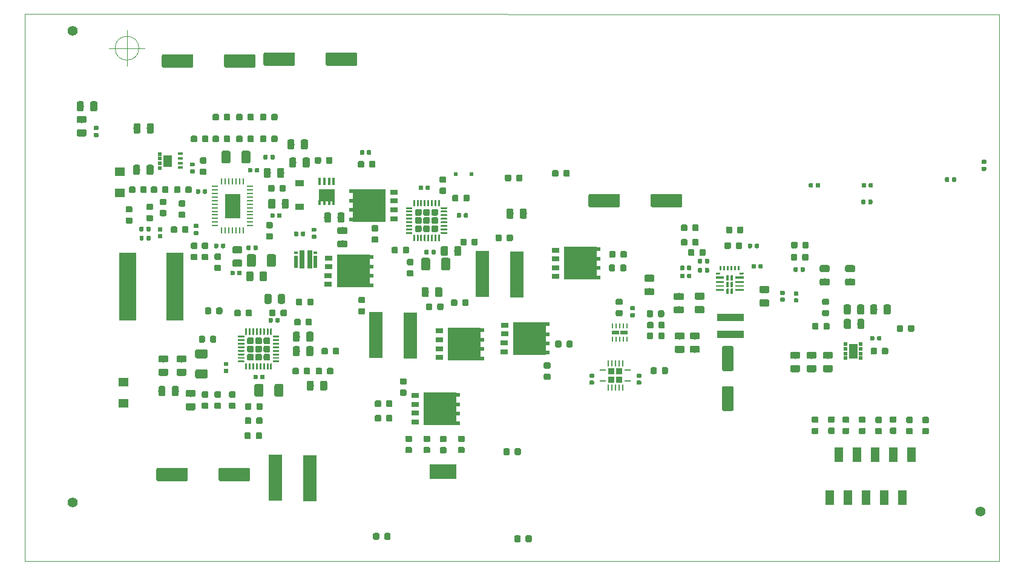
<source format=gbr>
G04 #@! TF.GenerationSoftware,KiCad,Pcbnew,(5.1.2)-1*
G04 #@! TF.CreationDate,2021-03-24T13:07:53+05:45*
G04 #@! TF.ProjectId,Pufferfish-Power-MCU,50756666-6572-4666-9973-682d506f7765,0.0*
G04 #@! TF.SameCoordinates,Original*
G04 #@! TF.FileFunction,Paste,Top*
G04 #@! TF.FilePolarity,Positive*
%FSLAX46Y46*%
G04 Gerber Fmt 4.6, Leading zero omitted, Abs format (unit mm)*
G04 Created by KiCad (PCBNEW (5.1.2)-1) date 2021-03-24 13:07:53*
%MOMM*%
%LPD*%
G04 APERTURE LIST*
%ADD10C,0.100000*%
%ADD11C,0.152400*%
%ADD12C,0.010000*%
%ADD13R,1.120000X0.650000*%
%ADD14R,0.700000X0.600000*%
%ADD15R,4.570000X4.600000*%
%ADD16R,1.400000X1.300000*%
%ADD17C,0.875000*%
%ADD18R,1.920000X6.500000*%
%ADD19C,1.900000*%
%ADD20C,1.400000*%
%ADD21R,2.380000X9.510000*%
%ADD22R,0.599999X0.499999*%
%ADD23R,1.200000X2.000001*%
%ADD24R,1.200000X2.000000*%
%ADD25C,0.590000*%
%ADD26R,0.860000X0.270000*%
%ADD27R,0.270000X0.860000*%
%ADD28R,0.500000X0.500000*%
%ADD29C,0.250000*%
%ADD30C,0.930000*%
%ADD31R,1.000000X0.500000*%
%ADD32R,0.250000X0.700000*%
%ADD33C,0.975000*%
%ADD34C,1.600000*%
%ADD35R,3.800000X1.000000*%
%ADD36R,3.800000X2.030000*%
%ADD37C,0.300000*%
%ADD38C,0.360000*%
%ADD39R,0.820000X0.820000*%
%ADD40R,0.850000X0.280000*%
%ADD41R,0.280000X0.850000*%
%ADD42R,1.200000X0.900000*%
%ADD43R,0.700000X0.420000*%
%ADD44R,0.520000X0.450000*%
%ADD45R,0.520000X1.750000*%
%ADD46R,0.750000X2.520000*%
%ADD47C,1.250000*%
%ADD48R,0.405000X0.990000*%
%ADD49R,2.235000X1.725000*%
%ADD50R,0.405000X0.760000*%
G04 APERTURE END LIST*
D10*
X203287400Y-43052600D02*
X66977400Y-42972600D01*
X203287400Y-119552600D02*
X203287400Y-43052600D01*
X66977400Y-119552600D02*
X203287400Y-119552600D01*
X66977400Y-42972600D02*
X66977400Y-119552600D01*
X82946666Y-47752000D02*
G75*
G03X82946666Y-47752000I-1666666J0D01*
G01*
X78780000Y-47752000D02*
X83780000Y-47752000D01*
X81280000Y-45252000D02*
X81280000Y-50252000D01*
D11*
G04 #@! TO.C,U3*
X182360001Y-91069000D02*
X182360001Y-90321000D01*
X182360001Y-90321000D02*
X182360979Y-90311051D01*
X182360979Y-90311051D02*
X182363882Y-90301483D01*
X182363882Y-90301483D02*
X182368594Y-90292667D01*
X182368594Y-90292667D02*
X182374936Y-90284938D01*
X182374936Y-90284938D02*
X182382665Y-90278595D01*
X182382665Y-90278595D02*
X182391482Y-90273881D01*
X182391482Y-90273881D02*
X182401050Y-90270980D01*
X182401050Y-90270980D02*
X182410999Y-90270000D01*
X182410999Y-90270000D02*
X183349001Y-90270000D01*
X183349001Y-90270000D02*
X183358950Y-90270980D01*
X183358950Y-90270980D02*
X183368518Y-90273881D01*
X183368518Y-90273881D02*
X183377335Y-90278595D01*
X183377335Y-90278595D02*
X183385064Y-90284938D01*
X183385064Y-90284938D02*
X183391406Y-90292667D01*
X183391406Y-90292667D02*
X183396118Y-90301483D01*
X183396118Y-90301483D02*
X183399021Y-90311051D01*
X183399021Y-90311051D02*
X183399999Y-90321000D01*
X183399999Y-90321000D02*
X183399999Y-91069000D01*
X183399999Y-91069000D02*
X183399021Y-91078949D01*
X183399021Y-91078949D02*
X183396118Y-91088517D01*
X183396118Y-91088517D02*
X183391406Y-91097334D01*
X183391406Y-91097334D02*
X183385064Y-91105063D01*
X183385064Y-91105063D02*
X183377335Y-91111405D01*
X183377335Y-91111405D02*
X183368518Y-91116120D01*
X183368518Y-91116120D02*
X183358950Y-91119020D01*
X183358950Y-91119020D02*
X183349001Y-91120001D01*
X183349001Y-91120001D02*
X182410999Y-91120001D01*
X182410999Y-91120001D02*
X182401050Y-91119020D01*
X182401050Y-91119020D02*
X182391482Y-91116120D01*
X182391482Y-91116120D02*
X182382665Y-91111405D01*
X182382665Y-91111405D02*
X182374936Y-91105063D01*
X182374936Y-91105063D02*
X182368594Y-91097334D01*
X182368594Y-91097334D02*
X182363882Y-91088517D01*
X182363882Y-91088517D02*
X182360979Y-91078949D01*
X182360979Y-91078949D02*
X182360001Y-91069000D01*
X182360001Y-90019000D02*
X182360001Y-89271000D01*
X182360001Y-89271000D02*
X182360979Y-89261051D01*
X182360979Y-89261051D02*
X182363882Y-89251483D01*
X182363882Y-89251483D02*
X182368594Y-89242666D01*
X182368594Y-89242666D02*
X182374936Y-89234937D01*
X182374936Y-89234937D02*
X182382665Y-89228595D01*
X182382665Y-89228595D02*
X182391482Y-89223880D01*
X182391482Y-89223880D02*
X182401050Y-89220980D01*
X182401050Y-89220980D02*
X182410999Y-89219999D01*
X182410999Y-89219999D02*
X183349001Y-89219999D01*
X183349001Y-89219999D02*
X183358950Y-89220980D01*
X183358950Y-89220980D02*
X183368518Y-89223880D01*
X183368518Y-89223880D02*
X183377335Y-89228595D01*
X183377335Y-89228595D02*
X183385064Y-89234937D01*
X183385064Y-89234937D02*
X183391406Y-89242666D01*
X183391406Y-89242666D02*
X183396118Y-89251483D01*
X183396118Y-89251483D02*
X183399021Y-89261051D01*
X183399021Y-89261051D02*
X183399999Y-89271000D01*
X183399999Y-89271000D02*
X183399999Y-90019000D01*
X183399999Y-90019000D02*
X183399021Y-90028949D01*
X183399021Y-90028949D02*
X183396118Y-90038517D01*
X183396118Y-90038517D02*
X183391406Y-90047333D01*
X183391406Y-90047333D02*
X183385064Y-90055062D01*
X183385064Y-90055062D02*
X183377335Y-90061405D01*
X183377335Y-90061405D02*
X183368518Y-90066119D01*
X183368518Y-90066119D02*
X183358950Y-90069020D01*
X183358950Y-90069020D02*
X183349001Y-90070000D01*
X183349001Y-90070000D02*
X182410999Y-90070000D01*
X182410999Y-90070000D02*
X182401050Y-90069020D01*
X182401050Y-90069020D02*
X182391482Y-90066119D01*
X182391482Y-90066119D02*
X182382665Y-90061405D01*
X182382665Y-90061405D02*
X182374936Y-90055062D01*
X182374936Y-90055062D02*
X182368594Y-90047333D01*
X182368594Y-90047333D02*
X182363882Y-90038517D01*
X182363882Y-90038517D02*
X182360979Y-90028949D01*
X182360979Y-90028949D02*
X182360001Y-90019000D01*
D12*
G04 #@! TO.C,U1*
G36*
X95007940Y-68220000D02*
G01*
X97012000Y-68220000D01*
X97012000Y-71486630D01*
X95007940Y-71486630D01*
X95007940Y-68220000D01*
G37*
X95007940Y-68220000D02*
X97012000Y-68220000D01*
X97012000Y-71486630D01*
X95007940Y-71486630D01*
X95007940Y-68220000D01*
G04 #@! TO.C,Q1*
G36*
X86076000Y-62735000D02*
G01*
X85626000Y-62735000D01*
X85626000Y-62315000D01*
X86076000Y-62315000D01*
X86076000Y-62735000D01*
G37*
X86076000Y-62735000D02*
X85626000Y-62735000D01*
X85626000Y-62315000D01*
X86076000Y-62315000D01*
X86076000Y-62735000D01*
G36*
X86076000Y-63385000D02*
G01*
X85626000Y-63385000D01*
X85626000Y-62965000D01*
X86076000Y-62965000D01*
X86076000Y-63385000D01*
G37*
X86076000Y-63385000D02*
X85626000Y-63385000D01*
X85626000Y-62965000D01*
X86076000Y-62965000D01*
X86076000Y-63385000D01*
G36*
X86076000Y-64035000D02*
G01*
X85626000Y-64035000D01*
X85626000Y-63615000D01*
X86076000Y-63615000D01*
X86076000Y-64035000D01*
G37*
X86076000Y-64035000D02*
X85626000Y-64035000D01*
X85626000Y-63615000D01*
X86076000Y-63615000D01*
X86076000Y-64035000D01*
G36*
X86076000Y-64685000D02*
G01*
X85626000Y-64685000D01*
X85626000Y-64265000D01*
X86076000Y-64265000D01*
X86076000Y-64685000D01*
G37*
X86076000Y-64685000D02*
X85626000Y-64685000D01*
X85626000Y-64265000D01*
X86076000Y-64265000D01*
X86076000Y-64685000D01*
G36*
X86076000Y-64685000D02*
G01*
X85626000Y-64685000D01*
X85626000Y-64265000D01*
X86076000Y-64265000D01*
X86076000Y-64685000D01*
G37*
X86076000Y-64685000D02*
X85626000Y-64685000D01*
X85626000Y-64265000D01*
X86076000Y-64265000D01*
X86076000Y-64685000D01*
G36*
X87463500Y-64250000D02*
G01*
X86388500Y-64250000D01*
X86388500Y-62750000D01*
X87463500Y-62750000D01*
X87463500Y-64250000D01*
G37*
X87463500Y-64250000D02*
X86388500Y-64250000D01*
X86388500Y-62750000D01*
X87463500Y-62750000D01*
X87463500Y-64250000D01*
G04 #@! TD*
D13*
G04 #@! TO.C,U10*
X141247400Y-79732600D03*
X141247400Y-78482600D03*
X141257400Y-77252600D03*
D14*
X147187400Y-79872600D03*
X147187400Y-78532600D03*
X147187400Y-77262600D03*
X147187400Y-75872600D03*
D13*
X141257400Y-76012600D03*
D15*
X144737400Y-77872600D03*
G04 #@! TD*
D13*
G04 #@! TO.C,U9*
X124967400Y-91062600D03*
X124967400Y-89812600D03*
X124977400Y-88582600D03*
D14*
X130907400Y-91202600D03*
X130907400Y-89862600D03*
X130907400Y-88592600D03*
X130907400Y-87202600D03*
D13*
X124977400Y-87342600D03*
D15*
X128457400Y-89202600D03*
G04 #@! TD*
D13*
G04 #@! TO.C,U8*
X118627400Y-67892600D03*
X118627400Y-69142600D03*
X118617400Y-70372600D03*
D14*
X112687400Y-67752600D03*
X112687400Y-69092600D03*
X112687400Y-70362600D03*
X112687400Y-71752600D03*
D13*
X118617400Y-71612600D03*
D15*
X115137400Y-69752600D03*
G04 #@! TD*
D13*
G04 #@! TO.C,U7*
X109447400Y-80832600D03*
X109447400Y-79582600D03*
X109457400Y-78352600D03*
D14*
X115387400Y-80972600D03*
X115387400Y-79632600D03*
X115387400Y-78362600D03*
X115387400Y-76972600D03*
D13*
X109457400Y-77112600D03*
D15*
X112937400Y-78972600D03*
G04 #@! TD*
D13*
G04 #@! TO.C,Q6*
X121577400Y-100112600D03*
X121577400Y-98862600D03*
X121587400Y-97632600D03*
D14*
X127517400Y-100252600D03*
X127517400Y-98912600D03*
X127517400Y-97642600D03*
X127517400Y-96252600D03*
D13*
X121587400Y-96392600D03*
D15*
X125067400Y-98252600D03*
G04 #@! TD*
D13*
G04 #@! TO.C,Q5*
X134077400Y-90252600D03*
X134077400Y-89002600D03*
X134087400Y-87772600D03*
D14*
X140017400Y-90392600D03*
X140017400Y-89052600D03*
X140017400Y-87782600D03*
X140017400Y-86392600D03*
D13*
X134087400Y-86532600D03*
D15*
X137567400Y-88392600D03*
G04 #@! TD*
D16*
G04 #@! TO.C,D2*
X80758600Y-97458300D03*
X80758600Y-94548300D03*
G04 #@! TD*
G04 #@! TO.C,D1*
X80264000Y-67998000D03*
X80264000Y-65088000D03*
G04 #@! TD*
D10*
G04 #@! TO.C,C90*
G36*
X125753691Y-65705053D02*
G01*
X125774926Y-65708203D01*
X125795750Y-65713419D01*
X125815962Y-65720651D01*
X125835368Y-65729830D01*
X125853781Y-65740866D01*
X125871024Y-65753654D01*
X125886930Y-65768070D01*
X125901346Y-65783976D01*
X125914134Y-65801219D01*
X125925170Y-65819632D01*
X125934349Y-65839038D01*
X125941581Y-65859250D01*
X125946797Y-65880074D01*
X125949947Y-65901309D01*
X125951000Y-65922750D01*
X125951000Y-66360250D01*
X125949947Y-66381691D01*
X125946797Y-66402926D01*
X125941581Y-66423750D01*
X125934349Y-66443962D01*
X125925170Y-66463368D01*
X125914134Y-66481781D01*
X125901346Y-66499024D01*
X125886930Y-66514930D01*
X125871024Y-66529346D01*
X125853781Y-66542134D01*
X125835368Y-66553170D01*
X125815962Y-66562349D01*
X125795750Y-66569581D01*
X125774926Y-66574797D01*
X125753691Y-66577947D01*
X125732250Y-66579000D01*
X125219750Y-66579000D01*
X125198309Y-66577947D01*
X125177074Y-66574797D01*
X125156250Y-66569581D01*
X125136038Y-66562349D01*
X125116632Y-66553170D01*
X125098219Y-66542134D01*
X125080976Y-66529346D01*
X125065070Y-66514930D01*
X125050654Y-66499024D01*
X125037866Y-66481781D01*
X125026830Y-66463368D01*
X125017651Y-66443962D01*
X125010419Y-66423750D01*
X125005203Y-66402926D01*
X125002053Y-66381691D01*
X125001000Y-66360250D01*
X125001000Y-65922750D01*
X125002053Y-65901309D01*
X125005203Y-65880074D01*
X125010419Y-65859250D01*
X125017651Y-65839038D01*
X125026830Y-65819632D01*
X125037866Y-65801219D01*
X125050654Y-65783976D01*
X125065070Y-65768070D01*
X125080976Y-65753654D01*
X125098219Y-65740866D01*
X125116632Y-65729830D01*
X125136038Y-65720651D01*
X125156250Y-65713419D01*
X125177074Y-65708203D01*
X125198309Y-65705053D01*
X125219750Y-65704000D01*
X125732250Y-65704000D01*
X125753691Y-65705053D01*
X125753691Y-65705053D01*
G37*
D17*
X125476000Y-66141500D03*
D10*
G36*
X125753691Y-67280053D02*
G01*
X125774926Y-67283203D01*
X125795750Y-67288419D01*
X125815962Y-67295651D01*
X125835368Y-67304830D01*
X125853781Y-67315866D01*
X125871024Y-67328654D01*
X125886930Y-67343070D01*
X125901346Y-67358976D01*
X125914134Y-67376219D01*
X125925170Y-67394632D01*
X125934349Y-67414038D01*
X125941581Y-67434250D01*
X125946797Y-67455074D01*
X125949947Y-67476309D01*
X125951000Y-67497750D01*
X125951000Y-67935250D01*
X125949947Y-67956691D01*
X125946797Y-67977926D01*
X125941581Y-67998750D01*
X125934349Y-68018962D01*
X125925170Y-68038368D01*
X125914134Y-68056781D01*
X125901346Y-68074024D01*
X125886930Y-68089930D01*
X125871024Y-68104346D01*
X125853781Y-68117134D01*
X125835368Y-68128170D01*
X125815962Y-68137349D01*
X125795750Y-68144581D01*
X125774926Y-68149797D01*
X125753691Y-68152947D01*
X125732250Y-68154000D01*
X125219750Y-68154000D01*
X125198309Y-68152947D01*
X125177074Y-68149797D01*
X125156250Y-68144581D01*
X125136038Y-68137349D01*
X125116632Y-68128170D01*
X125098219Y-68117134D01*
X125080976Y-68104346D01*
X125065070Y-68089930D01*
X125050654Y-68074024D01*
X125037866Y-68056781D01*
X125026830Y-68038368D01*
X125017651Y-68018962D01*
X125010419Y-67998750D01*
X125005203Y-67977926D01*
X125002053Y-67956691D01*
X125001000Y-67935250D01*
X125001000Y-67497750D01*
X125002053Y-67476309D01*
X125005203Y-67455074D01*
X125010419Y-67434250D01*
X125017651Y-67414038D01*
X125026830Y-67394632D01*
X125037866Y-67376219D01*
X125050654Y-67358976D01*
X125065070Y-67343070D01*
X125080976Y-67328654D01*
X125098219Y-67315866D01*
X125116632Y-67304830D01*
X125136038Y-67295651D01*
X125156250Y-67288419D01*
X125177074Y-67283203D01*
X125198309Y-67280053D01*
X125219750Y-67279000D01*
X125732250Y-67279000D01*
X125753691Y-67280053D01*
X125753691Y-67280053D01*
G37*
D17*
X125476000Y-67716500D03*
G04 #@! TD*
D18*
G04 #@! TO.C,L4*
X102067400Y-107857600D03*
X106877400Y-107947600D03*
G04 #@! TD*
D10*
G04 #@! TO.C,R26*
G36*
X154735091Y-86053653D02*
G01*
X154756326Y-86056803D01*
X154777150Y-86062019D01*
X154797362Y-86069251D01*
X154816768Y-86078430D01*
X154835181Y-86089466D01*
X154852424Y-86102254D01*
X154868330Y-86116670D01*
X154882746Y-86132576D01*
X154895534Y-86149819D01*
X154906570Y-86168232D01*
X154915749Y-86187638D01*
X154922981Y-86207850D01*
X154928197Y-86228674D01*
X154931347Y-86249909D01*
X154932400Y-86271350D01*
X154932400Y-86783850D01*
X154931347Y-86805291D01*
X154928197Y-86826526D01*
X154922981Y-86847350D01*
X154915749Y-86867562D01*
X154906570Y-86886968D01*
X154895534Y-86905381D01*
X154882746Y-86922624D01*
X154868330Y-86938530D01*
X154852424Y-86952946D01*
X154835181Y-86965734D01*
X154816768Y-86976770D01*
X154797362Y-86985949D01*
X154777150Y-86993181D01*
X154756326Y-86998397D01*
X154735091Y-87001547D01*
X154713650Y-87002600D01*
X154276150Y-87002600D01*
X154254709Y-87001547D01*
X154233474Y-86998397D01*
X154212650Y-86993181D01*
X154192438Y-86985949D01*
X154173032Y-86976770D01*
X154154619Y-86965734D01*
X154137376Y-86952946D01*
X154121470Y-86938530D01*
X154107054Y-86922624D01*
X154094266Y-86905381D01*
X154083230Y-86886968D01*
X154074051Y-86867562D01*
X154066819Y-86847350D01*
X154061603Y-86826526D01*
X154058453Y-86805291D01*
X154057400Y-86783850D01*
X154057400Y-86271350D01*
X154058453Y-86249909D01*
X154061603Y-86228674D01*
X154066819Y-86207850D01*
X154074051Y-86187638D01*
X154083230Y-86168232D01*
X154094266Y-86149819D01*
X154107054Y-86132576D01*
X154121470Y-86116670D01*
X154137376Y-86102254D01*
X154154619Y-86089466D01*
X154173032Y-86078430D01*
X154192438Y-86069251D01*
X154212650Y-86062019D01*
X154233474Y-86056803D01*
X154254709Y-86053653D01*
X154276150Y-86052600D01*
X154713650Y-86052600D01*
X154735091Y-86053653D01*
X154735091Y-86053653D01*
G37*
D17*
X154494900Y-86527600D03*
D10*
G36*
X156310091Y-86053653D02*
G01*
X156331326Y-86056803D01*
X156352150Y-86062019D01*
X156372362Y-86069251D01*
X156391768Y-86078430D01*
X156410181Y-86089466D01*
X156427424Y-86102254D01*
X156443330Y-86116670D01*
X156457746Y-86132576D01*
X156470534Y-86149819D01*
X156481570Y-86168232D01*
X156490749Y-86187638D01*
X156497981Y-86207850D01*
X156503197Y-86228674D01*
X156506347Y-86249909D01*
X156507400Y-86271350D01*
X156507400Y-86783850D01*
X156506347Y-86805291D01*
X156503197Y-86826526D01*
X156497981Y-86847350D01*
X156490749Y-86867562D01*
X156481570Y-86886968D01*
X156470534Y-86905381D01*
X156457746Y-86922624D01*
X156443330Y-86938530D01*
X156427424Y-86952946D01*
X156410181Y-86965734D01*
X156391768Y-86976770D01*
X156372362Y-86985949D01*
X156352150Y-86993181D01*
X156331326Y-86998397D01*
X156310091Y-87001547D01*
X156288650Y-87002600D01*
X155851150Y-87002600D01*
X155829709Y-87001547D01*
X155808474Y-86998397D01*
X155787650Y-86993181D01*
X155767438Y-86985949D01*
X155748032Y-86976770D01*
X155729619Y-86965734D01*
X155712376Y-86952946D01*
X155696470Y-86938530D01*
X155682054Y-86922624D01*
X155669266Y-86905381D01*
X155658230Y-86886968D01*
X155649051Y-86867562D01*
X155641819Y-86847350D01*
X155636603Y-86826526D01*
X155633453Y-86805291D01*
X155632400Y-86783850D01*
X155632400Y-86271350D01*
X155633453Y-86249909D01*
X155636603Y-86228674D01*
X155641819Y-86207850D01*
X155649051Y-86187638D01*
X155658230Y-86168232D01*
X155669266Y-86149819D01*
X155682054Y-86132576D01*
X155696470Y-86116670D01*
X155712376Y-86102254D01*
X155729619Y-86089466D01*
X155748032Y-86078430D01*
X155767438Y-86069251D01*
X155787650Y-86062019D01*
X155808474Y-86056803D01*
X155829709Y-86053653D01*
X155851150Y-86052600D01*
X156288650Y-86052600D01*
X156310091Y-86053653D01*
X156310091Y-86053653D01*
G37*
D17*
X156069900Y-86527600D03*
G04 #@! TD*
D10*
G04 #@! TO.C,C24*
G36*
X98272505Y-106493204D02*
G01*
X98296773Y-106496804D01*
X98320572Y-106502765D01*
X98343671Y-106511030D01*
X98365850Y-106521520D01*
X98386893Y-106534132D01*
X98406599Y-106548747D01*
X98424777Y-106565223D01*
X98441253Y-106583401D01*
X98455868Y-106603107D01*
X98468480Y-106624150D01*
X98478970Y-106646329D01*
X98487235Y-106669428D01*
X98493196Y-106693227D01*
X98496796Y-106717495D01*
X98498000Y-106741999D01*
X98498000Y-108142001D01*
X98496796Y-108166505D01*
X98493196Y-108190773D01*
X98487235Y-108214572D01*
X98478970Y-108237671D01*
X98468480Y-108259850D01*
X98455868Y-108280893D01*
X98441253Y-108300599D01*
X98424777Y-108318777D01*
X98406599Y-108335253D01*
X98386893Y-108349868D01*
X98365850Y-108362480D01*
X98343671Y-108372970D01*
X98320572Y-108381235D01*
X98296773Y-108387196D01*
X98272505Y-108390796D01*
X98248001Y-108392000D01*
X94347999Y-108392000D01*
X94323495Y-108390796D01*
X94299227Y-108387196D01*
X94275428Y-108381235D01*
X94252329Y-108372970D01*
X94230150Y-108362480D01*
X94209107Y-108349868D01*
X94189401Y-108335253D01*
X94171223Y-108318777D01*
X94154747Y-108300599D01*
X94140132Y-108280893D01*
X94127520Y-108259850D01*
X94117030Y-108237671D01*
X94108765Y-108214572D01*
X94102804Y-108190773D01*
X94099204Y-108166505D01*
X94098000Y-108142001D01*
X94098000Y-106741999D01*
X94099204Y-106717495D01*
X94102804Y-106693227D01*
X94108765Y-106669428D01*
X94117030Y-106646329D01*
X94127520Y-106624150D01*
X94140132Y-106603107D01*
X94154747Y-106583401D01*
X94171223Y-106565223D01*
X94189401Y-106548747D01*
X94209107Y-106534132D01*
X94230150Y-106521520D01*
X94252329Y-106511030D01*
X94275428Y-106502765D01*
X94299227Y-106496804D01*
X94323495Y-106493204D01*
X94347999Y-106492000D01*
X98248001Y-106492000D01*
X98272505Y-106493204D01*
X98272505Y-106493204D01*
G37*
D19*
X96298000Y-107442000D03*
D10*
G36*
X89572505Y-106493204D02*
G01*
X89596773Y-106496804D01*
X89620572Y-106502765D01*
X89643671Y-106511030D01*
X89665850Y-106521520D01*
X89686893Y-106534132D01*
X89706599Y-106548747D01*
X89724777Y-106565223D01*
X89741253Y-106583401D01*
X89755868Y-106603107D01*
X89768480Y-106624150D01*
X89778970Y-106646329D01*
X89787235Y-106669428D01*
X89793196Y-106693227D01*
X89796796Y-106717495D01*
X89798000Y-106741999D01*
X89798000Y-108142001D01*
X89796796Y-108166505D01*
X89793196Y-108190773D01*
X89787235Y-108214572D01*
X89778970Y-108237671D01*
X89768480Y-108259850D01*
X89755868Y-108280893D01*
X89741253Y-108300599D01*
X89724777Y-108318777D01*
X89706599Y-108335253D01*
X89686893Y-108349868D01*
X89665850Y-108362480D01*
X89643671Y-108372970D01*
X89620572Y-108381235D01*
X89596773Y-108387196D01*
X89572505Y-108390796D01*
X89548001Y-108392000D01*
X85647999Y-108392000D01*
X85623495Y-108390796D01*
X85599227Y-108387196D01*
X85575428Y-108381235D01*
X85552329Y-108372970D01*
X85530150Y-108362480D01*
X85509107Y-108349868D01*
X85489401Y-108335253D01*
X85471223Y-108318777D01*
X85454747Y-108300599D01*
X85440132Y-108280893D01*
X85427520Y-108259850D01*
X85417030Y-108237671D01*
X85408765Y-108214572D01*
X85402804Y-108190773D01*
X85399204Y-108166505D01*
X85398000Y-108142001D01*
X85398000Y-106741999D01*
X85399204Y-106717495D01*
X85402804Y-106693227D01*
X85408765Y-106669428D01*
X85417030Y-106646329D01*
X85427520Y-106624150D01*
X85440132Y-106603107D01*
X85454747Y-106583401D01*
X85471223Y-106565223D01*
X85489401Y-106548747D01*
X85509107Y-106534132D01*
X85530150Y-106521520D01*
X85552329Y-106511030D01*
X85575428Y-106502765D01*
X85599227Y-106496804D01*
X85623495Y-106493204D01*
X85647999Y-106492000D01*
X89548001Y-106492000D01*
X89572505Y-106493204D01*
X89572505Y-106493204D01*
G37*
D19*
X87598000Y-107442000D03*
G04 #@! TD*
D20*
G04 #@! TO.C,FID1*
X200697400Y-112632600D03*
G04 #@! TD*
G04 #@! TO.C,FID1*
X73697400Y-111362600D03*
G04 #@! TD*
D21*
G04 #@! TO.C,L3*
X88025000Y-81100000D03*
X81375000Y-81100000D03*
G04 #@! TD*
D18*
G04 #@! TO.C,L5*
X120934000Y-87997600D03*
X116124000Y-87907600D03*
G04 #@! TD*
G04 #@! TO.C,L6*
X135793000Y-79420000D03*
X130983000Y-79330000D03*
G04 #@! TD*
D22*
G04 #@! TO.C,U3*
X181830000Y-89195001D03*
X181830000Y-89844999D03*
X181830000Y-90495001D03*
X181830000Y-91144999D03*
X183930000Y-91144999D03*
X183930000Y-90495001D03*
X183930000Y-89844999D03*
X183930000Y-89195001D03*
D23*
X182880000Y-90170000D03*
G04 #@! TD*
D24*
G04 #@! TO.C,J2*
X191003000Y-104696000D03*
X188463000Y-104696000D03*
X185923000Y-104696000D03*
X183383000Y-104696000D03*
X180843000Y-104696000D03*
X189743000Y-110696000D03*
X187203000Y-110696000D03*
X184663000Y-110696000D03*
X182123000Y-110696000D03*
X179583000Y-110696000D03*
G04 #@! TD*
D10*
G04 #@! TO.C,C15*
G36*
X94257691Y-76500053D02*
G01*
X94278926Y-76503203D01*
X94299750Y-76508419D01*
X94319962Y-76515651D01*
X94339368Y-76524830D01*
X94357781Y-76535866D01*
X94375024Y-76548654D01*
X94390930Y-76563070D01*
X94405346Y-76578976D01*
X94418134Y-76596219D01*
X94429170Y-76614632D01*
X94438349Y-76634038D01*
X94445581Y-76654250D01*
X94450797Y-76675074D01*
X94453947Y-76696309D01*
X94455000Y-76717750D01*
X94455000Y-77155250D01*
X94453947Y-77176691D01*
X94450797Y-77197926D01*
X94445581Y-77218750D01*
X94438349Y-77238962D01*
X94429170Y-77258368D01*
X94418134Y-77276781D01*
X94405346Y-77294024D01*
X94390930Y-77309930D01*
X94375024Y-77324346D01*
X94357781Y-77337134D01*
X94339368Y-77348170D01*
X94319962Y-77357349D01*
X94299750Y-77364581D01*
X94278926Y-77369797D01*
X94257691Y-77372947D01*
X94236250Y-77374000D01*
X93723750Y-77374000D01*
X93702309Y-77372947D01*
X93681074Y-77369797D01*
X93660250Y-77364581D01*
X93640038Y-77357349D01*
X93620632Y-77348170D01*
X93602219Y-77337134D01*
X93584976Y-77324346D01*
X93569070Y-77309930D01*
X93554654Y-77294024D01*
X93541866Y-77276781D01*
X93530830Y-77258368D01*
X93521651Y-77238962D01*
X93514419Y-77218750D01*
X93509203Y-77197926D01*
X93506053Y-77176691D01*
X93505000Y-77155250D01*
X93505000Y-76717750D01*
X93506053Y-76696309D01*
X93509203Y-76675074D01*
X93514419Y-76654250D01*
X93521651Y-76634038D01*
X93530830Y-76614632D01*
X93541866Y-76596219D01*
X93554654Y-76578976D01*
X93569070Y-76563070D01*
X93584976Y-76548654D01*
X93602219Y-76535866D01*
X93620632Y-76524830D01*
X93640038Y-76515651D01*
X93660250Y-76508419D01*
X93681074Y-76503203D01*
X93702309Y-76500053D01*
X93723750Y-76499000D01*
X94236250Y-76499000D01*
X94257691Y-76500053D01*
X94257691Y-76500053D01*
G37*
D17*
X93980000Y-76936500D03*
D10*
G36*
X94257691Y-78075053D02*
G01*
X94278926Y-78078203D01*
X94299750Y-78083419D01*
X94319962Y-78090651D01*
X94339368Y-78099830D01*
X94357781Y-78110866D01*
X94375024Y-78123654D01*
X94390930Y-78138070D01*
X94405346Y-78153976D01*
X94418134Y-78171219D01*
X94429170Y-78189632D01*
X94438349Y-78209038D01*
X94445581Y-78229250D01*
X94450797Y-78250074D01*
X94453947Y-78271309D01*
X94455000Y-78292750D01*
X94455000Y-78730250D01*
X94453947Y-78751691D01*
X94450797Y-78772926D01*
X94445581Y-78793750D01*
X94438349Y-78813962D01*
X94429170Y-78833368D01*
X94418134Y-78851781D01*
X94405346Y-78869024D01*
X94390930Y-78884930D01*
X94375024Y-78899346D01*
X94357781Y-78912134D01*
X94339368Y-78923170D01*
X94319962Y-78932349D01*
X94299750Y-78939581D01*
X94278926Y-78944797D01*
X94257691Y-78947947D01*
X94236250Y-78949000D01*
X93723750Y-78949000D01*
X93702309Y-78947947D01*
X93681074Y-78944797D01*
X93660250Y-78939581D01*
X93640038Y-78932349D01*
X93620632Y-78923170D01*
X93602219Y-78912134D01*
X93584976Y-78899346D01*
X93569070Y-78884930D01*
X93554654Y-78869024D01*
X93541866Y-78851781D01*
X93530830Y-78833368D01*
X93521651Y-78813962D01*
X93514419Y-78793750D01*
X93509203Y-78772926D01*
X93506053Y-78751691D01*
X93505000Y-78730250D01*
X93505000Y-78292750D01*
X93506053Y-78271309D01*
X93509203Y-78250074D01*
X93514419Y-78229250D01*
X93521651Y-78209038D01*
X93530830Y-78189632D01*
X93541866Y-78171219D01*
X93554654Y-78153976D01*
X93569070Y-78138070D01*
X93584976Y-78123654D01*
X93602219Y-78110866D01*
X93620632Y-78099830D01*
X93640038Y-78090651D01*
X93660250Y-78083419D01*
X93681074Y-78078203D01*
X93702309Y-78075053D01*
X93723750Y-78074000D01*
X94236250Y-78074000D01*
X94257691Y-78075053D01*
X94257691Y-78075053D01*
G37*
D17*
X93980000Y-78511500D03*
G04 #@! TD*
D10*
G04 #@! TO.C,C80*
G36*
X102500958Y-85532710D02*
G01*
X102515276Y-85534834D01*
X102529317Y-85538351D01*
X102542946Y-85543228D01*
X102556031Y-85549417D01*
X102568447Y-85556858D01*
X102580073Y-85565481D01*
X102590798Y-85575202D01*
X102600519Y-85585927D01*
X102609142Y-85597553D01*
X102616583Y-85609969D01*
X102622772Y-85623054D01*
X102627649Y-85636683D01*
X102631166Y-85650724D01*
X102633290Y-85665042D01*
X102634000Y-85679500D01*
X102634000Y-86024500D01*
X102633290Y-86038958D01*
X102631166Y-86053276D01*
X102627649Y-86067317D01*
X102622772Y-86080946D01*
X102616583Y-86094031D01*
X102609142Y-86106447D01*
X102600519Y-86118073D01*
X102590798Y-86128798D01*
X102580073Y-86138519D01*
X102568447Y-86147142D01*
X102556031Y-86154583D01*
X102542946Y-86160772D01*
X102529317Y-86165649D01*
X102515276Y-86169166D01*
X102500958Y-86171290D01*
X102486500Y-86172000D01*
X102191500Y-86172000D01*
X102177042Y-86171290D01*
X102162724Y-86169166D01*
X102148683Y-86165649D01*
X102135054Y-86160772D01*
X102121969Y-86154583D01*
X102109553Y-86147142D01*
X102097927Y-86138519D01*
X102087202Y-86128798D01*
X102077481Y-86118073D01*
X102068858Y-86106447D01*
X102061417Y-86094031D01*
X102055228Y-86080946D01*
X102050351Y-86067317D01*
X102046834Y-86053276D01*
X102044710Y-86038958D01*
X102044000Y-86024500D01*
X102044000Y-85679500D01*
X102044710Y-85665042D01*
X102046834Y-85650724D01*
X102050351Y-85636683D01*
X102055228Y-85623054D01*
X102061417Y-85609969D01*
X102068858Y-85597553D01*
X102077481Y-85585927D01*
X102087202Y-85575202D01*
X102097927Y-85565481D01*
X102109553Y-85556858D01*
X102121969Y-85549417D01*
X102135054Y-85543228D01*
X102148683Y-85538351D01*
X102162724Y-85534834D01*
X102177042Y-85532710D01*
X102191500Y-85532000D01*
X102486500Y-85532000D01*
X102500958Y-85532710D01*
X102500958Y-85532710D01*
G37*
D25*
X102339000Y-85852000D03*
D10*
G36*
X101530958Y-85532710D02*
G01*
X101545276Y-85534834D01*
X101559317Y-85538351D01*
X101572946Y-85543228D01*
X101586031Y-85549417D01*
X101598447Y-85556858D01*
X101610073Y-85565481D01*
X101620798Y-85575202D01*
X101630519Y-85585927D01*
X101639142Y-85597553D01*
X101646583Y-85609969D01*
X101652772Y-85623054D01*
X101657649Y-85636683D01*
X101661166Y-85650724D01*
X101663290Y-85665042D01*
X101664000Y-85679500D01*
X101664000Y-86024500D01*
X101663290Y-86038958D01*
X101661166Y-86053276D01*
X101657649Y-86067317D01*
X101652772Y-86080946D01*
X101646583Y-86094031D01*
X101639142Y-86106447D01*
X101630519Y-86118073D01*
X101620798Y-86128798D01*
X101610073Y-86138519D01*
X101598447Y-86147142D01*
X101586031Y-86154583D01*
X101572946Y-86160772D01*
X101559317Y-86165649D01*
X101545276Y-86169166D01*
X101530958Y-86171290D01*
X101516500Y-86172000D01*
X101221500Y-86172000D01*
X101207042Y-86171290D01*
X101192724Y-86169166D01*
X101178683Y-86165649D01*
X101165054Y-86160772D01*
X101151969Y-86154583D01*
X101139553Y-86147142D01*
X101127927Y-86138519D01*
X101117202Y-86128798D01*
X101107481Y-86118073D01*
X101098858Y-86106447D01*
X101091417Y-86094031D01*
X101085228Y-86080946D01*
X101080351Y-86067317D01*
X101076834Y-86053276D01*
X101074710Y-86038958D01*
X101074000Y-86024500D01*
X101074000Y-85679500D01*
X101074710Y-85665042D01*
X101076834Y-85650724D01*
X101080351Y-85636683D01*
X101085228Y-85623054D01*
X101091417Y-85609969D01*
X101098858Y-85597553D01*
X101107481Y-85585927D01*
X101117202Y-85575202D01*
X101127927Y-85565481D01*
X101139553Y-85556858D01*
X101151969Y-85549417D01*
X101165054Y-85543228D01*
X101178683Y-85538351D01*
X101192724Y-85534834D01*
X101207042Y-85532710D01*
X101221500Y-85532000D01*
X101516500Y-85532000D01*
X101530958Y-85532710D01*
X101530958Y-85532710D01*
G37*
D25*
X101369000Y-85852000D03*
G04 #@! TD*
D10*
G04 #@! TO.C,R29*
G36*
X159124358Y-78193310D02*
G01*
X159138676Y-78195434D01*
X159152717Y-78198951D01*
X159166346Y-78203828D01*
X159179431Y-78210017D01*
X159191847Y-78217458D01*
X159203473Y-78226081D01*
X159214198Y-78235802D01*
X159223919Y-78246527D01*
X159232542Y-78258153D01*
X159239983Y-78270569D01*
X159246172Y-78283654D01*
X159251049Y-78297283D01*
X159254566Y-78311324D01*
X159256690Y-78325642D01*
X159257400Y-78340100D01*
X159257400Y-78685100D01*
X159256690Y-78699558D01*
X159254566Y-78713876D01*
X159251049Y-78727917D01*
X159246172Y-78741546D01*
X159239983Y-78754631D01*
X159232542Y-78767047D01*
X159223919Y-78778673D01*
X159214198Y-78789398D01*
X159203473Y-78799119D01*
X159191847Y-78807742D01*
X159179431Y-78815183D01*
X159166346Y-78821372D01*
X159152717Y-78826249D01*
X159138676Y-78829766D01*
X159124358Y-78831890D01*
X159109900Y-78832600D01*
X158814900Y-78832600D01*
X158800442Y-78831890D01*
X158786124Y-78829766D01*
X158772083Y-78826249D01*
X158758454Y-78821372D01*
X158745369Y-78815183D01*
X158732953Y-78807742D01*
X158721327Y-78799119D01*
X158710602Y-78789398D01*
X158700881Y-78778673D01*
X158692258Y-78767047D01*
X158684817Y-78754631D01*
X158678628Y-78741546D01*
X158673751Y-78727917D01*
X158670234Y-78713876D01*
X158668110Y-78699558D01*
X158667400Y-78685100D01*
X158667400Y-78340100D01*
X158668110Y-78325642D01*
X158670234Y-78311324D01*
X158673751Y-78297283D01*
X158678628Y-78283654D01*
X158684817Y-78270569D01*
X158692258Y-78258153D01*
X158700881Y-78246527D01*
X158710602Y-78235802D01*
X158721327Y-78226081D01*
X158732953Y-78217458D01*
X158745369Y-78210017D01*
X158758454Y-78203828D01*
X158772083Y-78198951D01*
X158786124Y-78195434D01*
X158800442Y-78193310D01*
X158814900Y-78192600D01*
X159109900Y-78192600D01*
X159124358Y-78193310D01*
X159124358Y-78193310D01*
G37*
D25*
X158962400Y-78512600D03*
D10*
G36*
X160094358Y-78193310D02*
G01*
X160108676Y-78195434D01*
X160122717Y-78198951D01*
X160136346Y-78203828D01*
X160149431Y-78210017D01*
X160161847Y-78217458D01*
X160173473Y-78226081D01*
X160184198Y-78235802D01*
X160193919Y-78246527D01*
X160202542Y-78258153D01*
X160209983Y-78270569D01*
X160216172Y-78283654D01*
X160221049Y-78297283D01*
X160224566Y-78311324D01*
X160226690Y-78325642D01*
X160227400Y-78340100D01*
X160227400Y-78685100D01*
X160226690Y-78699558D01*
X160224566Y-78713876D01*
X160221049Y-78727917D01*
X160216172Y-78741546D01*
X160209983Y-78754631D01*
X160202542Y-78767047D01*
X160193919Y-78778673D01*
X160184198Y-78789398D01*
X160173473Y-78799119D01*
X160161847Y-78807742D01*
X160149431Y-78815183D01*
X160136346Y-78821372D01*
X160122717Y-78826249D01*
X160108676Y-78829766D01*
X160094358Y-78831890D01*
X160079900Y-78832600D01*
X159784900Y-78832600D01*
X159770442Y-78831890D01*
X159756124Y-78829766D01*
X159742083Y-78826249D01*
X159728454Y-78821372D01*
X159715369Y-78815183D01*
X159702953Y-78807742D01*
X159691327Y-78799119D01*
X159680602Y-78789398D01*
X159670881Y-78778673D01*
X159662258Y-78767047D01*
X159654817Y-78754631D01*
X159648628Y-78741546D01*
X159643751Y-78727917D01*
X159640234Y-78713876D01*
X159638110Y-78699558D01*
X159637400Y-78685100D01*
X159637400Y-78340100D01*
X159638110Y-78325642D01*
X159640234Y-78311324D01*
X159643751Y-78297283D01*
X159648628Y-78283654D01*
X159654817Y-78270569D01*
X159662258Y-78258153D01*
X159670881Y-78246527D01*
X159680602Y-78235802D01*
X159691327Y-78226081D01*
X159702953Y-78217458D01*
X159715369Y-78210017D01*
X159728454Y-78203828D01*
X159742083Y-78198951D01*
X159756124Y-78195434D01*
X159770442Y-78193310D01*
X159784900Y-78192600D01*
X160079900Y-78192600D01*
X160094358Y-78193310D01*
X160094358Y-78193310D01*
G37*
D25*
X159932400Y-78512600D03*
G04 #@! TD*
D10*
G04 #@! TO.C,C23*
G36*
X99034505Y-48581204D02*
G01*
X99058773Y-48584804D01*
X99082572Y-48590765D01*
X99105671Y-48599030D01*
X99127850Y-48609520D01*
X99148893Y-48622132D01*
X99168599Y-48636747D01*
X99186777Y-48653223D01*
X99203253Y-48671401D01*
X99217868Y-48691107D01*
X99230480Y-48712150D01*
X99240970Y-48734329D01*
X99249235Y-48757428D01*
X99255196Y-48781227D01*
X99258796Y-48805495D01*
X99260000Y-48829999D01*
X99260000Y-50230001D01*
X99258796Y-50254505D01*
X99255196Y-50278773D01*
X99249235Y-50302572D01*
X99240970Y-50325671D01*
X99230480Y-50347850D01*
X99217868Y-50368893D01*
X99203253Y-50388599D01*
X99186777Y-50406777D01*
X99168599Y-50423253D01*
X99148893Y-50437868D01*
X99127850Y-50450480D01*
X99105671Y-50460970D01*
X99082572Y-50469235D01*
X99058773Y-50475196D01*
X99034505Y-50478796D01*
X99010001Y-50480000D01*
X95109999Y-50480000D01*
X95085495Y-50478796D01*
X95061227Y-50475196D01*
X95037428Y-50469235D01*
X95014329Y-50460970D01*
X94992150Y-50450480D01*
X94971107Y-50437868D01*
X94951401Y-50423253D01*
X94933223Y-50406777D01*
X94916747Y-50388599D01*
X94902132Y-50368893D01*
X94889520Y-50347850D01*
X94879030Y-50325671D01*
X94870765Y-50302572D01*
X94864804Y-50278773D01*
X94861204Y-50254505D01*
X94860000Y-50230001D01*
X94860000Y-48829999D01*
X94861204Y-48805495D01*
X94864804Y-48781227D01*
X94870765Y-48757428D01*
X94879030Y-48734329D01*
X94889520Y-48712150D01*
X94902132Y-48691107D01*
X94916747Y-48671401D01*
X94933223Y-48653223D01*
X94951401Y-48636747D01*
X94971107Y-48622132D01*
X94992150Y-48609520D01*
X95014329Y-48599030D01*
X95037428Y-48590765D01*
X95061227Y-48584804D01*
X95085495Y-48581204D01*
X95109999Y-48580000D01*
X99010001Y-48580000D01*
X99034505Y-48581204D01*
X99034505Y-48581204D01*
G37*
D19*
X97060000Y-49530000D03*
D10*
G36*
X90334505Y-48581204D02*
G01*
X90358773Y-48584804D01*
X90382572Y-48590765D01*
X90405671Y-48599030D01*
X90427850Y-48609520D01*
X90448893Y-48622132D01*
X90468599Y-48636747D01*
X90486777Y-48653223D01*
X90503253Y-48671401D01*
X90517868Y-48691107D01*
X90530480Y-48712150D01*
X90540970Y-48734329D01*
X90549235Y-48757428D01*
X90555196Y-48781227D01*
X90558796Y-48805495D01*
X90560000Y-48829999D01*
X90560000Y-50230001D01*
X90558796Y-50254505D01*
X90555196Y-50278773D01*
X90549235Y-50302572D01*
X90540970Y-50325671D01*
X90530480Y-50347850D01*
X90517868Y-50368893D01*
X90503253Y-50388599D01*
X90486777Y-50406777D01*
X90468599Y-50423253D01*
X90448893Y-50437868D01*
X90427850Y-50450480D01*
X90405671Y-50460970D01*
X90382572Y-50469235D01*
X90358773Y-50475196D01*
X90334505Y-50478796D01*
X90310001Y-50480000D01*
X86409999Y-50480000D01*
X86385495Y-50478796D01*
X86361227Y-50475196D01*
X86337428Y-50469235D01*
X86314329Y-50460970D01*
X86292150Y-50450480D01*
X86271107Y-50437868D01*
X86251401Y-50423253D01*
X86233223Y-50406777D01*
X86216747Y-50388599D01*
X86202132Y-50368893D01*
X86189520Y-50347850D01*
X86179030Y-50325671D01*
X86170765Y-50302572D01*
X86164804Y-50278773D01*
X86161204Y-50254505D01*
X86160000Y-50230001D01*
X86160000Y-48829999D01*
X86161204Y-48805495D01*
X86164804Y-48781227D01*
X86170765Y-48757428D01*
X86179030Y-48734329D01*
X86189520Y-48712150D01*
X86202132Y-48691107D01*
X86216747Y-48671401D01*
X86233223Y-48653223D01*
X86251401Y-48636747D01*
X86271107Y-48622132D01*
X86292150Y-48609520D01*
X86314329Y-48599030D01*
X86337428Y-48590765D01*
X86361227Y-48584804D01*
X86385495Y-48581204D01*
X86409999Y-48580000D01*
X90310001Y-48580000D01*
X90334505Y-48581204D01*
X90334505Y-48581204D01*
G37*
D19*
X88360000Y-49530000D03*
G04 #@! TD*
D10*
G04 #@! TO.C,C110*
G36*
X185494358Y-66623310D02*
G01*
X185508676Y-66625434D01*
X185522717Y-66628951D01*
X185536346Y-66633828D01*
X185549431Y-66640017D01*
X185561847Y-66647458D01*
X185573473Y-66656081D01*
X185584198Y-66665802D01*
X185593919Y-66676527D01*
X185602542Y-66688153D01*
X185609983Y-66700569D01*
X185616172Y-66713654D01*
X185621049Y-66727283D01*
X185624566Y-66741324D01*
X185626690Y-66755642D01*
X185627400Y-66770100D01*
X185627400Y-67115100D01*
X185626690Y-67129558D01*
X185624566Y-67143876D01*
X185621049Y-67157917D01*
X185616172Y-67171546D01*
X185609983Y-67184631D01*
X185602542Y-67197047D01*
X185593919Y-67208673D01*
X185584198Y-67219398D01*
X185573473Y-67229119D01*
X185561847Y-67237742D01*
X185549431Y-67245183D01*
X185536346Y-67251372D01*
X185522717Y-67256249D01*
X185508676Y-67259766D01*
X185494358Y-67261890D01*
X185479900Y-67262600D01*
X185184900Y-67262600D01*
X185170442Y-67261890D01*
X185156124Y-67259766D01*
X185142083Y-67256249D01*
X185128454Y-67251372D01*
X185115369Y-67245183D01*
X185102953Y-67237742D01*
X185091327Y-67229119D01*
X185080602Y-67219398D01*
X185070881Y-67208673D01*
X185062258Y-67197047D01*
X185054817Y-67184631D01*
X185048628Y-67171546D01*
X185043751Y-67157917D01*
X185040234Y-67143876D01*
X185038110Y-67129558D01*
X185037400Y-67115100D01*
X185037400Y-66770100D01*
X185038110Y-66755642D01*
X185040234Y-66741324D01*
X185043751Y-66727283D01*
X185048628Y-66713654D01*
X185054817Y-66700569D01*
X185062258Y-66688153D01*
X185070881Y-66676527D01*
X185080602Y-66665802D01*
X185091327Y-66656081D01*
X185102953Y-66647458D01*
X185115369Y-66640017D01*
X185128454Y-66633828D01*
X185142083Y-66628951D01*
X185156124Y-66625434D01*
X185170442Y-66623310D01*
X185184900Y-66622600D01*
X185479900Y-66622600D01*
X185494358Y-66623310D01*
X185494358Y-66623310D01*
G37*
D25*
X185332400Y-66942600D03*
D10*
G36*
X184524358Y-66623310D02*
G01*
X184538676Y-66625434D01*
X184552717Y-66628951D01*
X184566346Y-66633828D01*
X184579431Y-66640017D01*
X184591847Y-66647458D01*
X184603473Y-66656081D01*
X184614198Y-66665802D01*
X184623919Y-66676527D01*
X184632542Y-66688153D01*
X184639983Y-66700569D01*
X184646172Y-66713654D01*
X184651049Y-66727283D01*
X184654566Y-66741324D01*
X184656690Y-66755642D01*
X184657400Y-66770100D01*
X184657400Y-67115100D01*
X184656690Y-67129558D01*
X184654566Y-67143876D01*
X184651049Y-67157917D01*
X184646172Y-67171546D01*
X184639983Y-67184631D01*
X184632542Y-67197047D01*
X184623919Y-67208673D01*
X184614198Y-67219398D01*
X184603473Y-67229119D01*
X184591847Y-67237742D01*
X184579431Y-67245183D01*
X184566346Y-67251372D01*
X184552717Y-67256249D01*
X184538676Y-67259766D01*
X184524358Y-67261890D01*
X184509900Y-67262600D01*
X184214900Y-67262600D01*
X184200442Y-67261890D01*
X184186124Y-67259766D01*
X184172083Y-67256249D01*
X184158454Y-67251372D01*
X184145369Y-67245183D01*
X184132953Y-67237742D01*
X184121327Y-67229119D01*
X184110602Y-67219398D01*
X184100881Y-67208673D01*
X184092258Y-67197047D01*
X184084817Y-67184631D01*
X184078628Y-67171546D01*
X184073751Y-67157917D01*
X184070234Y-67143876D01*
X184068110Y-67129558D01*
X184067400Y-67115100D01*
X184067400Y-66770100D01*
X184068110Y-66755642D01*
X184070234Y-66741324D01*
X184073751Y-66727283D01*
X184078628Y-66713654D01*
X184084817Y-66700569D01*
X184092258Y-66688153D01*
X184100881Y-66676527D01*
X184110602Y-66665802D01*
X184121327Y-66656081D01*
X184132953Y-66647458D01*
X184145369Y-66640017D01*
X184158454Y-66633828D01*
X184172083Y-66628951D01*
X184186124Y-66625434D01*
X184200442Y-66623310D01*
X184214900Y-66622600D01*
X184509900Y-66622600D01*
X184524358Y-66623310D01*
X184524358Y-66623310D01*
G37*
D25*
X184362400Y-66942600D03*
G04 #@! TD*
D10*
G04 #@! TO.C,C16*
G36*
X114332558Y-62033310D02*
G01*
X114346876Y-62035434D01*
X114360917Y-62038951D01*
X114374546Y-62043828D01*
X114387631Y-62050017D01*
X114400047Y-62057458D01*
X114411673Y-62066081D01*
X114422398Y-62075802D01*
X114432119Y-62086527D01*
X114440742Y-62098153D01*
X114448183Y-62110569D01*
X114454372Y-62123654D01*
X114459249Y-62137283D01*
X114462766Y-62151324D01*
X114464890Y-62165642D01*
X114465600Y-62180100D01*
X114465600Y-62525100D01*
X114464890Y-62539558D01*
X114462766Y-62553876D01*
X114459249Y-62567917D01*
X114454372Y-62581546D01*
X114448183Y-62594631D01*
X114440742Y-62607047D01*
X114432119Y-62618673D01*
X114422398Y-62629398D01*
X114411673Y-62639119D01*
X114400047Y-62647742D01*
X114387631Y-62655183D01*
X114374546Y-62661372D01*
X114360917Y-62666249D01*
X114346876Y-62669766D01*
X114332558Y-62671890D01*
X114318100Y-62672600D01*
X114023100Y-62672600D01*
X114008642Y-62671890D01*
X113994324Y-62669766D01*
X113980283Y-62666249D01*
X113966654Y-62661372D01*
X113953569Y-62655183D01*
X113941153Y-62647742D01*
X113929527Y-62639119D01*
X113918802Y-62629398D01*
X113909081Y-62618673D01*
X113900458Y-62607047D01*
X113893017Y-62594631D01*
X113886828Y-62581546D01*
X113881951Y-62567917D01*
X113878434Y-62553876D01*
X113876310Y-62539558D01*
X113875600Y-62525100D01*
X113875600Y-62180100D01*
X113876310Y-62165642D01*
X113878434Y-62151324D01*
X113881951Y-62137283D01*
X113886828Y-62123654D01*
X113893017Y-62110569D01*
X113900458Y-62098153D01*
X113909081Y-62086527D01*
X113918802Y-62075802D01*
X113929527Y-62066081D01*
X113941153Y-62057458D01*
X113953569Y-62050017D01*
X113966654Y-62043828D01*
X113980283Y-62038951D01*
X113994324Y-62035434D01*
X114008642Y-62033310D01*
X114023100Y-62032600D01*
X114318100Y-62032600D01*
X114332558Y-62033310D01*
X114332558Y-62033310D01*
G37*
D25*
X114170600Y-62352600D03*
D10*
G36*
X115302558Y-62033310D02*
G01*
X115316876Y-62035434D01*
X115330917Y-62038951D01*
X115344546Y-62043828D01*
X115357631Y-62050017D01*
X115370047Y-62057458D01*
X115381673Y-62066081D01*
X115392398Y-62075802D01*
X115402119Y-62086527D01*
X115410742Y-62098153D01*
X115418183Y-62110569D01*
X115424372Y-62123654D01*
X115429249Y-62137283D01*
X115432766Y-62151324D01*
X115434890Y-62165642D01*
X115435600Y-62180100D01*
X115435600Y-62525100D01*
X115434890Y-62539558D01*
X115432766Y-62553876D01*
X115429249Y-62567917D01*
X115424372Y-62581546D01*
X115418183Y-62594631D01*
X115410742Y-62607047D01*
X115402119Y-62618673D01*
X115392398Y-62629398D01*
X115381673Y-62639119D01*
X115370047Y-62647742D01*
X115357631Y-62655183D01*
X115344546Y-62661372D01*
X115330917Y-62666249D01*
X115316876Y-62669766D01*
X115302558Y-62671890D01*
X115288100Y-62672600D01*
X114993100Y-62672600D01*
X114978642Y-62671890D01*
X114964324Y-62669766D01*
X114950283Y-62666249D01*
X114936654Y-62661372D01*
X114923569Y-62655183D01*
X114911153Y-62647742D01*
X114899527Y-62639119D01*
X114888802Y-62629398D01*
X114879081Y-62618673D01*
X114870458Y-62607047D01*
X114863017Y-62594631D01*
X114856828Y-62581546D01*
X114851951Y-62567917D01*
X114848434Y-62553876D01*
X114846310Y-62539558D01*
X114845600Y-62525100D01*
X114845600Y-62180100D01*
X114846310Y-62165642D01*
X114848434Y-62151324D01*
X114851951Y-62137283D01*
X114856828Y-62123654D01*
X114863017Y-62110569D01*
X114870458Y-62098153D01*
X114879081Y-62086527D01*
X114888802Y-62075802D01*
X114899527Y-62066081D01*
X114911153Y-62057458D01*
X114923569Y-62050017D01*
X114936654Y-62043828D01*
X114950283Y-62038951D01*
X114964324Y-62035434D01*
X114978642Y-62033310D01*
X114993100Y-62032600D01*
X115288100Y-62032600D01*
X115302558Y-62033310D01*
X115302558Y-62033310D01*
G37*
D25*
X115140600Y-62352600D03*
G04 #@! TD*
D10*
G04 #@! TO.C,C14*
G36*
X102754958Y-70851510D02*
G01*
X102769276Y-70853634D01*
X102783317Y-70857151D01*
X102796946Y-70862028D01*
X102810031Y-70868217D01*
X102822447Y-70875658D01*
X102834073Y-70884281D01*
X102844798Y-70894002D01*
X102854519Y-70904727D01*
X102863142Y-70916353D01*
X102870583Y-70928769D01*
X102876772Y-70941854D01*
X102881649Y-70955483D01*
X102885166Y-70969524D01*
X102887290Y-70983842D01*
X102888000Y-70998300D01*
X102888000Y-71343300D01*
X102887290Y-71357758D01*
X102885166Y-71372076D01*
X102881649Y-71386117D01*
X102876772Y-71399746D01*
X102870583Y-71412831D01*
X102863142Y-71425247D01*
X102854519Y-71436873D01*
X102844798Y-71447598D01*
X102834073Y-71457319D01*
X102822447Y-71465942D01*
X102810031Y-71473383D01*
X102796946Y-71479572D01*
X102783317Y-71484449D01*
X102769276Y-71487966D01*
X102754958Y-71490090D01*
X102740500Y-71490800D01*
X102445500Y-71490800D01*
X102431042Y-71490090D01*
X102416724Y-71487966D01*
X102402683Y-71484449D01*
X102389054Y-71479572D01*
X102375969Y-71473383D01*
X102363553Y-71465942D01*
X102351927Y-71457319D01*
X102341202Y-71447598D01*
X102331481Y-71436873D01*
X102322858Y-71425247D01*
X102315417Y-71412831D01*
X102309228Y-71399746D01*
X102304351Y-71386117D01*
X102300834Y-71372076D01*
X102298710Y-71357758D01*
X102298000Y-71343300D01*
X102298000Y-70998300D01*
X102298710Y-70983842D01*
X102300834Y-70969524D01*
X102304351Y-70955483D01*
X102309228Y-70941854D01*
X102315417Y-70928769D01*
X102322858Y-70916353D01*
X102331481Y-70904727D01*
X102341202Y-70894002D01*
X102351927Y-70884281D01*
X102363553Y-70875658D01*
X102375969Y-70868217D01*
X102389054Y-70862028D01*
X102402683Y-70857151D01*
X102416724Y-70853634D01*
X102431042Y-70851510D01*
X102445500Y-70850800D01*
X102740500Y-70850800D01*
X102754958Y-70851510D01*
X102754958Y-70851510D01*
G37*
D25*
X102593000Y-71170800D03*
D10*
G36*
X101784958Y-70851510D02*
G01*
X101799276Y-70853634D01*
X101813317Y-70857151D01*
X101826946Y-70862028D01*
X101840031Y-70868217D01*
X101852447Y-70875658D01*
X101864073Y-70884281D01*
X101874798Y-70894002D01*
X101884519Y-70904727D01*
X101893142Y-70916353D01*
X101900583Y-70928769D01*
X101906772Y-70941854D01*
X101911649Y-70955483D01*
X101915166Y-70969524D01*
X101917290Y-70983842D01*
X101918000Y-70998300D01*
X101918000Y-71343300D01*
X101917290Y-71357758D01*
X101915166Y-71372076D01*
X101911649Y-71386117D01*
X101906772Y-71399746D01*
X101900583Y-71412831D01*
X101893142Y-71425247D01*
X101884519Y-71436873D01*
X101874798Y-71447598D01*
X101864073Y-71457319D01*
X101852447Y-71465942D01*
X101840031Y-71473383D01*
X101826946Y-71479572D01*
X101813317Y-71484449D01*
X101799276Y-71487966D01*
X101784958Y-71490090D01*
X101770500Y-71490800D01*
X101475500Y-71490800D01*
X101461042Y-71490090D01*
X101446724Y-71487966D01*
X101432683Y-71484449D01*
X101419054Y-71479572D01*
X101405969Y-71473383D01*
X101393553Y-71465942D01*
X101381927Y-71457319D01*
X101371202Y-71447598D01*
X101361481Y-71436873D01*
X101352858Y-71425247D01*
X101345417Y-71412831D01*
X101339228Y-71399746D01*
X101334351Y-71386117D01*
X101330834Y-71372076D01*
X101328710Y-71357758D01*
X101328000Y-71343300D01*
X101328000Y-70998300D01*
X101328710Y-70983842D01*
X101330834Y-70969524D01*
X101334351Y-70955483D01*
X101339228Y-70941854D01*
X101345417Y-70928769D01*
X101352858Y-70916353D01*
X101361481Y-70904727D01*
X101371202Y-70894002D01*
X101381927Y-70884281D01*
X101393553Y-70875658D01*
X101405969Y-70868217D01*
X101419054Y-70862028D01*
X101432683Y-70857151D01*
X101446724Y-70853634D01*
X101461042Y-70851510D01*
X101475500Y-70850800D01*
X101770500Y-70850800D01*
X101784958Y-70851510D01*
X101784958Y-70851510D01*
G37*
D25*
X101623000Y-71170800D03*
G04 #@! TD*
D10*
G04 #@! TO.C,C12*
G36*
X99429958Y-75372710D02*
G01*
X99444276Y-75374834D01*
X99458317Y-75378351D01*
X99471946Y-75383228D01*
X99485031Y-75389417D01*
X99497447Y-75396858D01*
X99509073Y-75405481D01*
X99519798Y-75415202D01*
X99529519Y-75425927D01*
X99538142Y-75437553D01*
X99545583Y-75449969D01*
X99551772Y-75463054D01*
X99556649Y-75476683D01*
X99560166Y-75490724D01*
X99562290Y-75505042D01*
X99563000Y-75519500D01*
X99563000Y-75864500D01*
X99562290Y-75878958D01*
X99560166Y-75893276D01*
X99556649Y-75907317D01*
X99551772Y-75920946D01*
X99545583Y-75934031D01*
X99538142Y-75946447D01*
X99529519Y-75958073D01*
X99519798Y-75968798D01*
X99509073Y-75978519D01*
X99497447Y-75987142D01*
X99485031Y-75994583D01*
X99471946Y-76000772D01*
X99458317Y-76005649D01*
X99444276Y-76009166D01*
X99429958Y-76011290D01*
X99415500Y-76012000D01*
X99120500Y-76012000D01*
X99106042Y-76011290D01*
X99091724Y-76009166D01*
X99077683Y-76005649D01*
X99064054Y-76000772D01*
X99050969Y-75994583D01*
X99038553Y-75987142D01*
X99026927Y-75978519D01*
X99016202Y-75968798D01*
X99006481Y-75958073D01*
X98997858Y-75946447D01*
X98990417Y-75934031D01*
X98984228Y-75920946D01*
X98979351Y-75907317D01*
X98975834Y-75893276D01*
X98973710Y-75878958D01*
X98973000Y-75864500D01*
X98973000Y-75519500D01*
X98973710Y-75505042D01*
X98975834Y-75490724D01*
X98979351Y-75476683D01*
X98984228Y-75463054D01*
X98990417Y-75449969D01*
X98997858Y-75437553D01*
X99006481Y-75425927D01*
X99016202Y-75415202D01*
X99026927Y-75405481D01*
X99038553Y-75396858D01*
X99050969Y-75389417D01*
X99064054Y-75383228D01*
X99077683Y-75378351D01*
X99091724Y-75374834D01*
X99106042Y-75372710D01*
X99120500Y-75372000D01*
X99415500Y-75372000D01*
X99429958Y-75372710D01*
X99429958Y-75372710D01*
G37*
D25*
X99268000Y-75692000D03*
D10*
G36*
X98459958Y-75372710D02*
G01*
X98474276Y-75374834D01*
X98488317Y-75378351D01*
X98501946Y-75383228D01*
X98515031Y-75389417D01*
X98527447Y-75396858D01*
X98539073Y-75405481D01*
X98549798Y-75415202D01*
X98559519Y-75425927D01*
X98568142Y-75437553D01*
X98575583Y-75449969D01*
X98581772Y-75463054D01*
X98586649Y-75476683D01*
X98590166Y-75490724D01*
X98592290Y-75505042D01*
X98593000Y-75519500D01*
X98593000Y-75864500D01*
X98592290Y-75878958D01*
X98590166Y-75893276D01*
X98586649Y-75907317D01*
X98581772Y-75920946D01*
X98575583Y-75934031D01*
X98568142Y-75946447D01*
X98559519Y-75958073D01*
X98549798Y-75968798D01*
X98539073Y-75978519D01*
X98527447Y-75987142D01*
X98515031Y-75994583D01*
X98501946Y-76000772D01*
X98488317Y-76005649D01*
X98474276Y-76009166D01*
X98459958Y-76011290D01*
X98445500Y-76012000D01*
X98150500Y-76012000D01*
X98136042Y-76011290D01*
X98121724Y-76009166D01*
X98107683Y-76005649D01*
X98094054Y-76000772D01*
X98080969Y-75994583D01*
X98068553Y-75987142D01*
X98056927Y-75978519D01*
X98046202Y-75968798D01*
X98036481Y-75958073D01*
X98027858Y-75946447D01*
X98020417Y-75934031D01*
X98014228Y-75920946D01*
X98009351Y-75907317D01*
X98005834Y-75893276D01*
X98003710Y-75878958D01*
X98003000Y-75864500D01*
X98003000Y-75519500D01*
X98003710Y-75505042D01*
X98005834Y-75490724D01*
X98009351Y-75476683D01*
X98014228Y-75463054D01*
X98020417Y-75449969D01*
X98027858Y-75437553D01*
X98036481Y-75425927D01*
X98046202Y-75415202D01*
X98056927Y-75405481D01*
X98068553Y-75396858D01*
X98080969Y-75389417D01*
X98094054Y-75383228D01*
X98107683Y-75378351D01*
X98121724Y-75374834D01*
X98136042Y-75372710D01*
X98150500Y-75372000D01*
X98445500Y-75372000D01*
X98459958Y-75372710D01*
X98459958Y-75372710D01*
G37*
D25*
X98298000Y-75692000D03*
G04 #@! TD*
D10*
G04 #@! TO.C,C9*
G36*
X98660758Y-64526910D02*
G01*
X98675076Y-64529034D01*
X98689117Y-64532551D01*
X98702746Y-64537428D01*
X98715831Y-64543617D01*
X98728247Y-64551058D01*
X98739873Y-64559681D01*
X98750598Y-64569402D01*
X98760319Y-64580127D01*
X98768942Y-64591753D01*
X98776383Y-64604169D01*
X98782572Y-64617254D01*
X98787449Y-64630883D01*
X98790966Y-64644924D01*
X98793090Y-64659242D01*
X98793800Y-64673700D01*
X98793800Y-65018700D01*
X98793090Y-65033158D01*
X98790966Y-65047476D01*
X98787449Y-65061517D01*
X98782572Y-65075146D01*
X98776383Y-65088231D01*
X98768942Y-65100647D01*
X98760319Y-65112273D01*
X98750598Y-65122998D01*
X98739873Y-65132719D01*
X98728247Y-65141342D01*
X98715831Y-65148783D01*
X98702746Y-65154972D01*
X98689117Y-65159849D01*
X98675076Y-65163366D01*
X98660758Y-65165490D01*
X98646300Y-65166200D01*
X98351300Y-65166200D01*
X98336842Y-65165490D01*
X98322524Y-65163366D01*
X98308483Y-65159849D01*
X98294854Y-65154972D01*
X98281769Y-65148783D01*
X98269353Y-65141342D01*
X98257727Y-65132719D01*
X98247002Y-65122998D01*
X98237281Y-65112273D01*
X98228658Y-65100647D01*
X98221217Y-65088231D01*
X98215028Y-65075146D01*
X98210151Y-65061517D01*
X98206634Y-65047476D01*
X98204510Y-65033158D01*
X98203800Y-65018700D01*
X98203800Y-64673700D01*
X98204510Y-64659242D01*
X98206634Y-64644924D01*
X98210151Y-64630883D01*
X98215028Y-64617254D01*
X98221217Y-64604169D01*
X98228658Y-64591753D01*
X98237281Y-64580127D01*
X98247002Y-64569402D01*
X98257727Y-64559681D01*
X98269353Y-64551058D01*
X98281769Y-64543617D01*
X98294854Y-64537428D01*
X98308483Y-64532551D01*
X98322524Y-64529034D01*
X98336842Y-64526910D01*
X98351300Y-64526200D01*
X98646300Y-64526200D01*
X98660758Y-64526910D01*
X98660758Y-64526910D01*
G37*
D25*
X98498800Y-64846200D03*
D10*
G36*
X99630758Y-64526910D02*
G01*
X99645076Y-64529034D01*
X99659117Y-64532551D01*
X99672746Y-64537428D01*
X99685831Y-64543617D01*
X99698247Y-64551058D01*
X99709873Y-64559681D01*
X99720598Y-64569402D01*
X99730319Y-64580127D01*
X99738942Y-64591753D01*
X99746383Y-64604169D01*
X99752572Y-64617254D01*
X99757449Y-64630883D01*
X99760966Y-64644924D01*
X99763090Y-64659242D01*
X99763800Y-64673700D01*
X99763800Y-65018700D01*
X99763090Y-65033158D01*
X99760966Y-65047476D01*
X99757449Y-65061517D01*
X99752572Y-65075146D01*
X99746383Y-65088231D01*
X99738942Y-65100647D01*
X99730319Y-65112273D01*
X99720598Y-65122998D01*
X99709873Y-65132719D01*
X99698247Y-65141342D01*
X99685831Y-65148783D01*
X99672746Y-65154972D01*
X99659117Y-65159849D01*
X99645076Y-65163366D01*
X99630758Y-65165490D01*
X99616300Y-65166200D01*
X99321300Y-65166200D01*
X99306842Y-65165490D01*
X99292524Y-65163366D01*
X99278483Y-65159849D01*
X99264854Y-65154972D01*
X99251769Y-65148783D01*
X99239353Y-65141342D01*
X99227727Y-65132719D01*
X99217002Y-65122998D01*
X99207281Y-65112273D01*
X99198658Y-65100647D01*
X99191217Y-65088231D01*
X99185028Y-65075146D01*
X99180151Y-65061517D01*
X99176634Y-65047476D01*
X99174510Y-65033158D01*
X99173800Y-65018700D01*
X99173800Y-64673700D01*
X99174510Y-64659242D01*
X99176634Y-64644924D01*
X99180151Y-64630883D01*
X99185028Y-64617254D01*
X99191217Y-64604169D01*
X99198658Y-64591753D01*
X99207281Y-64580127D01*
X99217002Y-64569402D01*
X99227727Y-64559681D01*
X99239353Y-64551058D01*
X99251769Y-64543617D01*
X99264854Y-64537428D01*
X99278483Y-64532551D01*
X99292524Y-64529034D01*
X99306842Y-64526910D01*
X99321300Y-64526200D01*
X99616300Y-64526200D01*
X99630758Y-64526910D01*
X99630758Y-64526910D01*
G37*
D25*
X99468800Y-64846200D03*
G04 #@! TD*
D10*
G04 #@! TO.C,C5*
G36*
X91136958Y-73330710D02*
G01*
X91151276Y-73332834D01*
X91165317Y-73336351D01*
X91178946Y-73341228D01*
X91192031Y-73347417D01*
X91204447Y-73354858D01*
X91216073Y-73363481D01*
X91226798Y-73373202D01*
X91236519Y-73383927D01*
X91245142Y-73395553D01*
X91252583Y-73407969D01*
X91258772Y-73421054D01*
X91263649Y-73434683D01*
X91267166Y-73448724D01*
X91269290Y-73463042D01*
X91270000Y-73477500D01*
X91270000Y-73772500D01*
X91269290Y-73786958D01*
X91267166Y-73801276D01*
X91263649Y-73815317D01*
X91258772Y-73828946D01*
X91252583Y-73842031D01*
X91245142Y-73854447D01*
X91236519Y-73866073D01*
X91226798Y-73876798D01*
X91216073Y-73886519D01*
X91204447Y-73895142D01*
X91192031Y-73902583D01*
X91178946Y-73908772D01*
X91165317Y-73913649D01*
X91151276Y-73917166D01*
X91136958Y-73919290D01*
X91122500Y-73920000D01*
X90777500Y-73920000D01*
X90763042Y-73919290D01*
X90748724Y-73917166D01*
X90734683Y-73913649D01*
X90721054Y-73908772D01*
X90707969Y-73902583D01*
X90695553Y-73895142D01*
X90683927Y-73886519D01*
X90673202Y-73876798D01*
X90663481Y-73866073D01*
X90654858Y-73854447D01*
X90647417Y-73842031D01*
X90641228Y-73828946D01*
X90636351Y-73815317D01*
X90632834Y-73801276D01*
X90630710Y-73786958D01*
X90630000Y-73772500D01*
X90630000Y-73477500D01*
X90630710Y-73463042D01*
X90632834Y-73448724D01*
X90636351Y-73434683D01*
X90641228Y-73421054D01*
X90647417Y-73407969D01*
X90654858Y-73395553D01*
X90663481Y-73383927D01*
X90673202Y-73373202D01*
X90683927Y-73363481D01*
X90695553Y-73354858D01*
X90707969Y-73347417D01*
X90721054Y-73341228D01*
X90734683Y-73336351D01*
X90748724Y-73332834D01*
X90763042Y-73330710D01*
X90777500Y-73330000D01*
X91122500Y-73330000D01*
X91136958Y-73330710D01*
X91136958Y-73330710D01*
G37*
D25*
X90950000Y-73625000D03*
D10*
G36*
X91136958Y-72360710D02*
G01*
X91151276Y-72362834D01*
X91165317Y-72366351D01*
X91178946Y-72371228D01*
X91192031Y-72377417D01*
X91204447Y-72384858D01*
X91216073Y-72393481D01*
X91226798Y-72403202D01*
X91236519Y-72413927D01*
X91245142Y-72425553D01*
X91252583Y-72437969D01*
X91258772Y-72451054D01*
X91263649Y-72464683D01*
X91267166Y-72478724D01*
X91269290Y-72493042D01*
X91270000Y-72507500D01*
X91270000Y-72802500D01*
X91269290Y-72816958D01*
X91267166Y-72831276D01*
X91263649Y-72845317D01*
X91258772Y-72858946D01*
X91252583Y-72872031D01*
X91245142Y-72884447D01*
X91236519Y-72896073D01*
X91226798Y-72906798D01*
X91216073Y-72916519D01*
X91204447Y-72925142D01*
X91192031Y-72932583D01*
X91178946Y-72938772D01*
X91165317Y-72943649D01*
X91151276Y-72947166D01*
X91136958Y-72949290D01*
X91122500Y-72950000D01*
X90777500Y-72950000D01*
X90763042Y-72949290D01*
X90748724Y-72947166D01*
X90734683Y-72943649D01*
X90721054Y-72938772D01*
X90707969Y-72932583D01*
X90695553Y-72925142D01*
X90683927Y-72916519D01*
X90673202Y-72906798D01*
X90663481Y-72896073D01*
X90654858Y-72884447D01*
X90647417Y-72872031D01*
X90641228Y-72858946D01*
X90636351Y-72845317D01*
X90632834Y-72831276D01*
X90630710Y-72816958D01*
X90630000Y-72802500D01*
X90630000Y-72507500D01*
X90630710Y-72493042D01*
X90632834Y-72478724D01*
X90636351Y-72464683D01*
X90641228Y-72451054D01*
X90647417Y-72437969D01*
X90654858Y-72425553D01*
X90663481Y-72413927D01*
X90673202Y-72403202D01*
X90683927Y-72393481D01*
X90695553Y-72384858D01*
X90707969Y-72377417D01*
X90721054Y-72371228D01*
X90734683Y-72366351D01*
X90748724Y-72362834D01*
X90763042Y-72360710D01*
X90777500Y-72360000D01*
X91122500Y-72360000D01*
X91136958Y-72360710D01*
X91136958Y-72360710D01*
G37*
D25*
X90950000Y-72655000D03*
G04 #@! TD*
D10*
G04 #@! TO.C,C3*
G36*
X90610958Y-63736710D02*
G01*
X90625276Y-63738834D01*
X90639317Y-63742351D01*
X90652946Y-63747228D01*
X90666031Y-63753417D01*
X90678447Y-63760858D01*
X90690073Y-63769481D01*
X90700798Y-63779202D01*
X90710519Y-63789927D01*
X90719142Y-63801553D01*
X90726583Y-63813969D01*
X90732772Y-63827054D01*
X90737649Y-63840683D01*
X90741166Y-63854724D01*
X90743290Y-63869042D01*
X90744000Y-63883500D01*
X90744000Y-64178500D01*
X90743290Y-64192958D01*
X90741166Y-64207276D01*
X90737649Y-64221317D01*
X90732772Y-64234946D01*
X90726583Y-64248031D01*
X90719142Y-64260447D01*
X90710519Y-64272073D01*
X90700798Y-64282798D01*
X90690073Y-64292519D01*
X90678447Y-64301142D01*
X90666031Y-64308583D01*
X90652946Y-64314772D01*
X90639317Y-64319649D01*
X90625276Y-64323166D01*
X90610958Y-64325290D01*
X90596500Y-64326000D01*
X90251500Y-64326000D01*
X90237042Y-64325290D01*
X90222724Y-64323166D01*
X90208683Y-64319649D01*
X90195054Y-64314772D01*
X90181969Y-64308583D01*
X90169553Y-64301142D01*
X90157927Y-64292519D01*
X90147202Y-64282798D01*
X90137481Y-64272073D01*
X90128858Y-64260447D01*
X90121417Y-64248031D01*
X90115228Y-64234946D01*
X90110351Y-64221317D01*
X90106834Y-64207276D01*
X90104710Y-64192958D01*
X90104000Y-64178500D01*
X90104000Y-63883500D01*
X90104710Y-63869042D01*
X90106834Y-63854724D01*
X90110351Y-63840683D01*
X90115228Y-63827054D01*
X90121417Y-63813969D01*
X90128858Y-63801553D01*
X90137481Y-63789927D01*
X90147202Y-63779202D01*
X90157927Y-63769481D01*
X90169553Y-63760858D01*
X90181969Y-63753417D01*
X90195054Y-63747228D01*
X90208683Y-63742351D01*
X90222724Y-63738834D01*
X90237042Y-63736710D01*
X90251500Y-63736000D01*
X90596500Y-63736000D01*
X90610958Y-63736710D01*
X90610958Y-63736710D01*
G37*
D25*
X90424000Y-64031000D03*
D10*
G36*
X90610958Y-64706710D02*
G01*
X90625276Y-64708834D01*
X90639317Y-64712351D01*
X90652946Y-64717228D01*
X90666031Y-64723417D01*
X90678447Y-64730858D01*
X90690073Y-64739481D01*
X90700798Y-64749202D01*
X90710519Y-64759927D01*
X90719142Y-64771553D01*
X90726583Y-64783969D01*
X90732772Y-64797054D01*
X90737649Y-64810683D01*
X90741166Y-64824724D01*
X90743290Y-64839042D01*
X90744000Y-64853500D01*
X90744000Y-65148500D01*
X90743290Y-65162958D01*
X90741166Y-65177276D01*
X90737649Y-65191317D01*
X90732772Y-65204946D01*
X90726583Y-65218031D01*
X90719142Y-65230447D01*
X90710519Y-65242073D01*
X90700798Y-65252798D01*
X90690073Y-65262519D01*
X90678447Y-65271142D01*
X90666031Y-65278583D01*
X90652946Y-65284772D01*
X90639317Y-65289649D01*
X90625276Y-65293166D01*
X90610958Y-65295290D01*
X90596500Y-65296000D01*
X90251500Y-65296000D01*
X90237042Y-65295290D01*
X90222724Y-65293166D01*
X90208683Y-65289649D01*
X90195054Y-65284772D01*
X90181969Y-65278583D01*
X90169553Y-65271142D01*
X90157927Y-65262519D01*
X90147202Y-65252798D01*
X90137481Y-65242073D01*
X90128858Y-65230447D01*
X90121417Y-65218031D01*
X90115228Y-65204946D01*
X90110351Y-65191317D01*
X90106834Y-65177276D01*
X90104710Y-65162958D01*
X90104000Y-65148500D01*
X90104000Y-64853500D01*
X90104710Y-64839042D01*
X90106834Y-64824724D01*
X90110351Y-64810683D01*
X90115228Y-64797054D01*
X90121417Y-64783969D01*
X90128858Y-64771553D01*
X90137481Y-64759927D01*
X90147202Y-64749202D01*
X90157927Y-64739481D01*
X90169553Y-64730858D01*
X90181969Y-64723417D01*
X90195054Y-64717228D01*
X90208683Y-64712351D01*
X90222724Y-64708834D01*
X90237042Y-64706710D01*
X90251500Y-64706000D01*
X90596500Y-64706000D01*
X90610958Y-64706710D01*
X90610958Y-64706710D01*
G37*
D25*
X90424000Y-65001000D03*
G04 #@! TD*
D10*
G04 #@! TO.C,C30*
G36*
X201354358Y-64333310D02*
G01*
X201368676Y-64335434D01*
X201382717Y-64338951D01*
X201396346Y-64343828D01*
X201409431Y-64350017D01*
X201421847Y-64357458D01*
X201433473Y-64366081D01*
X201444198Y-64375802D01*
X201453919Y-64386527D01*
X201462542Y-64398153D01*
X201469983Y-64410569D01*
X201476172Y-64423654D01*
X201481049Y-64437283D01*
X201484566Y-64451324D01*
X201486690Y-64465642D01*
X201487400Y-64480100D01*
X201487400Y-64775100D01*
X201486690Y-64789558D01*
X201484566Y-64803876D01*
X201481049Y-64817917D01*
X201476172Y-64831546D01*
X201469983Y-64844631D01*
X201462542Y-64857047D01*
X201453919Y-64868673D01*
X201444198Y-64879398D01*
X201433473Y-64889119D01*
X201421847Y-64897742D01*
X201409431Y-64905183D01*
X201396346Y-64911372D01*
X201382717Y-64916249D01*
X201368676Y-64919766D01*
X201354358Y-64921890D01*
X201339900Y-64922600D01*
X200994900Y-64922600D01*
X200980442Y-64921890D01*
X200966124Y-64919766D01*
X200952083Y-64916249D01*
X200938454Y-64911372D01*
X200925369Y-64905183D01*
X200912953Y-64897742D01*
X200901327Y-64889119D01*
X200890602Y-64879398D01*
X200880881Y-64868673D01*
X200872258Y-64857047D01*
X200864817Y-64844631D01*
X200858628Y-64831546D01*
X200853751Y-64817917D01*
X200850234Y-64803876D01*
X200848110Y-64789558D01*
X200847400Y-64775100D01*
X200847400Y-64480100D01*
X200848110Y-64465642D01*
X200850234Y-64451324D01*
X200853751Y-64437283D01*
X200858628Y-64423654D01*
X200864817Y-64410569D01*
X200872258Y-64398153D01*
X200880881Y-64386527D01*
X200890602Y-64375802D01*
X200901327Y-64366081D01*
X200912953Y-64357458D01*
X200925369Y-64350017D01*
X200938454Y-64343828D01*
X200952083Y-64338951D01*
X200966124Y-64335434D01*
X200980442Y-64333310D01*
X200994900Y-64332600D01*
X201339900Y-64332600D01*
X201354358Y-64333310D01*
X201354358Y-64333310D01*
G37*
D25*
X201167400Y-64627600D03*
D10*
G36*
X201354358Y-63363310D02*
G01*
X201368676Y-63365434D01*
X201382717Y-63368951D01*
X201396346Y-63373828D01*
X201409431Y-63380017D01*
X201421847Y-63387458D01*
X201433473Y-63396081D01*
X201444198Y-63405802D01*
X201453919Y-63416527D01*
X201462542Y-63428153D01*
X201469983Y-63440569D01*
X201476172Y-63453654D01*
X201481049Y-63467283D01*
X201484566Y-63481324D01*
X201486690Y-63495642D01*
X201487400Y-63510100D01*
X201487400Y-63805100D01*
X201486690Y-63819558D01*
X201484566Y-63833876D01*
X201481049Y-63847917D01*
X201476172Y-63861546D01*
X201469983Y-63874631D01*
X201462542Y-63887047D01*
X201453919Y-63898673D01*
X201444198Y-63909398D01*
X201433473Y-63919119D01*
X201421847Y-63927742D01*
X201409431Y-63935183D01*
X201396346Y-63941372D01*
X201382717Y-63946249D01*
X201368676Y-63949766D01*
X201354358Y-63951890D01*
X201339900Y-63952600D01*
X200994900Y-63952600D01*
X200980442Y-63951890D01*
X200966124Y-63949766D01*
X200952083Y-63946249D01*
X200938454Y-63941372D01*
X200925369Y-63935183D01*
X200912953Y-63927742D01*
X200901327Y-63919119D01*
X200890602Y-63909398D01*
X200880881Y-63898673D01*
X200872258Y-63887047D01*
X200864817Y-63874631D01*
X200858628Y-63861546D01*
X200853751Y-63847917D01*
X200850234Y-63833876D01*
X200848110Y-63819558D01*
X200847400Y-63805100D01*
X200847400Y-63510100D01*
X200848110Y-63495642D01*
X200850234Y-63481324D01*
X200853751Y-63467283D01*
X200858628Y-63453654D01*
X200864817Y-63440569D01*
X200872258Y-63428153D01*
X200880881Y-63416527D01*
X200890602Y-63405802D01*
X200901327Y-63396081D01*
X200912953Y-63387458D01*
X200925369Y-63380017D01*
X200938454Y-63373828D01*
X200952083Y-63368951D01*
X200966124Y-63365434D01*
X200980442Y-63363310D01*
X200994900Y-63362600D01*
X201339900Y-63362600D01*
X201354358Y-63363310D01*
X201354358Y-63363310D01*
G37*
D25*
X201167400Y-63657600D03*
G04 #@! TD*
D10*
G04 #@! TO.C,C29*
G36*
X197149358Y-65833310D02*
G01*
X197163676Y-65835434D01*
X197177717Y-65838951D01*
X197191346Y-65843828D01*
X197204431Y-65850017D01*
X197216847Y-65857458D01*
X197228473Y-65866081D01*
X197239198Y-65875802D01*
X197248919Y-65886527D01*
X197257542Y-65898153D01*
X197264983Y-65910569D01*
X197271172Y-65923654D01*
X197276049Y-65937283D01*
X197279566Y-65951324D01*
X197281690Y-65965642D01*
X197282400Y-65980100D01*
X197282400Y-66325100D01*
X197281690Y-66339558D01*
X197279566Y-66353876D01*
X197276049Y-66367917D01*
X197271172Y-66381546D01*
X197264983Y-66394631D01*
X197257542Y-66407047D01*
X197248919Y-66418673D01*
X197239198Y-66429398D01*
X197228473Y-66439119D01*
X197216847Y-66447742D01*
X197204431Y-66455183D01*
X197191346Y-66461372D01*
X197177717Y-66466249D01*
X197163676Y-66469766D01*
X197149358Y-66471890D01*
X197134900Y-66472600D01*
X196839900Y-66472600D01*
X196825442Y-66471890D01*
X196811124Y-66469766D01*
X196797083Y-66466249D01*
X196783454Y-66461372D01*
X196770369Y-66455183D01*
X196757953Y-66447742D01*
X196746327Y-66439119D01*
X196735602Y-66429398D01*
X196725881Y-66418673D01*
X196717258Y-66407047D01*
X196709817Y-66394631D01*
X196703628Y-66381546D01*
X196698751Y-66367917D01*
X196695234Y-66353876D01*
X196693110Y-66339558D01*
X196692400Y-66325100D01*
X196692400Y-65980100D01*
X196693110Y-65965642D01*
X196695234Y-65951324D01*
X196698751Y-65937283D01*
X196703628Y-65923654D01*
X196709817Y-65910569D01*
X196717258Y-65898153D01*
X196725881Y-65886527D01*
X196735602Y-65875802D01*
X196746327Y-65866081D01*
X196757953Y-65857458D01*
X196770369Y-65850017D01*
X196783454Y-65843828D01*
X196797083Y-65838951D01*
X196811124Y-65835434D01*
X196825442Y-65833310D01*
X196839900Y-65832600D01*
X197134900Y-65832600D01*
X197149358Y-65833310D01*
X197149358Y-65833310D01*
G37*
D25*
X196987400Y-66152600D03*
D10*
G36*
X196179358Y-65833310D02*
G01*
X196193676Y-65835434D01*
X196207717Y-65838951D01*
X196221346Y-65843828D01*
X196234431Y-65850017D01*
X196246847Y-65857458D01*
X196258473Y-65866081D01*
X196269198Y-65875802D01*
X196278919Y-65886527D01*
X196287542Y-65898153D01*
X196294983Y-65910569D01*
X196301172Y-65923654D01*
X196306049Y-65937283D01*
X196309566Y-65951324D01*
X196311690Y-65965642D01*
X196312400Y-65980100D01*
X196312400Y-66325100D01*
X196311690Y-66339558D01*
X196309566Y-66353876D01*
X196306049Y-66367917D01*
X196301172Y-66381546D01*
X196294983Y-66394631D01*
X196287542Y-66407047D01*
X196278919Y-66418673D01*
X196269198Y-66429398D01*
X196258473Y-66439119D01*
X196246847Y-66447742D01*
X196234431Y-66455183D01*
X196221346Y-66461372D01*
X196207717Y-66466249D01*
X196193676Y-66469766D01*
X196179358Y-66471890D01*
X196164900Y-66472600D01*
X195869900Y-66472600D01*
X195855442Y-66471890D01*
X195841124Y-66469766D01*
X195827083Y-66466249D01*
X195813454Y-66461372D01*
X195800369Y-66455183D01*
X195787953Y-66447742D01*
X195776327Y-66439119D01*
X195765602Y-66429398D01*
X195755881Y-66418673D01*
X195747258Y-66407047D01*
X195739817Y-66394631D01*
X195733628Y-66381546D01*
X195728751Y-66367917D01*
X195725234Y-66353876D01*
X195723110Y-66339558D01*
X195722400Y-66325100D01*
X195722400Y-65980100D01*
X195723110Y-65965642D01*
X195725234Y-65951324D01*
X195728751Y-65937283D01*
X195733628Y-65923654D01*
X195739817Y-65910569D01*
X195747258Y-65898153D01*
X195755881Y-65886527D01*
X195765602Y-65875802D01*
X195776327Y-65866081D01*
X195787953Y-65857458D01*
X195800369Y-65850017D01*
X195813454Y-65843828D01*
X195827083Y-65838951D01*
X195841124Y-65835434D01*
X195855442Y-65833310D01*
X195869900Y-65832600D01*
X196164900Y-65832600D01*
X196179358Y-65833310D01*
X196179358Y-65833310D01*
G37*
D25*
X196017400Y-66152600D03*
G04 #@! TD*
D10*
G04 #@! TO.C,C28*
G36*
X184464358Y-68953310D02*
G01*
X184478676Y-68955434D01*
X184492717Y-68958951D01*
X184506346Y-68963828D01*
X184519431Y-68970017D01*
X184531847Y-68977458D01*
X184543473Y-68986081D01*
X184554198Y-68995802D01*
X184563919Y-69006527D01*
X184572542Y-69018153D01*
X184579983Y-69030569D01*
X184586172Y-69043654D01*
X184591049Y-69057283D01*
X184594566Y-69071324D01*
X184596690Y-69085642D01*
X184597400Y-69100100D01*
X184597400Y-69445100D01*
X184596690Y-69459558D01*
X184594566Y-69473876D01*
X184591049Y-69487917D01*
X184586172Y-69501546D01*
X184579983Y-69514631D01*
X184572542Y-69527047D01*
X184563919Y-69538673D01*
X184554198Y-69549398D01*
X184543473Y-69559119D01*
X184531847Y-69567742D01*
X184519431Y-69575183D01*
X184506346Y-69581372D01*
X184492717Y-69586249D01*
X184478676Y-69589766D01*
X184464358Y-69591890D01*
X184449900Y-69592600D01*
X184154900Y-69592600D01*
X184140442Y-69591890D01*
X184126124Y-69589766D01*
X184112083Y-69586249D01*
X184098454Y-69581372D01*
X184085369Y-69575183D01*
X184072953Y-69567742D01*
X184061327Y-69559119D01*
X184050602Y-69549398D01*
X184040881Y-69538673D01*
X184032258Y-69527047D01*
X184024817Y-69514631D01*
X184018628Y-69501546D01*
X184013751Y-69487917D01*
X184010234Y-69473876D01*
X184008110Y-69459558D01*
X184007400Y-69445100D01*
X184007400Y-69100100D01*
X184008110Y-69085642D01*
X184010234Y-69071324D01*
X184013751Y-69057283D01*
X184018628Y-69043654D01*
X184024817Y-69030569D01*
X184032258Y-69018153D01*
X184040881Y-69006527D01*
X184050602Y-68995802D01*
X184061327Y-68986081D01*
X184072953Y-68977458D01*
X184085369Y-68970017D01*
X184098454Y-68963828D01*
X184112083Y-68958951D01*
X184126124Y-68955434D01*
X184140442Y-68953310D01*
X184154900Y-68952600D01*
X184449900Y-68952600D01*
X184464358Y-68953310D01*
X184464358Y-68953310D01*
G37*
D25*
X184302400Y-69272600D03*
D10*
G36*
X185434358Y-68953310D02*
G01*
X185448676Y-68955434D01*
X185462717Y-68958951D01*
X185476346Y-68963828D01*
X185489431Y-68970017D01*
X185501847Y-68977458D01*
X185513473Y-68986081D01*
X185524198Y-68995802D01*
X185533919Y-69006527D01*
X185542542Y-69018153D01*
X185549983Y-69030569D01*
X185556172Y-69043654D01*
X185561049Y-69057283D01*
X185564566Y-69071324D01*
X185566690Y-69085642D01*
X185567400Y-69100100D01*
X185567400Y-69445100D01*
X185566690Y-69459558D01*
X185564566Y-69473876D01*
X185561049Y-69487917D01*
X185556172Y-69501546D01*
X185549983Y-69514631D01*
X185542542Y-69527047D01*
X185533919Y-69538673D01*
X185524198Y-69549398D01*
X185513473Y-69559119D01*
X185501847Y-69567742D01*
X185489431Y-69575183D01*
X185476346Y-69581372D01*
X185462717Y-69586249D01*
X185448676Y-69589766D01*
X185434358Y-69591890D01*
X185419900Y-69592600D01*
X185124900Y-69592600D01*
X185110442Y-69591890D01*
X185096124Y-69589766D01*
X185082083Y-69586249D01*
X185068454Y-69581372D01*
X185055369Y-69575183D01*
X185042953Y-69567742D01*
X185031327Y-69559119D01*
X185020602Y-69549398D01*
X185010881Y-69538673D01*
X185002258Y-69527047D01*
X184994817Y-69514631D01*
X184988628Y-69501546D01*
X184983751Y-69487917D01*
X184980234Y-69473876D01*
X184978110Y-69459558D01*
X184977400Y-69445100D01*
X184977400Y-69100100D01*
X184978110Y-69085642D01*
X184980234Y-69071324D01*
X184983751Y-69057283D01*
X184988628Y-69043654D01*
X184994817Y-69030569D01*
X185002258Y-69018153D01*
X185010881Y-69006527D01*
X185020602Y-68995802D01*
X185031327Y-68986081D01*
X185042953Y-68977458D01*
X185055369Y-68970017D01*
X185068454Y-68963828D01*
X185082083Y-68958951D01*
X185096124Y-68955434D01*
X185110442Y-68953310D01*
X185124900Y-68952600D01*
X185419900Y-68952600D01*
X185434358Y-68953310D01*
X185434358Y-68953310D01*
G37*
D25*
X185272400Y-69272600D03*
G04 #@! TD*
D10*
G04 #@! TO.C,C27*
G36*
X177124358Y-66623310D02*
G01*
X177138676Y-66625434D01*
X177152717Y-66628951D01*
X177166346Y-66633828D01*
X177179431Y-66640017D01*
X177191847Y-66647458D01*
X177203473Y-66656081D01*
X177214198Y-66665802D01*
X177223919Y-66676527D01*
X177232542Y-66688153D01*
X177239983Y-66700569D01*
X177246172Y-66713654D01*
X177251049Y-66727283D01*
X177254566Y-66741324D01*
X177256690Y-66755642D01*
X177257400Y-66770100D01*
X177257400Y-67115100D01*
X177256690Y-67129558D01*
X177254566Y-67143876D01*
X177251049Y-67157917D01*
X177246172Y-67171546D01*
X177239983Y-67184631D01*
X177232542Y-67197047D01*
X177223919Y-67208673D01*
X177214198Y-67219398D01*
X177203473Y-67229119D01*
X177191847Y-67237742D01*
X177179431Y-67245183D01*
X177166346Y-67251372D01*
X177152717Y-67256249D01*
X177138676Y-67259766D01*
X177124358Y-67261890D01*
X177109900Y-67262600D01*
X176814900Y-67262600D01*
X176800442Y-67261890D01*
X176786124Y-67259766D01*
X176772083Y-67256249D01*
X176758454Y-67251372D01*
X176745369Y-67245183D01*
X176732953Y-67237742D01*
X176721327Y-67229119D01*
X176710602Y-67219398D01*
X176700881Y-67208673D01*
X176692258Y-67197047D01*
X176684817Y-67184631D01*
X176678628Y-67171546D01*
X176673751Y-67157917D01*
X176670234Y-67143876D01*
X176668110Y-67129558D01*
X176667400Y-67115100D01*
X176667400Y-66770100D01*
X176668110Y-66755642D01*
X176670234Y-66741324D01*
X176673751Y-66727283D01*
X176678628Y-66713654D01*
X176684817Y-66700569D01*
X176692258Y-66688153D01*
X176700881Y-66676527D01*
X176710602Y-66665802D01*
X176721327Y-66656081D01*
X176732953Y-66647458D01*
X176745369Y-66640017D01*
X176758454Y-66633828D01*
X176772083Y-66628951D01*
X176786124Y-66625434D01*
X176800442Y-66623310D01*
X176814900Y-66622600D01*
X177109900Y-66622600D01*
X177124358Y-66623310D01*
X177124358Y-66623310D01*
G37*
D25*
X176962400Y-66942600D03*
D10*
G36*
X178094358Y-66623310D02*
G01*
X178108676Y-66625434D01*
X178122717Y-66628951D01*
X178136346Y-66633828D01*
X178149431Y-66640017D01*
X178161847Y-66647458D01*
X178173473Y-66656081D01*
X178184198Y-66665802D01*
X178193919Y-66676527D01*
X178202542Y-66688153D01*
X178209983Y-66700569D01*
X178216172Y-66713654D01*
X178221049Y-66727283D01*
X178224566Y-66741324D01*
X178226690Y-66755642D01*
X178227400Y-66770100D01*
X178227400Y-67115100D01*
X178226690Y-67129558D01*
X178224566Y-67143876D01*
X178221049Y-67157917D01*
X178216172Y-67171546D01*
X178209983Y-67184631D01*
X178202542Y-67197047D01*
X178193919Y-67208673D01*
X178184198Y-67219398D01*
X178173473Y-67229119D01*
X178161847Y-67237742D01*
X178149431Y-67245183D01*
X178136346Y-67251372D01*
X178122717Y-67256249D01*
X178108676Y-67259766D01*
X178094358Y-67261890D01*
X178079900Y-67262600D01*
X177784900Y-67262600D01*
X177770442Y-67261890D01*
X177756124Y-67259766D01*
X177742083Y-67256249D01*
X177728454Y-67251372D01*
X177715369Y-67245183D01*
X177702953Y-67237742D01*
X177691327Y-67229119D01*
X177680602Y-67219398D01*
X177670881Y-67208673D01*
X177662258Y-67197047D01*
X177654817Y-67184631D01*
X177648628Y-67171546D01*
X177643751Y-67157917D01*
X177640234Y-67143876D01*
X177638110Y-67129558D01*
X177637400Y-67115100D01*
X177637400Y-66770100D01*
X177638110Y-66755642D01*
X177640234Y-66741324D01*
X177643751Y-66727283D01*
X177648628Y-66713654D01*
X177654817Y-66700569D01*
X177662258Y-66688153D01*
X177670881Y-66676527D01*
X177680602Y-66665802D01*
X177691327Y-66656081D01*
X177702953Y-66647458D01*
X177715369Y-66640017D01*
X177728454Y-66633828D01*
X177742083Y-66628951D01*
X177756124Y-66625434D01*
X177770442Y-66623310D01*
X177784900Y-66622600D01*
X178079900Y-66622600D01*
X178094358Y-66623310D01*
X178094358Y-66623310D01*
G37*
D25*
X177932400Y-66942600D03*
G04 #@! TD*
D10*
G04 #@! TO.C,C94*
G36*
X123529358Y-66983310D02*
G01*
X123543676Y-66985434D01*
X123557717Y-66988951D01*
X123571346Y-66993828D01*
X123584431Y-67000017D01*
X123596847Y-67007458D01*
X123608473Y-67016081D01*
X123619198Y-67025802D01*
X123628919Y-67036527D01*
X123637542Y-67048153D01*
X123644983Y-67060569D01*
X123651172Y-67073654D01*
X123656049Y-67087283D01*
X123659566Y-67101324D01*
X123661690Y-67115642D01*
X123662400Y-67130100D01*
X123662400Y-67475100D01*
X123661690Y-67489558D01*
X123659566Y-67503876D01*
X123656049Y-67517917D01*
X123651172Y-67531546D01*
X123644983Y-67544631D01*
X123637542Y-67557047D01*
X123628919Y-67568673D01*
X123619198Y-67579398D01*
X123608473Y-67589119D01*
X123596847Y-67597742D01*
X123584431Y-67605183D01*
X123571346Y-67611372D01*
X123557717Y-67616249D01*
X123543676Y-67619766D01*
X123529358Y-67621890D01*
X123514900Y-67622600D01*
X123219900Y-67622600D01*
X123205442Y-67621890D01*
X123191124Y-67619766D01*
X123177083Y-67616249D01*
X123163454Y-67611372D01*
X123150369Y-67605183D01*
X123137953Y-67597742D01*
X123126327Y-67589119D01*
X123115602Y-67579398D01*
X123105881Y-67568673D01*
X123097258Y-67557047D01*
X123089817Y-67544631D01*
X123083628Y-67531546D01*
X123078751Y-67517917D01*
X123075234Y-67503876D01*
X123073110Y-67489558D01*
X123072400Y-67475100D01*
X123072400Y-67130100D01*
X123073110Y-67115642D01*
X123075234Y-67101324D01*
X123078751Y-67087283D01*
X123083628Y-67073654D01*
X123089817Y-67060569D01*
X123097258Y-67048153D01*
X123105881Y-67036527D01*
X123115602Y-67025802D01*
X123126327Y-67016081D01*
X123137953Y-67007458D01*
X123150369Y-67000017D01*
X123163454Y-66993828D01*
X123177083Y-66988951D01*
X123191124Y-66985434D01*
X123205442Y-66983310D01*
X123219900Y-66982600D01*
X123514900Y-66982600D01*
X123529358Y-66983310D01*
X123529358Y-66983310D01*
G37*
D25*
X123367400Y-67302600D03*
D10*
G36*
X122559358Y-66983310D02*
G01*
X122573676Y-66985434D01*
X122587717Y-66988951D01*
X122601346Y-66993828D01*
X122614431Y-67000017D01*
X122626847Y-67007458D01*
X122638473Y-67016081D01*
X122649198Y-67025802D01*
X122658919Y-67036527D01*
X122667542Y-67048153D01*
X122674983Y-67060569D01*
X122681172Y-67073654D01*
X122686049Y-67087283D01*
X122689566Y-67101324D01*
X122691690Y-67115642D01*
X122692400Y-67130100D01*
X122692400Y-67475100D01*
X122691690Y-67489558D01*
X122689566Y-67503876D01*
X122686049Y-67517917D01*
X122681172Y-67531546D01*
X122674983Y-67544631D01*
X122667542Y-67557047D01*
X122658919Y-67568673D01*
X122649198Y-67579398D01*
X122638473Y-67589119D01*
X122626847Y-67597742D01*
X122614431Y-67605183D01*
X122601346Y-67611372D01*
X122587717Y-67616249D01*
X122573676Y-67619766D01*
X122559358Y-67621890D01*
X122544900Y-67622600D01*
X122249900Y-67622600D01*
X122235442Y-67621890D01*
X122221124Y-67619766D01*
X122207083Y-67616249D01*
X122193454Y-67611372D01*
X122180369Y-67605183D01*
X122167953Y-67597742D01*
X122156327Y-67589119D01*
X122145602Y-67579398D01*
X122135881Y-67568673D01*
X122127258Y-67557047D01*
X122119817Y-67544631D01*
X122113628Y-67531546D01*
X122108751Y-67517917D01*
X122105234Y-67503876D01*
X122103110Y-67489558D01*
X122102400Y-67475100D01*
X122102400Y-67130100D01*
X122103110Y-67115642D01*
X122105234Y-67101324D01*
X122108751Y-67087283D01*
X122113628Y-67073654D01*
X122119817Y-67060569D01*
X122127258Y-67048153D01*
X122135881Y-67036527D01*
X122145602Y-67025802D01*
X122156327Y-67016081D01*
X122167953Y-67007458D01*
X122180369Y-67000017D01*
X122193454Y-66993828D01*
X122207083Y-66988951D01*
X122221124Y-66985434D01*
X122235442Y-66983310D01*
X122249900Y-66982600D01*
X122544900Y-66982600D01*
X122559358Y-66983310D01*
X122559358Y-66983310D01*
G37*
D25*
X122397400Y-67302600D03*
G04 #@! TD*
D10*
G04 #@! TO.C,C93*
G36*
X123359358Y-75983310D02*
G01*
X123373676Y-75985434D01*
X123387717Y-75988951D01*
X123401346Y-75993828D01*
X123414431Y-76000017D01*
X123426847Y-76007458D01*
X123438473Y-76016081D01*
X123449198Y-76025802D01*
X123458919Y-76036527D01*
X123467542Y-76048153D01*
X123474983Y-76060569D01*
X123481172Y-76073654D01*
X123486049Y-76087283D01*
X123489566Y-76101324D01*
X123491690Y-76115642D01*
X123492400Y-76130100D01*
X123492400Y-76475100D01*
X123491690Y-76489558D01*
X123489566Y-76503876D01*
X123486049Y-76517917D01*
X123481172Y-76531546D01*
X123474983Y-76544631D01*
X123467542Y-76557047D01*
X123458919Y-76568673D01*
X123449198Y-76579398D01*
X123438473Y-76589119D01*
X123426847Y-76597742D01*
X123414431Y-76605183D01*
X123401346Y-76611372D01*
X123387717Y-76616249D01*
X123373676Y-76619766D01*
X123359358Y-76621890D01*
X123344900Y-76622600D01*
X123049900Y-76622600D01*
X123035442Y-76621890D01*
X123021124Y-76619766D01*
X123007083Y-76616249D01*
X122993454Y-76611372D01*
X122980369Y-76605183D01*
X122967953Y-76597742D01*
X122956327Y-76589119D01*
X122945602Y-76579398D01*
X122935881Y-76568673D01*
X122927258Y-76557047D01*
X122919817Y-76544631D01*
X122913628Y-76531546D01*
X122908751Y-76517917D01*
X122905234Y-76503876D01*
X122903110Y-76489558D01*
X122902400Y-76475100D01*
X122902400Y-76130100D01*
X122903110Y-76115642D01*
X122905234Y-76101324D01*
X122908751Y-76087283D01*
X122913628Y-76073654D01*
X122919817Y-76060569D01*
X122927258Y-76048153D01*
X122935881Y-76036527D01*
X122945602Y-76025802D01*
X122956327Y-76016081D01*
X122967953Y-76007458D01*
X122980369Y-76000017D01*
X122993454Y-75993828D01*
X123007083Y-75988951D01*
X123021124Y-75985434D01*
X123035442Y-75983310D01*
X123049900Y-75982600D01*
X123344900Y-75982600D01*
X123359358Y-75983310D01*
X123359358Y-75983310D01*
G37*
D25*
X123197400Y-76302600D03*
D10*
G36*
X124329358Y-75983310D02*
G01*
X124343676Y-75985434D01*
X124357717Y-75988951D01*
X124371346Y-75993828D01*
X124384431Y-76000017D01*
X124396847Y-76007458D01*
X124408473Y-76016081D01*
X124419198Y-76025802D01*
X124428919Y-76036527D01*
X124437542Y-76048153D01*
X124444983Y-76060569D01*
X124451172Y-76073654D01*
X124456049Y-76087283D01*
X124459566Y-76101324D01*
X124461690Y-76115642D01*
X124462400Y-76130100D01*
X124462400Y-76475100D01*
X124461690Y-76489558D01*
X124459566Y-76503876D01*
X124456049Y-76517917D01*
X124451172Y-76531546D01*
X124444983Y-76544631D01*
X124437542Y-76557047D01*
X124428919Y-76568673D01*
X124419198Y-76579398D01*
X124408473Y-76589119D01*
X124396847Y-76597742D01*
X124384431Y-76605183D01*
X124371346Y-76611372D01*
X124357717Y-76616249D01*
X124343676Y-76619766D01*
X124329358Y-76621890D01*
X124314900Y-76622600D01*
X124019900Y-76622600D01*
X124005442Y-76621890D01*
X123991124Y-76619766D01*
X123977083Y-76616249D01*
X123963454Y-76611372D01*
X123950369Y-76605183D01*
X123937953Y-76597742D01*
X123926327Y-76589119D01*
X123915602Y-76579398D01*
X123905881Y-76568673D01*
X123897258Y-76557047D01*
X123889817Y-76544631D01*
X123883628Y-76531546D01*
X123878751Y-76517917D01*
X123875234Y-76503876D01*
X123873110Y-76489558D01*
X123872400Y-76475100D01*
X123872400Y-76130100D01*
X123873110Y-76115642D01*
X123875234Y-76101324D01*
X123878751Y-76087283D01*
X123883628Y-76073654D01*
X123889817Y-76060569D01*
X123897258Y-76048153D01*
X123905881Y-76036527D01*
X123915602Y-76025802D01*
X123926327Y-76016081D01*
X123937953Y-76007458D01*
X123950369Y-76000017D01*
X123963454Y-75993828D01*
X123977083Y-75988951D01*
X123991124Y-75985434D01*
X124005442Y-75983310D01*
X124019900Y-75982600D01*
X124314900Y-75982600D01*
X124329358Y-75983310D01*
X124329358Y-75983310D01*
G37*
D25*
X124167400Y-76302600D03*
G04 #@! TD*
D10*
G04 #@! TO.C,C88*
G36*
X128865458Y-70835110D02*
G01*
X128879776Y-70837234D01*
X128893817Y-70840751D01*
X128907446Y-70845628D01*
X128920531Y-70851817D01*
X128932947Y-70859258D01*
X128944573Y-70867881D01*
X128955298Y-70877602D01*
X128965019Y-70888327D01*
X128973642Y-70899953D01*
X128981083Y-70912369D01*
X128987272Y-70925454D01*
X128992149Y-70939083D01*
X128995666Y-70953124D01*
X128997790Y-70967442D01*
X128998500Y-70981900D01*
X128998500Y-71326900D01*
X128997790Y-71341358D01*
X128995666Y-71355676D01*
X128992149Y-71369717D01*
X128987272Y-71383346D01*
X128981083Y-71396431D01*
X128973642Y-71408847D01*
X128965019Y-71420473D01*
X128955298Y-71431198D01*
X128944573Y-71440919D01*
X128932947Y-71449542D01*
X128920531Y-71456983D01*
X128907446Y-71463172D01*
X128893817Y-71468049D01*
X128879776Y-71471566D01*
X128865458Y-71473690D01*
X128851000Y-71474400D01*
X128556000Y-71474400D01*
X128541542Y-71473690D01*
X128527224Y-71471566D01*
X128513183Y-71468049D01*
X128499554Y-71463172D01*
X128486469Y-71456983D01*
X128474053Y-71449542D01*
X128462427Y-71440919D01*
X128451702Y-71431198D01*
X128441981Y-71420473D01*
X128433358Y-71408847D01*
X128425917Y-71396431D01*
X128419728Y-71383346D01*
X128414851Y-71369717D01*
X128411334Y-71355676D01*
X128409210Y-71341358D01*
X128408500Y-71326900D01*
X128408500Y-70981900D01*
X128409210Y-70967442D01*
X128411334Y-70953124D01*
X128414851Y-70939083D01*
X128419728Y-70925454D01*
X128425917Y-70912369D01*
X128433358Y-70899953D01*
X128441981Y-70888327D01*
X128451702Y-70877602D01*
X128462427Y-70867881D01*
X128474053Y-70859258D01*
X128486469Y-70851817D01*
X128499554Y-70845628D01*
X128513183Y-70840751D01*
X128527224Y-70837234D01*
X128541542Y-70835110D01*
X128556000Y-70834400D01*
X128851000Y-70834400D01*
X128865458Y-70835110D01*
X128865458Y-70835110D01*
G37*
D25*
X128703500Y-71154400D03*
D10*
G36*
X127895458Y-70835110D02*
G01*
X127909776Y-70837234D01*
X127923817Y-70840751D01*
X127937446Y-70845628D01*
X127950531Y-70851817D01*
X127962947Y-70859258D01*
X127974573Y-70867881D01*
X127985298Y-70877602D01*
X127995019Y-70888327D01*
X128003642Y-70899953D01*
X128011083Y-70912369D01*
X128017272Y-70925454D01*
X128022149Y-70939083D01*
X128025666Y-70953124D01*
X128027790Y-70967442D01*
X128028500Y-70981900D01*
X128028500Y-71326900D01*
X128027790Y-71341358D01*
X128025666Y-71355676D01*
X128022149Y-71369717D01*
X128017272Y-71383346D01*
X128011083Y-71396431D01*
X128003642Y-71408847D01*
X127995019Y-71420473D01*
X127985298Y-71431198D01*
X127974573Y-71440919D01*
X127962947Y-71449542D01*
X127950531Y-71456983D01*
X127937446Y-71463172D01*
X127923817Y-71468049D01*
X127909776Y-71471566D01*
X127895458Y-71473690D01*
X127881000Y-71474400D01*
X127586000Y-71474400D01*
X127571542Y-71473690D01*
X127557224Y-71471566D01*
X127543183Y-71468049D01*
X127529554Y-71463172D01*
X127516469Y-71456983D01*
X127504053Y-71449542D01*
X127492427Y-71440919D01*
X127481702Y-71431198D01*
X127471981Y-71420473D01*
X127463358Y-71408847D01*
X127455917Y-71396431D01*
X127449728Y-71383346D01*
X127444851Y-71369717D01*
X127441334Y-71355676D01*
X127439210Y-71341358D01*
X127438500Y-71326900D01*
X127438500Y-70981900D01*
X127439210Y-70967442D01*
X127441334Y-70953124D01*
X127444851Y-70939083D01*
X127449728Y-70925454D01*
X127455917Y-70912369D01*
X127463358Y-70899953D01*
X127471981Y-70888327D01*
X127481702Y-70877602D01*
X127492427Y-70867881D01*
X127504053Y-70859258D01*
X127516469Y-70851817D01*
X127529554Y-70845628D01*
X127543183Y-70840751D01*
X127557224Y-70837234D01*
X127571542Y-70835110D01*
X127586000Y-70834400D01*
X127881000Y-70834400D01*
X127895458Y-70835110D01*
X127895458Y-70835110D01*
G37*
D25*
X127733500Y-71154400D03*
G04 #@! TD*
D10*
G04 #@! TO.C,C76*
G36*
X99409358Y-93458310D02*
G01*
X99423676Y-93460434D01*
X99437717Y-93463951D01*
X99451346Y-93468828D01*
X99464431Y-93475017D01*
X99476847Y-93482458D01*
X99488473Y-93491081D01*
X99499198Y-93500802D01*
X99508919Y-93511527D01*
X99517542Y-93523153D01*
X99524983Y-93535569D01*
X99531172Y-93548654D01*
X99536049Y-93562283D01*
X99539566Y-93576324D01*
X99541690Y-93590642D01*
X99542400Y-93605100D01*
X99542400Y-93950100D01*
X99541690Y-93964558D01*
X99539566Y-93978876D01*
X99536049Y-93992917D01*
X99531172Y-94006546D01*
X99524983Y-94019631D01*
X99517542Y-94032047D01*
X99508919Y-94043673D01*
X99499198Y-94054398D01*
X99488473Y-94064119D01*
X99476847Y-94072742D01*
X99464431Y-94080183D01*
X99451346Y-94086372D01*
X99437717Y-94091249D01*
X99423676Y-94094766D01*
X99409358Y-94096890D01*
X99394900Y-94097600D01*
X99099900Y-94097600D01*
X99085442Y-94096890D01*
X99071124Y-94094766D01*
X99057083Y-94091249D01*
X99043454Y-94086372D01*
X99030369Y-94080183D01*
X99017953Y-94072742D01*
X99006327Y-94064119D01*
X98995602Y-94054398D01*
X98985881Y-94043673D01*
X98977258Y-94032047D01*
X98969817Y-94019631D01*
X98963628Y-94006546D01*
X98958751Y-93992917D01*
X98955234Y-93978876D01*
X98953110Y-93964558D01*
X98952400Y-93950100D01*
X98952400Y-93605100D01*
X98953110Y-93590642D01*
X98955234Y-93576324D01*
X98958751Y-93562283D01*
X98963628Y-93548654D01*
X98969817Y-93535569D01*
X98977258Y-93523153D01*
X98985881Y-93511527D01*
X98995602Y-93500802D01*
X99006327Y-93491081D01*
X99017953Y-93482458D01*
X99030369Y-93475017D01*
X99043454Y-93468828D01*
X99057083Y-93463951D01*
X99071124Y-93460434D01*
X99085442Y-93458310D01*
X99099900Y-93457600D01*
X99394900Y-93457600D01*
X99409358Y-93458310D01*
X99409358Y-93458310D01*
G37*
D25*
X99247400Y-93777600D03*
D10*
G36*
X100379358Y-93458310D02*
G01*
X100393676Y-93460434D01*
X100407717Y-93463951D01*
X100421346Y-93468828D01*
X100434431Y-93475017D01*
X100446847Y-93482458D01*
X100458473Y-93491081D01*
X100469198Y-93500802D01*
X100478919Y-93511527D01*
X100487542Y-93523153D01*
X100494983Y-93535569D01*
X100501172Y-93548654D01*
X100506049Y-93562283D01*
X100509566Y-93576324D01*
X100511690Y-93590642D01*
X100512400Y-93605100D01*
X100512400Y-93950100D01*
X100511690Y-93964558D01*
X100509566Y-93978876D01*
X100506049Y-93992917D01*
X100501172Y-94006546D01*
X100494983Y-94019631D01*
X100487542Y-94032047D01*
X100478919Y-94043673D01*
X100469198Y-94054398D01*
X100458473Y-94064119D01*
X100446847Y-94072742D01*
X100434431Y-94080183D01*
X100421346Y-94086372D01*
X100407717Y-94091249D01*
X100393676Y-94094766D01*
X100379358Y-94096890D01*
X100364900Y-94097600D01*
X100069900Y-94097600D01*
X100055442Y-94096890D01*
X100041124Y-94094766D01*
X100027083Y-94091249D01*
X100013454Y-94086372D01*
X100000369Y-94080183D01*
X99987953Y-94072742D01*
X99976327Y-94064119D01*
X99965602Y-94054398D01*
X99955881Y-94043673D01*
X99947258Y-94032047D01*
X99939817Y-94019631D01*
X99933628Y-94006546D01*
X99928751Y-93992917D01*
X99925234Y-93978876D01*
X99923110Y-93964558D01*
X99922400Y-93950100D01*
X99922400Y-93605100D01*
X99923110Y-93590642D01*
X99925234Y-93576324D01*
X99928751Y-93562283D01*
X99933628Y-93548654D01*
X99939817Y-93535569D01*
X99947258Y-93523153D01*
X99955881Y-93511527D01*
X99965602Y-93500802D01*
X99976327Y-93491081D01*
X99987953Y-93482458D01*
X100000369Y-93475017D01*
X100013454Y-93468828D01*
X100027083Y-93463951D01*
X100041124Y-93460434D01*
X100055442Y-93458310D01*
X100069900Y-93457600D01*
X100364900Y-93457600D01*
X100379358Y-93458310D01*
X100379358Y-93458310D01*
G37*
D25*
X100217400Y-93777600D03*
G04 #@! TD*
D10*
G04 #@! TO.C,C72*
G36*
X95335358Y-91676710D02*
G01*
X95349676Y-91678834D01*
X95363717Y-91682351D01*
X95377346Y-91687228D01*
X95390431Y-91693417D01*
X95402847Y-91700858D01*
X95414473Y-91709481D01*
X95425198Y-91719202D01*
X95434919Y-91729927D01*
X95443542Y-91741553D01*
X95450983Y-91753969D01*
X95457172Y-91767054D01*
X95462049Y-91780683D01*
X95465566Y-91794724D01*
X95467690Y-91809042D01*
X95468400Y-91823500D01*
X95468400Y-92118500D01*
X95467690Y-92132958D01*
X95465566Y-92147276D01*
X95462049Y-92161317D01*
X95457172Y-92174946D01*
X95450983Y-92188031D01*
X95443542Y-92200447D01*
X95434919Y-92212073D01*
X95425198Y-92222798D01*
X95414473Y-92232519D01*
X95402847Y-92241142D01*
X95390431Y-92248583D01*
X95377346Y-92254772D01*
X95363717Y-92259649D01*
X95349676Y-92263166D01*
X95335358Y-92265290D01*
X95320900Y-92266000D01*
X94975900Y-92266000D01*
X94961442Y-92265290D01*
X94947124Y-92263166D01*
X94933083Y-92259649D01*
X94919454Y-92254772D01*
X94906369Y-92248583D01*
X94893953Y-92241142D01*
X94882327Y-92232519D01*
X94871602Y-92222798D01*
X94861881Y-92212073D01*
X94853258Y-92200447D01*
X94845817Y-92188031D01*
X94839628Y-92174946D01*
X94834751Y-92161317D01*
X94831234Y-92147276D01*
X94829110Y-92132958D01*
X94828400Y-92118500D01*
X94828400Y-91823500D01*
X94829110Y-91809042D01*
X94831234Y-91794724D01*
X94834751Y-91780683D01*
X94839628Y-91767054D01*
X94845817Y-91753969D01*
X94853258Y-91741553D01*
X94861881Y-91729927D01*
X94871602Y-91719202D01*
X94882327Y-91709481D01*
X94893953Y-91700858D01*
X94906369Y-91693417D01*
X94919454Y-91687228D01*
X94933083Y-91682351D01*
X94947124Y-91678834D01*
X94961442Y-91676710D01*
X94975900Y-91676000D01*
X95320900Y-91676000D01*
X95335358Y-91676710D01*
X95335358Y-91676710D01*
G37*
D25*
X95148400Y-91971000D03*
D10*
G36*
X95335358Y-92646710D02*
G01*
X95349676Y-92648834D01*
X95363717Y-92652351D01*
X95377346Y-92657228D01*
X95390431Y-92663417D01*
X95402847Y-92670858D01*
X95414473Y-92679481D01*
X95425198Y-92689202D01*
X95434919Y-92699927D01*
X95443542Y-92711553D01*
X95450983Y-92723969D01*
X95457172Y-92737054D01*
X95462049Y-92750683D01*
X95465566Y-92764724D01*
X95467690Y-92779042D01*
X95468400Y-92793500D01*
X95468400Y-93088500D01*
X95467690Y-93102958D01*
X95465566Y-93117276D01*
X95462049Y-93131317D01*
X95457172Y-93144946D01*
X95450983Y-93158031D01*
X95443542Y-93170447D01*
X95434919Y-93182073D01*
X95425198Y-93192798D01*
X95414473Y-93202519D01*
X95402847Y-93211142D01*
X95390431Y-93218583D01*
X95377346Y-93224772D01*
X95363717Y-93229649D01*
X95349676Y-93233166D01*
X95335358Y-93235290D01*
X95320900Y-93236000D01*
X94975900Y-93236000D01*
X94961442Y-93235290D01*
X94947124Y-93233166D01*
X94933083Y-93229649D01*
X94919454Y-93224772D01*
X94906369Y-93218583D01*
X94893953Y-93211142D01*
X94882327Y-93202519D01*
X94871602Y-93192798D01*
X94861881Y-93182073D01*
X94853258Y-93170447D01*
X94845817Y-93158031D01*
X94839628Y-93144946D01*
X94834751Y-93131317D01*
X94831234Y-93117276D01*
X94829110Y-93102958D01*
X94828400Y-93088500D01*
X94828400Y-92793500D01*
X94829110Y-92779042D01*
X94831234Y-92764724D01*
X94834751Y-92750683D01*
X94839628Y-92737054D01*
X94845817Y-92723969D01*
X94853258Y-92711553D01*
X94861881Y-92699927D01*
X94871602Y-92689202D01*
X94882327Y-92679481D01*
X94893953Y-92670858D01*
X94906369Y-92663417D01*
X94919454Y-92657228D01*
X94933083Y-92652351D01*
X94947124Y-92648834D01*
X94961442Y-92646710D01*
X94975900Y-92646000D01*
X95320900Y-92646000D01*
X95335358Y-92646710D01*
X95335358Y-92646710D01*
G37*
D25*
X95148400Y-92941000D03*
G04 #@! TD*
D10*
G04 #@! TO.C,C59*
G36*
X146487958Y-94294710D02*
G01*
X146502276Y-94296834D01*
X146516317Y-94300351D01*
X146529946Y-94305228D01*
X146543031Y-94311417D01*
X146555447Y-94318858D01*
X146567073Y-94327481D01*
X146577798Y-94337202D01*
X146587519Y-94347927D01*
X146596142Y-94359553D01*
X146603583Y-94371969D01*
X146609772Y-94385054D01*
X146614649Y-94398683D01*
X146618166Y-94412724D01*
X146620290Y-94427042D01*
X146621000Y-94441500D01*
X146621000Y-94736500D01*
X146620290Y-94750958D01*
X146618166Y-94765276D01*
X146614649Y-94779317D01*
X146609772Y-94792946D01*
X146603583Y-94806031D01*
X146596142Y-94818447D01*
X146587519Y-94830073D01*
X146577798Y-94840798D01*
X146567073Y-94850519D01*
X146555447Y-94859142D01*
X146543031Y-94866583D01*
X146529946Y-94872772D01*
X146516317Y-94877649D01*
X146502276Y-94881166D01*
X146487958Y-94883290D01*
X146473500Y-94884000D01*
X146128500Y-94884000D01*
X146114042Y-94883290D01*
X146099724Y-94881166D01*
X146085683Y-94877649D01*
X146072054Y-94872772D01*
X146058969Y-94866583D01*
X146046553Y-94859142D01*
X146034927Y-94850519D01*
X146024202Y-94840798D01*
X146014481Y-94830073D01*
X146005858Y-94818447D01*
X145998417Y-94806031D01*
X145992228Y-94792946D01*
X145987351Y-94779317D01*
X145983834Y-94765276D01*
X145981710Y-94750958D01*
X145981000Y-94736500D01*
X145981000Y-94441500D01*
X145981710Y-94427042D01*
X145983834Y-94412724D01*
X145987351Y-94398683D01*
X145992228Y-94385054D01*
X145998417Y-94371969D01*
X146005858Y-94359553D01*
X146014481Y-94347927D01*
X146024202Y-94337202D01*
X146034927Y-94327481D01*
X146046553Y-94318858D01*
X146058969Y-94311417D01*
X146072054Y-94305228D01*
X146085683Y-94300351D01*
X146099724Y-94296834D01*
X146114042Y-94294710D01*
X146128500Y-94294000D01*
X146473500Y-94294000D01*
X146487958Y-94294710D01*
X146487958Y-94294710D01*
G37*
D25*
X146301000Y-94589000D03*
D10*
G36*
X146487958Y-93324710D02*
G01*
X146502276Y-93326834D01*
X146516317Y-93330351D01*
X146529946Y-93335228D01*
X146543031Y-93341417D01*
X146555447Y-93348858D01*
X146567073Y-93357481D01*
X146577798Y-93367202D01*
X146587519Y-93377927D01*
X146596142Y-93389553D01*
X146603583Y-93401969D01*
X146609772Y-93415054D01*
X146614649Y-93428683D01*
X146618166Y-93442724D01*
X146620290Y-93457042D01*
X146621000Y-93471500D01*
X146621000Y-93766500D01*
X146620290Y-93780958D01*
X146618166Y-93795276D01*
X146614649Y-93809317D01*
X146609772Y-93822946D01*
X146603583Y-93836031D01*
X146596142Y-93848447D01*
X146587519Y-93860073D01*
X146577798Y-93870798D01*
X146567073Y-93880519D01*
X146555447Y-93889142D01*
X146543031Y-93896583D01*
X146529946Y-93902772D01*
X146516317Y-93907649D01*
X146502276Y-93911166D01*
X146487958Y-93913290D01*
X146473500Y-93914000D01*
X146128500Y-93914000D01*
X146114042Y-93913290D01*
X146099724Y-93911166D01*
X146085683Y-93907649D01*
X146072054Y-93902772D01*
X146058969Y-93896583D01*
X146046553Y-93889142D01*
X146034927Y-93880519D01*
X146024202Y-93870798D01*
X146014481Y-93860073D01*
X146005858Y-93848447D01*
X145998417Y-93836031D01*
X145992228Y-93822946D01*
X145987351Y-93809317D01*
X145983834Y-93795276D01*
X145981710Y-93780958D01*
X145981000Y-93766500D01*
X145981000Y-93471500D01*
X145981710Y-93457042D01*
X145983834Y-93442724D01*
X145987351Y-93428683D01*
X145992228Y-93415054D01*
X145998417Y-93401969D01*
X146005858Y-93389553D01*
X146014481Y-93377927D01*
X146024202Y-93367202D01*
X146034927Y-93357481D01*
X146046553Y-93348858D01*
X146058969Y-93341417D01*
X146072054Y-93335228D01*
X146085683Y-93330351D01*
X146099724Y-93326834D01*
X146114042Y-93324710D01*
X146128500Y-93324000D01*
X146473500Y-93324000D01*
X146487958Y-93324710D01*
X146487958Y-93324710D01*
G37*
D25*
X146301000Y-93619000D03*
G04 #@! TD*
D10*
G04 #@! TO.C,C58*
G36*
X153091958Y-94294710D02*
G01*
X153106276Y-94296834D01*
X153120317Y-94300351D01*
X153133946Y-94305228D01*
X153147031Y-94311417D01*
X153159447Y-94318858D01*
X153171073Y-94327481D01*
X153181798Y-94337202D01*
X153191519Y-94347927D01*
X153200142Y-94359553D01*
X153207583Y-94371969D01*
X153213772Y-94385054D01*
X153218649Y-94398683D01*
X153222166Y-94412724D01*
X153224290Y-94427042D01*
X153225000Y-94441500D01*
X153225000Y-94736500D01*
X153224290Y-94750958D01*
X153222166Y-94765276D01*
X153218649Y-94779317D01*
X153213772Y-94792946D01*
X153207583Y-94806031D01*
X153200142Y-94818447D01*
X153191519Y-94830073D01*
X153181798Y-94840798D01*
X153171073Y-94850519D01*
X153159447Y-94859142D01*
X153147031Y-94866583D01*
X153133946Y-94872772D01*
X153120317Y-94877649D01*
X153106276Y-94881166D01*
X153091958Y-94883290D01*
X153077500Y-94884000D01*
X152732500Y-94884000D01*
X152718042Y-94883290D01*
X152703724Y-94881166D01*
X152689683Y-94877649D01*
X152676054Y-94872772D01*
X152662969Y-94866583D01*
X152650553Y-94859142D01*
X152638927Y-94850519D01*
X152628202Y-94840798D01*
X152618481Y-94830073D01*
X152609858Y-94818447D01*
X152602417Y-94806031D01*
X152596228Y-94792946D01*
X152591351Y-94779317D01*
X152587834Y-94765276D01*
X152585710Y-94750958D01*
X152585000Y-94736500D01*
X152585000Y-94441500D01*
X152585710Y-94427042D01*
X152587834Y-94412724D01*
X152591351Y-94398683D01*
X152596228Y-94385054D01*
X152602417Y-94371969D01*
X152609858Y-94359553D01*
X152618481Y-94347927D01*
X152628202Y-94337202D01*
X152638927Y-94327481D01*
X152650553Y-94318858D01*
X152662969Y-94311417D01*
X152676054Y-94305228D01*
X152689683Y-94300351D01*
X152703724Y-94296834D01*
X152718042Y-94294710D01*
X152732500Y-94294000D01*
X153077500Y-94294000D01*
X153091958Y-94294710D01*
X153091958Y-94294710D01*
G37*
D25*
X152905000Y-94589000D03*
D10*
G36*
X153091958Y-93324710D02*
G01*
X153106276Y-93326834D01*
X153120317Y-93330351D01*
X153133946Y-93335228D01*
X153147031Y-93341417D01*
X153159447Y-93348858D01*
X153171073Y-93357481D01*
X153181798Y-93367202D01*
X153191519Y-93377927D01*
X153200142Y-93389553D01*
X153207583Y-93401969D01*
X153213772Y-93415054D01*
X153218649Y-93428683D01*
X153222166Y-93442724D01*
X153224290Y-93457042D01*
X153225000Y-93471500D01*
X153225000Y-93766500D01*
X153224290Y-93780958D01*
X153222166Y-93795276D01*
X153218649Y-93809317D01*
X153213772Y-93822946D01*
X153207583Y-93836031D01*
X153200142Y-93848447D01*
X153191519Y-93860073D01*
X153181798Y-93870798D01*
X153171073Y-93880519D01*
X153159447Y-93889142D01*
X153147031Y-93896583D01*
X153133946Y-93902772D01*
X153120317Y-93907649D01*
X153106276Y-93911166D01*
X153091958Y-93913290D01*
X153077500Y-93914000D01*
X152732500Y-93914000D01*
X152718042Y-93913290D01*
X152703724Y-93911166D01*
X152689683Y-93907649D01*
X152676054Y-93902772D01*
X152662969Y-93896583D01*
X152650553Y-93889142D01*
X152638927Y-93880519D01*
X152628202Y-93870798D01*
X152618481Y-93860073D01*
X152609858Y-93848447D01*
X152602417Y-93836031D01*
X152596228Y-93822946D01*
X152591351Y-93809317D01*
X152587834Y-93795276D01*
X152585710Y-93780958D01*
X152585000Y-93766500D01*
X152585000Y-93471500D01*
X152585710Y-93457042D01*
X152587834Y-93442724D01*
X152591351Y-93428683D01*
X152596228Y-93415054D01*
X152602417Y-93401969D01*
X152609858Y-93389553D01*
X152618481Y-93377927D01*
X152628202Y-93367202D01*
X152638927Y-93357481D01*
X152650553Y-93348858D01*
X152662969Y-93341417D01*
X152676054Y-93335228D01*
X152689683Y-93330351D01*
X152703724Y-93326834D01*
X152718042Y-93324710D01*
X152732500Y-93324000D01*
X153077500Y-93324000D01*
X153091958Y-93324710D01*
X153091958Y-93324710D01*
G37*
D25*
X152905000Y-93619000D03*
G04 #@! TD*
D10*
G04 #@! TO.C,C48*
G36*
X186675458Y-88042710D02*
G01*
X186689776Y-88044834D01*
X186703817Y-88048351D01*
X186717446Y-88053228D01*
X186730531Y-88059417D01*
X186742947Y-88066858D01*
X186754573Y-88075481D01*
X186765298Y-88085202D01*
X186775019Y-88095927D01*
X186783642Y-88107553D01*
X186791083Y-88119969D01*
X186797272Y-88133054D01*
X186802149Y-88146683D01*
X186805666Y-88160724D01*
X186807790Y-88175042D01*
X186808500Y-88189500D01*
X186808500Y-88534500D01*
X186807790Y-88548958D01*
X186805666Y-88563276D01*
X186802149Y-88577317D01*
X186797272Y-88590946D01*
X186791083Y-88604031D01*
X186783642Y-88616447D01*
X186775019Y-88628073D01*
X186765298Y-88638798D01*
X186754573Y-88648519D01*
X186742947Y-88657142D01*
X186730531Y-88664583D01*
X186717446Y-88670772D01*
X186703817Y-88675649D01*
X186689776Y-88679166D01*
X186675458Y-88681290D01*
X186661000Y-88682000D01*
X186366000Y-88682000D01*
X186351542Y-88681290D01*
X186337224Y-88679166D01*
X186323183Y-88675649D01*
X186309554Y-88670772D01*
X186296469Y-88664583D01*
X186284053Y-88657142D01*
X186272427Y-88648519D01*
X186261702Y-88638798D01*
X186251981Y-88628073D01*
X186243358Y-88616447D01*
X186235917Y-88604031D01*
X186229728Y-88590946D01*
X186224851Y-88577317D01*
X186221334Y-88563276D01*
X186219210Y-88548958D01*
X186218500Y-88534500D01*
X186218500Y-88189500D01*
X186219210Y-88175042D01*
X186221334Y-88160724D01*
X186224851Y-88146683D01*
X186229728Y-88133054D01*
X186235917Y-88119969D01*
X186243358Y-88107553D01*
X186251981Y-88095927D01*
X186261702Y-88085202D01*
X186272427Y-88075481D01*
X186284053Y-88066858D01*
X186296469Y-88059417D01*
X186309554Y-88053228D01*
X186323183Y-88048351D01*
X186337224Y-88044834D01*
X186351542Y-88042710D01*
X186366000Y-88042000D01*
X186661000Y-88042000D01*
X186675458Y-88042710D01*
X186675458Y-88042710D01*
G37*
D25*
X186513500Y-88362000D03*
D10*
G36*
X185705458Y-88042710D02*
G01*
X185719776Y-88044834D01*
X185733817Y-88048351D01*
X185747446Y-88053228D01*
X185760531Y-88059417D01*
X185772947Y-88066858D01*
X185784573Y-88075481D01*
X185795298Y-88085202D01*
X185805019Y-88095927D01*
X185813642Y-88107553D01*
X185821083Y-88119969D01*
X185827272Y-88133054D01*
X185832149Y-88146683D01*
X185835666Y-88160724D01*
X185837790Y-88175042D01*
X185838500Y-88189500D01*
X185838500Y-88534500D01*
X185837790Y-88548958D01*
X185835666Y-88563276D01*
X185832149Y-88577317D01*
X185827272Y-88590946D01*
X185821083Y-88604031D01*
X185813642Y-88616447D01*
X185805019Y-88628073D01*
X185795298Y-88638798D01*
X185784573Y-88648519D01*
X185772947Y-88657142D01*
X185760531Y-88664583D01*
X185747446Y-88670772D01*
X185733817Y-88675649D01*
X185719776Y-88679166D01*
X185705458Y-88681290D01*
X185691000Y-88682000D01*
X185396000Y-88682000D01*
X185381542Y-88681290D01*
X185367224Y-88679166D01*
X185353183Y-88675649D01*
X185339554Y-88670772D01*
X185326469Y-88664583D01*
X185314053Y-88657142D01*
X185302427Y-88648519D01*
X185291702Y-88638798D01*
X185281981Y-88628073D01*
X185273358Y-88616447D01*
X185265917Y-88604031D01*
X185259728Y-88590946D01*
X185254851Y-88577317D01*
X185251334Y-88563276D01*
X185249210Y-88548958D01*
X185248500Y-88534500D01*
X185248500Y-88189500D01*
X185249210Y-88175042D01*
X185251334Y-88160724D01*
X185254851Y-88146683D01*
X185259728Y-88133054D01*
X185265917Y-88119969D01*
X185273358Y-88107553D01*
X185281981Y-88095927D01*
X185291702Y-88085202D01*
X185302427Y-88075481D01*
X185314053Y-88066858D01*
X185326469Y-88059417D01*
X185339554Y-88053228D01*
X185353183Y-88048351D01*
X185367224Y-88044834D01*
X185381542Y-88042710D01*
X185396000Y-88042000D01*
X185691000Y-88042000D01*
X185705458Y-88042710D01*
X185705458Y-88042710D01*
G37*
D25*
X185543500Y-88362000D03*
G04 #@! TD*
D10*
G04 #@! TO.C,C41*
G36*
X175000458Y-78420710D02*
G01*
X175014776Y-78422834D01*
X175028817Y-78426351D01*
X175042446Y-78431228D01*
X175055531Y-78437417D01*
X175067947Y-78444858D01*
X175079573Y-78453481D01*
X175090298Y-78463202D01*
X175100019Y-78473927D01*
X175108642Y-78485553D01*
X175116083Y-78497969D01*
X175122272Y-78511054D01*
X175127149Y-78524683D01*
X175130666Y-78538724D01*
X175132790Y-78553042D01*
X175133500Y-78567500D01*
X175133500Y-78912500D01*
X175132790Y-78926958D01*
X175130666Y-78941276D01*
X175127149Y-78955317D01*
X175122272Y-78968946D01*
X175116083Y-78982031D01*
X175108642Y-78994447D01*
X175100019Y-79006073D01*
X175090298Y-79016798D01*
X175079573Y-79026519D01*
X175067947Y-79035142D01*
X175055531Y-79042583D01*
X175042446Y-79048772D01*
X175028817Y-79053649D01*
X175014776Y-79057166D01*
X175000458Y-79059290D01*
X174986000Y-79060000D01*
X174691000Y-79060000D01*
X174676542Y-79059290D01*
X174662224Y-79057166D01*
X174648183Y-79053649D01*
X174634554Y-79048772D01*
X174621469Y-79042583D01*
X174609053Y-79035142D01*
X174597427Y-79026519D01*
X174586702Y-79016798D01*
X174576981Y-79006073D01*
X174568358Y-78994447D01*
X174560917Y-78982031D01*
X174554728Y-78968946D01*
X174549851Y-78955317D01*
X174546334Y-78941276D01*
X174544210Y-78926958D01*
X174543500Y-78912500D01*
X174543500Y-78567500D01*
X174544210Y-78553042D01*
X174546334Y-78538724D01*
X174549851Y-78524683D01*
X174554728Y-78511054D01*
X174560917Y-78497969D01*
X174568358Y-78485553D01*
X174576981Y-78473927D01*
X174586702Y-78463202D01*
X174597427Y-78453481D01*
X174609053Y-78444858D01*
X174621469Y-78437417D01*
X174634554Y-78431228D01*
X174648183Y-78426351D01*
X174662224Y-78422834D01*
X174676542Y-78420710D01*
X174691000Y-78420000D01*
X174986000Y-78420000D01*
X175000458Y-78420710D01*
X175000458Y-78420710D01*
G37*
D25*
X174838500Y-78740000D03*
D10*
G36*
X175970458Y-78420710D02*
G01*
X175984776Y-78422834D01*
X175998817Y-78426351D01*
X176012446Y-78431228D01*
X176025531Y-78437417D01*
X176037947Y-78444858D01*
X176049573Y-78453481D01*
X176060298Y-78463202D01*
X176070019Y-78473927D01*
X176078642Y-78485553D01*
X176086083Y-78497969D01*
X176092272Y-78511054D01*
X176097149Y-78524683D01*
X176100666Y-78538724D01*
X176102790Y-78553042D01*
X176103500Y-78567500D01*
X176103500Y-78912500D01*
X176102790Y-78926958D01*
X176100666Y-78941276D01*
X176097149Y-78955317D01*
X176092272Y-78968946D01*
X176086083Y-78982031D01*
X176078642Y-78994447D01*
X176070019Y-79006073D01*
X176060298Y-79016798D01*
X176049573Y-79026519D01*
X176037947Y-79035142D01*
X176025531Y-79042583D01*
X176012446Y-79048772D01*
X175998817Y-79053649D01*
X175984776Y-79057166D01*
X175970458Y-79059290D01*
X175956000Y-79060000D01*
X175661000Y-79060000D01*
X175646542Y-79059290D01*
X175632224Y-79057166D01*
X175618183Y-79053649D01*
X175604554Y-79048772D01*
X175591469Y-79042583D01*
X175579053Y-79035142D01*
X175567427Y-79026519D01*
X175556702Y-79016798D01*
X175546981Y-79006073D01*
X175538358Y-78994447D01*
X175530917Y-78982031D01*
X175524728Y-78968946D01*
X175519851Y-78955317D01*
X175516334Y-78941276D01*
X175514210Y-78926958D01*
X175513500Y-78912500D01*
X175513500Y-78567500D01*
X175514210Y-78553042D01*
X175516334Y-78538724D01*
X175519851Y-78524683D01*
X175524728Y-78511054D01*
X175530917Y-78497969D01*
X175538358Y-78485553D01*
X175546981Y-78473927D01*
X175556702Y-78463202D01*
X175567427Y-78453481D01*
X175579053Y-78444858D01*
X175591469Y-78437417D01*
X175604554Y-78431228D01*
X175618183Y-78426351D01*
X175632224Y-78422834D01*
X175646542Y-78420710D01*
X175661000Y-78420000D01*
X175956000Y-78420000D01*
X175970458Y-78420710D01*
X175970458Y-78420710D01*
G37*
D25*
X175808500Y-78740000D03*
G04 #@! TD*
D10*
G04 #@! TO.C,C40*
G36*
X160104358Y-79333310D02*
G01*
X160118676Y-79335434D01*
X160132717Y-79338951D01*
X160146346Y-79343828D01*
X160159431Y-79350017D01*
X160171847Y-79357458D01*
X160183473Y-79366081D01*
X160194198Y-79375802D01*
X160203919Y-79386527D01*
X160212542Y-79398153D01*
X160219983Y-79410569D01*
X160226172Y-79423654D01*
X160231049Y-79437283D01*
X160234566Y-79451324D01*
X160236690Y-79465642D01*
X160237400Y-79480100D01*
X160237400Y-79825100D01*
X160236690Y-79839558D01*
X160234566Y-79853876D01*
X160231049Y-79867917D01*
X160226172Y-79881546D01*
X160219983Y-79894631D01*
X160212542Y-79907047D01*
X160203919Y-79918673D01*
X160194198Y-79929398D01*
X160183473Y-79939119D01*
X160171847Y-79947742D01*
X160159431Y-79955183D01*
X160146346Y-79961372D01*
X160132717Y-79966249D01*
X160118676Y-79969766D01*
X160104358Y-79971890D01*
X160089900Y-79972600D01*
X159794900Y-79972600D01*
X159780442Y-79971890D01*
X159766124Y-79969766D01*
X159752083Y-79966249D01*
X159738454Y-79961372D01*
X159725369Y-79955183D01*
X159712953Y-79947742D01*
X159701327Y-79939119D01*
X159690602Y-79929398D01*
X159680881Y-79918673D01*
X159672258Y-79907047D01*
X159664817Y-79894631D01*
X159658628Y-79881546D01*
X159653751Y-79867917D01*
X159650234Y-79853876D01*
X159648110Y-79839558D01*
X159647400Y-79825100D01*
X159647400Y-79480100D01*
X159648110Y-79465642D01*
X159650234Y-79451324D01*
X159653751Y-79437283D01*
X159658628Y-79423654D01*
X159664817Y-79410569D01*
X159672258Y-79398153D01*
X159680881Y-79386527D01*
X159690602Y-79375802D01*
X159701327Y-79366081D01*
X159712953Y-79357458D01*
X159725369Y-79350017D01*
X159738454Y-79343828D01*
X159752083Y-79338951D01*
X159766124Y-79335434D01*
X159780442Y-79333310D01*
X159794900Y-79332600D01*
X160089900Y-79332600D01*
X160104358Y-79333310D01*
X160104358Y-79333310D01*
G37*
D25*
X159942400Y-79652600D03*
D10*
G36*
X159134358Y-79333310D02*
G01*
X159148676Y-79335434D01*
X159162717Y-79338951D01*
X159176346Y-79343828D01*
X159189431Y-79350017D01*
X159201847Y-79357458D01*
X159213473Y-79366081D01*
X159224198Y-79375802D01*
X159233919Y-79386527D01*
X159242542Y-79398153D01*
X159249983Y-79410569D01*
X159256172Y-79423654D01*
X159261049Y-79437283D01*
X159264566Y-79451324D01*
X159266690Y-79465642D01*
X159267400Y-79480100D01*
X159267400Y-79825100D01*
X159266690Y-79839558D01*
X159264566Y-79853876D01*
X159261049Y-79867917D01*
X159256172Y-79881546D01*
X159249983Y-79894631D01*
X159242542Y-79907047D01*
X159233919Y-79918673D01*
X159224198Y-79929398D01*
X159213473Y-79939119D01*
X159201847Y-79947742D01*
X159189431Y-79955183D01*
X159176346Y-79961372D01*
X159162717Y-79966249D01*
X159148676Y-79969766D01*
X159134358Y-79971890D01*
X159119900Y-79972600D01*
X158824900Y-79972600D01*
X158810442Y-79971890D01*
X158796124Y-79969766D01*
X158782083Y-79966249D01*
X158768454Y-79961372D01*
X158755369Y-79955183D01*
X158742953Y-79947742D01*
X158731327Y-79939119D01*
X158720602Y-79929398D01*
X158710881Y-79918673D01*
X158702258Y-79907047D01*
X158694817Y-79894631D01*
X158688628Y-79881546D01*
X158683751Y-79867917D01*
X158680234Y-79853876D01*
X158678110Y-79839558D01*
X158677400Y-79825100D01*
X158677400Y-79480100D01*
X158678110Y-79465642D01*
X158680234Y-79451324D01*
X158683751Y-79437283D01*
X158688628Y-79423654D01*
X158694817Y-79410569D01*
X158702258Y-79398153D01*
X158710881Y-79386527D01*
X158720602Y-79375802D01*
X158731327Y-79366081D01*
X158742953Y-79357458D01*
X158755369Y-79350017D01*
X158768454Y-79343828D01*
X158782083Y-79338951D01*
X158796124Y-79335434D01*
X158810442Y-79333310D01*
X158824900Y-79332600D01*
X159119900Y-79332600D01*
X159134358Y-79333310D01*
X159134358Y-79333310D01*
G37*
D25*
X158972400Y-79652600D03*
G04 #@! TD*
D10*
G04 #@! TO.C,C39*
G36*
X170093458Y-77967710D02*
G01*
X170107776Y-77969834D01*
X170121817Y-77973351D01*
X170135446Y-77978228D01*
X170148531Y-77984417D01*
X170160947Y-77991858D01*
X170172573Y-78000481D01*
X170183298Y-78010202D01*
X170193019Y-78020927D01*
X170201642Y-78032553D01*
X170209083Y-78044969D01*
X170215272Y-78058054D01*
X170220149Y-78071683D01*
X170223666Y-78085724D01*
X170225790Y-78100042D01*
X170226500Y-78114500D01*
X170226500Y-78459500D01*
X170225790Y-78473958D01*
X170223666Y-78488276D01*
X170220149Y-78502317D01*
X170215272Y-78515946D01*
X170209083Y-78529031D01*
X170201642Y-78541447D01*
X170193019Y-78553073D01*
X170183298Y-78563798D01*
X170172573Y-78573519D01*
X170160947Y-78582142D01*
X170148531Y-78589583D01*
X170135446Y-78595772D01*
X170121817Y-78600649D01*
X170107776Y-78604166D01*
X170093458Y-78606290D01*
X170079000Y-78607000D01*
X169784000Y-78607000D01*
X169769542Y-78606290D01*
X169755224Y-78604166D01*
X169741183Y-78600649D01*
X169727554Y-78595772D01*
X169714469Y-78589583D01*
X169702053Y-78582142D01*
X169690427Y-78573519D01*
X169679702Y-78563798D01*
X169669981Y-78553073D01*
X169661358Y-78541447D01*
X169653917Y-78529031D01*
X169647728Y-78515946D01*
X169642851Y-78502317D01*
X169639334Y-78488276D01*
X169637210Y-78473958D01*
X169636500Y-78459500D01*
X169636500Y-78114500D01*
X169637210Y-78100042D01*
X169639334Y-78085724D01*
X169642851Y-78071683D01*
X169647728Y-78058054D01*
X169653917Y-78044969D01*
X169661358Y-78032553D01*
X169669981Y-78020927D01*
X169679702Y-78010202D01*
X169690427Y-78000481D01*
X169702053Y-77991858D01*
X169714469Y-77984417D01*
X169727554Y-77978228D01*
X169741183Y-77973351D01*
X169755224Y-77969834D01*
X169769542Y-77967710D01*
X169784000Y-77967000D01*
X170079000Y-77967000D01*
X170093458Y-77967710D01*
X170093458Y-77967710D01*
G37*
D25*
X169931500Y-78287000D03*
D10*
G36*
X169123458Y-77967710D02*
G01*
X169137776Y-77969834D01*
X169151817Y-77973351D01*
X169165446Y-77978228D01*
X169178531Y-77984417D01*
X169190947Y-77991858D01*
X169202573Y-78000481D01*
X169213298Y-78010202D01*
X169223019Y-78020927D01*
X169231642Y-78032553D01*
X169239083Y-78044969D01*
X169245272Y-78058054D01*
X169250149Y-78071683D01*
X169253666Y-78085724D01*
X169255790Y-78100042D01*
X169256500Y-78114500D01*
X169256500Y-78459500D01*
X169255790Y-78473958D01*
X169253666Y-78488276D01*
X169250149Y-78502317D01*
X169245272Y-78515946D01*
X169239083Y-78529031D01*
X169231642Y-78541447D01*
X169223019Y-78553073D01*
X169213298Y-78563798D01*
X169202573Y-78573519D01*
X169190947Y-78582142D01*
X169178531Y-78589583D01*
X169165446Y-78595772D01*
X169151817Y-78600649D01*
X169137776Y-78604166D01*
X169123458Y-78606290D01*
X169109000Y-78607000D01*
X168814000Y-78607000D01*
X168799542Y-78606290D01*
X168785224Y-78604166D01*
X168771183Y-78600649D01*
X168757554Y-78595772D01*
X168744469Y-78589583D01*
X168732053Y-78582142D01*
X168720427Y-78573519D01*
X168709702Y-78563798D01*
X168699981Y-78553073D01*
X168691358Y-78541447D01*
X168683917Y-78529031D01*
X168677728Y-78515946D01*
X168672851Y-78502317D01*
X168669334Y-78488276D01*
X168667210Y-78473958D01*
X168666500Y-78459500D01*
X168666500Y-78114500D01*
X168667210Y-78100042D01*
X168669334Y-78085724D01*
X168672851Y-78071683D01*
X168677728Y-78058054D01*
X168683917Y-78044969D01*
X168691358Y-78032553D01*
X168699981Y-78020927D01*
X168709702Y-78010202D01*
X168720427Y-78000481D01*
X168732053Y-77991858D01*
X168744469Y-77984417D01*
X168757554Y-77978228D01*
X168771183Y-77973351D01*
X168785224Y-77969834D01*
X168799542Y-77967710D01*
X168814000Y-77967000D01*
X169109000Y-77967000D01*
X169123458Y-77967710D01*
X169123458Y-77967710D01*
G37*
D25*
X168961500Y-78287000D03*
G04 #@! TD*
D10*
G04 #@! TO.C,C38*
G36*
X169556958Y-75118710D02*
G01*
X169571276Y-75120834D01*
X169585317Y-75124351D01*
X169598946Y-75129228D01*
X169612031Y-75135417D01*
X169624447Y-75142858D01*
X169636073Y-75151481D01*
X169646798Y-75161202D01*
X169656519Y-75171927D01*
X169665142Y-75183553D01*
X169672583Y-75195969D01*
X169678772Y-75209054D01*
X169683649Y-75222683D01*
X169687166Y-75236724D01*
X169689290Y-75251042D01*
X169690000Y-75265500D01*
X169690000Y-75610500D01*
X169689290Y-75624958D01*
X169687166Y-75639276D01*
X169683649Y-75653317D01*
X169678772Y-75666946D01*
X169672583Y-75680031D01*
X169665142Y-75692447D01*
X169656519Y-75704073D01*
X169646798Y-75714798D01*
X169636073Y-75724519D01*
X169624447Y-75733142D01*
X169612031Y-75740583D01*
X169598946Y-75746772D01*
X169585317Y-75751649D01*
X169571276Y-75755166D01*
X169556958Y-75757290D01*
X169542500Y-75758000D01*
X169247500Y-75758000D01*
X169233042Y-75757290D01*
X169218724Y-75755166D01*
X169204683Y-75751649D01*
X169191054Y-75746772D01*
X169177969Y-75740583D01*
X169165553Y-75733142D01*
X169153927Y-75724519D01*
X169143202Y-75714798D01*
X169133481Y-75704073D01*
X169124858Y-75692447D01*
X169117417Y-75680031D01*
X169111228Y-75666946D01*
X169106351Y-75653317D01*
X169102834Y-75639276D01*
X169100710Y-75624958D01*
X169100000Y-75610500D01*
X169100000Y-75265500D01*
X169100710Y-75251042D01*
X169102834Y-75236724D01*
X169106351Y-75222683D01*
X169111228Y-75209054D01*
X169117417Y-75195969D01*
X169124858Y-75183553D01*
X169133481Y-75171927D01*
X169143202Y-75161202D01*
X169153927Y-75151481D01*
X169165553Y-75142858D01*
X169177969Y-75135417D01*
X169191054Y-75129228D01*
X169204683Y-75124351D01*
X169218724Y-75120834D01*
X169233042Y-75118710D01*
X169247500Y-75118000D01*
X169542500Y-75118000D01*
X169556958Y-75118710D01*
X169556958Y-75118710D01*
G37*
D25*
X169395000Y-75438000D03*
D10*
G36*
X168586958Y-75118710D02*
G01*
X168601276Y-75120834D01*
X168615317Y-75124351D01*
X168628946Y-75129228D01*
X168642031Y-75135417D01*
X168654447Y-75142858D01*
X168666073Y-75151481D01*
X168676798Y-75161202D01*
X168686519Y-75171927D01*
X168695142Y-75183553D01*
X168702583Y-75195969D01*
X168708772Y-75209054D01*
X168713649Y-75222683D01*
X168717166Y-75236724D01*
X168719290Y-75251042D01*
X168720000Y-75265500D01*
X168720000Y-75610500D01*
X168719290Y-75624958D01*
X168717166Y-75639276D01*
X168713649Y-75653317D01*
X168708772Y-75666946D01*
X168702583Y-75680031D01*
X168695142Y-75692447D01*
X168686519Y-75704073D01*
X168676798Y-75714798D01*
X168666073Y-75724519D01*
X168654447Y-75733142D01*
X168642031Y-75740583D01*
X168628946Y-75746772D01*
X168615317Y-75751649D01*
X168601276Y-75755166D01*
X168586958Y-75757290D01*
X168572500Y-75758000D01*
X168277500Y-75758000D01*
X168263042Y-75757290D01*
X168248724Y-75755166D01*
X168234683Y-75751649D01*
X168221054Y-75746772D01*
X168207969Y-75740583D01*
X168195553Y-75733142D01*
X168183927Y-75724519D01*
X168173202Y-75714798D01*
X168163481Y-75704073D01*
X168154858Y-75692447D01*
X168147417Y-75680031D01*
X168141228Y-75666946D01*
X168136351Y-75653317D01*
X168132834Y-75639276D01*
X168130710Y-75624958D01*
X168130000Y-75610500D01*
X168130000Y-75265500D01*
X168130710Y-75251042D01*
X168132834Y-75236724D01*
X168136351Y-75222683D01*
X168141228Y-75209054D01*
X168147417Y-75195969D01*
X168154858Y-75183553D01*
X168163481Y-75171927D01*
X168173202Y-75161202D01*
X168183927Y-75151481D01*
X168195553Y-75142858D01*
X168207969Y-75135417D01*
X168221054Y-75129228D01*
X168234683Y-75124351D01*
X168248724Y-75120834D01*
X168263042Y-75118710D01*
X168277500Y-75118000D01*
X168572500Y-75118000D01*
X168586958Y-75118710D01*
X168586958Y-75118710D01*
G37*
D25*
X168425000Y-75438000D03*
G04 #@! TD*
D10*
G04 #@! TO.C,C37*
G36*
X173168358Y-82671310D02*
G01*
X173182676Y-82673434D01*
X173196717Y-82676951D01*
X173210346Y-82681828D01*
X173223431Y-82688017D01*
X173235847Y-82695458D01*
X173247473Y-82704081D01*
X173258198Y-82713802D01*
X173267919Y-82724527D01*
X173276542Y-82736153D01*
X173283983Y-82748569D01*
X173290172Y-82761654D01*
X173295049Y-82775283D01*
X173298566Y-82789324D01*
X173300690Y-82803642D01*
X173301400Y-82818100D01*
X173301400Y-83113100D01*
X173300690Y-83127558D01*
X173298566Y-83141876D01*
X173295049Y-83155917D01*
X173290172Y-83169546D01*
X173283983Y-83182631D01*
X173276542Y-83195047D01*
X173267919Y-83206673D01*
X173258198Y-83217398D01*
X173247473Y-83227119D01*
X173235847Y-83235742D01*
X173223431Y-83243183D01*
X173210346Y-83249372D01*
X173196717Y-83254249D01*
X173182676Y-83257766D01*
X173168358Y-83259890D01*
X173153900Y-83260600D01*
X172808900Y-83260600D01*
X172794442Y-83259890D01*
X172780124Y-83257766D01*
X172766083Y-83254249D01*
X172752454Y-83249372D01*
X172739369Y-83243183D01*
X172726953Y-83235742D01*
X172715327Y-83227119D01*
X172704602Y-83217398D01*
X172694881Y-83206673D01*
X172686258Y-83195047D01*
X172678817Y-83182631D01*
X172672628Y-83169546D01*
X172667751Y-83155917D01*
X172664234Y-83141876D01*
X172662110Y-83127558D01*
X172661400Y-83113100D01*
X172661400Y-82818100D01*
X172662110Y-82803642D01*
X172664234Y-82789324D01*
X172667751Y-82775283D01*
X172672628Y-82761654D01*
X172678817Y-82748569D01*
X172686258Y-82736153D01*
X172694881Y-82724527D01*
X172704602Y-82713802D01*
X172715327Y-82704081D01*
X172726953Y-82695458D01*
X172739369Y-82688017D01*
X172752454Y-82681828D01*
X172766083Y-82676951D01*
X172780124Y-82673434D01*
X172794442Y-82671310D01*
X172808900Y-82670600D01*
X173153900Y-82670600D01*
X173168358Y-82671310D01*
X173168358Y-82671310D01*
G37*
D25*
X172981400Y-82965600D03*
D10*
G36*
X173168358Y-81701310D02*
G01*
X173182676Y-81703434D01*
X173196717Y-81706951D01*
X173210346Y-81711828D01*
X173223431Y-81718017D01*
X173235847Y-81725458D01*
X173247473Y-81734081D01*
X173258198Y-81743802D01*
X173267919Y-81754527D01*
X173276542Y-81766153D01*
X173283983Y-81778569D01*
X173290172Y-81791654D01*
X173295049Y-81805283D01*
X173298566Y-81819324D01*
X173300690Y-81833642D01*
X173301400Y-81848100D01*
X173301400Y-82143100D01*
X173300690Y-82157558D01*
X173298566Y-82171876D01*
X173295049Y-82185917D01*
X173290172Y-82199546D01*
X173283983Y-82212631D01*
X173276542Y-82225047D01*
X173267919Y-82236673D01*
X173258198Y-82247398D01*
X173247473Y-82257119D01*
X173235847Y-82265742D01*
X173223431Y-82273183D01*
X173210346Y-82279372D01*
X173196717Y-82284249D01*
X173182676Y-82287766D01*
X173168358Y-82289890D01*
X173153900Y-82290600D01*
X172808900Y-82290600D01*
X172794442Y-82289890D01*
X172780124Y-82287766D01*
X172766083Y-82284249D01*
X172752454Y-82279372D01*
X172739369Y-82273183D01*
X172726953Y-82265742D01*
X172715327Y-82257119D01*
X172704602Y-82247398D01*
X172694881Y-82236673D01*
X172686258Y-82225047D01*
X172678817Y-82212631D01*
X172672628Y-82199546D01*
X172667751Y-82185917D01*
X172664234Y-82171876D01*
X172662110Y-82157558D01*
X172661400Y-82143100D01*
X172661400Y-81848100D01*
X172662110Y-81833642D01*
X172664234Y-81819324D01*
X172667751Y-81805283D01*
X172672628Y-81791654D01*
X172678817Y-81778569D01*
X172686258Y-81766153D01*
X172694881Y-81754527D01*
X172704602Y-81743802D01*
X172715327Y-81734081D01*
X172726953Y-81725458D01*
X172739369Y-81718017D01*
X172752454Y-81711828D01*
X172766083Y-81706951D01*
X172780124Y-81703434D01*
X172794442Y-81701310D01*
X172808900Y-81700600D01*
X173153900Y-81700600D01*
X173168358Y-81701310D01*
X173168358Y-81701310D01*
G37*
D25*
X172981400Y-81995600D03*
G04 #@! TD*
D10*
G04 #@! TO.C,C36*
G36*
X175064358Y-82783310D02*
G01*
X175078676Y-82785434D01*
X175092717Y-82788951D01*
X175106346Y-82793828D01*
X175119431Y-82800017D01*
X175131847Y-82807458D01*
X175143473Y-82816081D01*
X175154198Y-82825802D01*
X175163919Y-82836527D01*
X175172542Y-82848153D01*
X175179983Y-82860569D01*
X175186172Y-82873654D01*
X175191049Y-82887283D01*
X175194566Y-82901324D01*
X175196690Y-82915642D01*
X175197400Y-82930100D01*
X175197400Y-83225100D01*
X175196690Y-83239558D01*
X175194566Y-83253876D01*
X175191049Y-83267917D01*
X175186172Y-83281546D01*
X175179983Y-83294631D01*
X175172542Y-83307047D01*
X175163919Y-83318673D01*
X175154198Y-83329398D01*
X175143473Y-83339119D01*
X175131847Y-83347742D01*
X175119431Y-83355183D01*
X175106346Y-83361372D01*
X175092717Y-83366249D01*
X175078676Y-83369766D01*
X175064358Y-83371890D01*
X175049900Y-83372600D01*
X174704900Y-83372600D01*
X174690442Y-83371890D01*
X174676124Y-83369766D01*
X174662083Y-83366249D01*
X174648454Y-83361372D01*
X174635369Y-83355183D01*
X174622953Y-83347742D01*
X174611327Y-83339119D01*
X174600602Y-83329398D01*
X174590881Y-83318673D01*
X174582258Y-83307047D01*
X174574817Y-83294631D01*
X174568628Y-83281546D01*
X174563751Y-83267917D01*
X174560234Y-83253876D01*
X174558110Y-83239558D01*
X174557400Y-83225100D01*
X174557400Y-82930100D01*
X174558110Y-82915642D01*
X174560234Y-82901324D01*
X174563751Y-82887283D01*
X174568628Y-82873654D01*
X174574817Y-82860569D01*
X174582258Y-82848153D01*
X174590881Y-82836527D01*
X174600602Y-82825802D01*
X174611327Y-82816081D01*
X174622953Y-82807458D01*
X174635369Y-82800017D01*
X174648454Y-82793828D01*
X174662083Y-82788951D01*
X174676124Y-82785434D01*
X174690442Y-82783310D01*
X174704900Y-82782600D01*
X175049900Y-82782600D01*
X175064358Y-82783310D01*
X175064358Y-82783310D01*
G37*
D25*
X174877400Y-83077600D03*
D10*
G36*
X175064358Y-81813310D02*
G01*
X175078676Y-81815434D01*
X175092717Y-81818951D01*
X175106346Y-81823828D01*
X175119431Y-81830017D01*
X175131847Y-81837458D01*
X175143473Y-81846081D01*
X175154198Y-81855802D01*
X175163919Y-81866527D01*
X175172542Y-81878153D01*
X175179983Y-81890569D01*
X175186172Y-81903654D01*
X175191049Y-81917283D01*
X175194566Y-81931324D01*
X175196690Y-81945642D01*
X175197400Y-81960100D01*
X175197400Y-82255100D01*
X175196690Y-82269558D01*
X175194566Y-82283876D01*
X175191049Y-82297917D01*
X175186172Y-82311546D01*
X175179983Y-82324631D01*
X175172542Y-82337047D01*
X175163919Y-82348673D01*
X175154198Y-82359398D01*
X175143473Y-82369119D01*
X175131847Y-82377742D01*
X175119431Y-82385183D01*
X175106346Y-82391372D01*
X175092717Y-82396249D01*
X175078676Y-82399766D01*
X175064358Y-82401890D01*
X175049900Y-82402600D01*
X174704900Y-82402600D01*
X174690442Y-82401890D01*
X174676124Y-82399766D01*
X174662083Y-82396249D01*
X174648454Y-82391372D01*
X174635369Y-82385183D01*
X174622953Y-82377742D01*
X174611327Y-82369119D01*
X174600602Y-82359398D01*
X174590881Y-82348673D01*
X174582258Y-82337047D01*
X174574817Y-82324631D01*
X174568628Y-82311546D01*
X174563751Y-82297917D01*
X174560234Y-82283876D01*
X174558110Y-82269558D01*
X174557400Y-82255100D01*
X174557400Y-81960100D01*
X174558110Y-81945642D01*
X174560234Y-81931324D01*
X174563751Y-81917283D01*
X174568628Y-81903654D01*
X174574817Y-81890569D01*
X174582258Y-81878153D01*
X174590881Y-81866527D01*
X174600602Y-81855802D01*
X174611327Y-81846081D01*
X174622953Y-81837458D01*
X174635369Y-81830017D01*
X174648454Y-81823828D01*
X174662083Y-81818951D01*
X174676124Y-81815434D01*
X174690442Y-81813310D01*
X174704900Y-81812600D01*
X175049900Y-81812600D01*
X175064358Y-81813310D01*
X175064358Y-81813310D01*
G37*
D25*
X174877400Y-82107600D03*
G04 #@! TD*
D10*
G04 #@! TO.C,C26*
G36*
X152194358Y-83873310D02*
G01*
X152208676Y-83875434D01*
X152222717Y-83878951D01*
X152236346Y-83883828D01*
X152249431Y-83890017D01*
X152261847Y-83897458D01*
X152273473Y-83906081D01*
X152284198Y-83915802D01*
X152293919Y-83926527D01*
X152302542Y-83938153D01*
X152309983Y-83950569D01*
X152316172Y-83963654D01*
X152321049Y-83977283D01*
X152324566Y-83991324D01*
X152326690Y-84005642D01*
X152327400Y-84020100D01*
X152327400Y-84315100D01*
X152326690Y-84329558D01*
X152324566Y-84343876D01*
X152321049Y-84357917D01*
X152316172Y-84371546D01*
X152309983Y-84384631D01*
X152302542Y-84397047D01*
X152293919Y-84408673D01*
X152284198Y-84419398D01*
X152273473Y-84429119D01*
X152261847Y-84437742D01*
X152249431Y-84445183D01*
X152236346Y-84451372D01*
X152222717Y-84456249D01*
X152208676Y-84459766D01*
X152194358Y-84461890D01*
X152179900Y-84462600D01*
X151834900Y-84462600D01*
X151820442Y-84461890D01*
X151806124Y-84459766D01*
X151792083Y-84456249D01*
X151778454Y-84451372D01*
X151765369Y-84445183D01*
X151752953Y-84437742D01*
X151741327Y-84429119D01*
X151730602Y-84419398D01*
X151720881Y-84408673D01*
X151712258Y-84397047D01*
X151704817Y-84384631D01*
X151698628Y-84371546D01*
X151693751Y-84357917D01*
X151690234Y-84343876D01*
X151688110Y-84329558D01*
X151687400Y-84315100D01*
X151687400Y-84020100D01*
X151688110Y-84005642D01*
X151690234Y-83991324D01*
X151693751Y-83977283D01*
X151698628Y-83963654D01*
X151704817Y-83950569D01*
X151712258Y-83938153D01*
X151720881Y-83926527D01*
X151730602Y-83915802D01*
X151741327Y-83906081D01*
X151752953Y-83897458D01*
X151765369Y-83890017D01*
X151778454Y-83883828D01*
X151792083Y-83878951D01*
X151806124Y-83875434D01*
X151820442Y-83873310D01*
X151834900Y-83872600D01*
X152179900Y-83872600D01*
X152194358Y-83873310D01*
X152194358Y-83873310D01*
G37*
D25*
X152007400Y-84167600D03*
D10*
G36*
X152194358Y-84843310D02*
G01*
X152208676Y-84845434D01*
X152222717Y-84848951D01*
X152236346Y-84853828D01*
X152249431Y-84860017D01*
X152261847Y-84867458D01*
X152273473Y-84876081D01*
X152284198Y-84885802D01*
X152293919Y-84896527D01*
X152302542Y-84908153D01*
X152309983Y-84920569D01*
X152316172Y-84933654D01*
X152321049Y-84947283D01*
X152324566Y-84961324D01*
X152326690Y-84975642D01*
X152327400Y-84990100D01*
X152327400Y-85285100D01*
X152326690Y-85299558D01*
X152324566Y-85313876D01*
X152321049Y-85327917D01*
X152316172Y-85341546D01*
X152309983Y-85354631D01*
X152302542Y-85367047D01*
X152293919Y-85378673D01*
X152284198Y-85389398D01*
X152273473Y-85399119D01*
X152261847Y-85407742D01*
X152249431Y-85415183D01*
X152236346Y-85421372D01*
X152222717Y-85426249D01*
X152208676Y-85429766D01*
X152194358Y-85431890D01*
X152179900Y-85432600D01*
X151834900Y-85432600D01*
X151820442Y-85431890D01*
X151806124Y-85429766D01*
X151792083Y-85426249D01*
X151778454Y-85421372D01*
X151765369Y-85415183D01*
X151752953Y-85407742D01*
X151741327Y-85399119D01*
X151730602Y-85389398D01*
X151720881Y-85378673D01*
X151712258Y-85367047D01*
X151704817Y-85354631D01*
X151698628Y-85341546D01*
X151693751Y-85327917D01*
X151690234Y-85313876D01*
X151688110Y-85299558D01*
X151687400Y-85285100D01*
X151687400Y-84990100D01*
X151688110Y-84975642D01*
X151690234Y-84961324D01*
X151693751Y-84947283D01*
X151698628Y-84933654D01*
X151704817Y-84920569D01*
X151712258Y-84908153D01*
X151720881Y-84896527D01*
X151730602Y-84885802D01*
X151741327Y-84876081D01*
X151752953Y-84867458D01*
X151765369Y-84860017D01*
X151778454Y-84853828D01*
X151792083Y-84848951D01*
X151806124Y-84845434D01*
X151820442Y-84843310D01*
X151834900Y-84842600D01*
X152179900Y-84842600D01*
X152194358Y-84843310D01*
X152194358Y-84843310D01*
G37*
D25*
X152007400Y-85137600D03*
G04 #@! TD*
D10*
G04 #@! TO.C,C17*
G36*
X77148958Y-58633710D02*
G01*
X77163276Y-58635834D01*
X77177317Y-58639351D01*
X77190946Y-58644228D01*
X77204031Y-58650417D01*
X77216447Y-58657858D01*
X77228073Y-58666481D01*
X77238798Y-58676202D01*
X77248519Y-58686927D01*
X77257142Y-58698553D01*
X77264583Y-58710969D01*
X77270772Y-58724054D01*
X77275649Y-58737683D01*
X77279166Y-58751724D01*
X77281290Y-58766042D01*
X77282000Y-58780500D01*
X77282000Y-59075500D01*
X77281290Y-59089958D01*
X77279166Y-59104276D01*
X77275649Y-59118317D01*
X77270772Y-59131946D01*
X77264583Y-59145031D01*
X77257142Y-59157447D01*
X77248519Y-59169073D01*
X77238798Y-59179798D01*
X77228073Y-59189519D01*
X77216447Y-59198142D01*
X77204031Y-59205583D01*
X77190946Y-59211772D01*
X77177317Y-59216649D01*
X77163276Y-59220166D01*
X77148958Y-59222290D01*
X77134500Y-59223000D01*
X76789500Y-59223000D01*
X76775042Y-59222290D01*
X76760724Y-59220166D01*
X76746683Y-59216649D01*
X76733054Y-59211772D01*
X76719969Y-59205583D01*
X76707553Y-59198142D01*
X76695927Y-59189519D01*
X76685202Y-59179798D01*
X76675481Y-59169073D01*
X76666858Y-59157447D01*
X76659417Y-59145031D01*
X76653228Y-59131946D01*
X76648351Y-59118317D01*
X76644834Y-59104276D01*
X76642710Y-59089958D01*
X76642000Y-59075500D01*
X76642000Y-58780500D01*
X76642710Y-58766042D01*
X76644834Y-58751724D01*
X76648351Y-58737683D01*
X76653228Y-58724054D01*
X76659417Y-58710969D01*
X76666858Y-58698553D01*
X76675481Y-58686927D01*
X76685202Y-58676202D01*
X76695927Y-58666481D01*
X76707553Y-58657858D01*
X76719969Y-58650417D01*
X76733054Y-58644228D01*
X76746683Y-58639351D01*
X76760724Y-58635834D01*
X76775042Y-58633710D01*
X76789500Y-58633000D01*
X77134500Y-58633000D01*
X77148958Y-58633710D01*
X77148958Y-58633710D01*
G37*
D25*
X76962000Y-58928000D03*
D10*
G36*
X77148958Y-59603710D02*
G01*
X77163276Y-59605834D01*
X77177317Y-59609351D01*
X77190946Y-59614228D01*
X77204031Y-59620417D01*
X77216447Y-59627858D01*
X77228073Y-59636481D01*
X77238798Y-59646202D01*
X77248519Y-59656927D01*
X77257142Y-59668553D01*
X77264583Y-59680969D01*
X77270772Y-59694054D01*
X77275649Y-59707683D01*
X77279166Y-59721724D01*
X77281290Y-59736042D01*
X77282000Y-59750500D01*
X77282000Y-60045500D01*
X77281290Y-60059958D01*
X77279166Y-60074276D01*
X77275649Y-60088317D01*
X77270772Y-60101946D01*
X77264583Y-60115031D01*
X77257142Y-60127447D01*
X77248519Y-60139073D01*
X77238798Y-60149798D01*
X77228073Y-60159519D01*
X77216447Y-60168142D01*
X77204031Y-60175583D01*
X77190946Y-60181772D01*
X77177317Y-60186649D01*
X77163276Y-60190166D01*
X77148958Y-60192290D01*
X77134500Y-60193000D01*
X76789500Y-60193000D01*
X76775042Y-60192290D01*
X76760724Y-60190166D01*
X76746683Y-60186649D01*
X76733054Y-60181772D01*
X76719969Y-60175583D01*
X76707553Y-60168142D01*
X76695927Y-60159519D01*
X76685202Y-60149798D01*
X76675481Y-60139073D01*
X76666858Y-60127447D01*
X76659417Y-60115031D01*
X76653228Y-60101946D01*
X76648351Y-60088317D01*
X76644834Y-60074276D01*
X76642710Y-60059958D01*
X76642000Y-60045500D01*
X76642000Y-59750500D01*
X76642710Y-59736042D01*
X76644834Y-59721724D01*
X76648351Y-59707683D01*
X76653228Y-59694054D01*
X76659417Y-59680969D01*
X76666858Y-59668553D01*
X76675481Y-59656927D01*
X76685202Y-59646202D01*
X76695927Y-59636481D01*
X76707553Y-59627858D01*
X76719969Y-59620417D01*
X76733054Y-59614228D01*
X76746683Y-59609351D01*
X76760724Y-59605834D01*
X76775042Y-59603710D01*
X76789500Y-59603000D01*
X77134500Y-59603000D01*
X77148958Y-59603710D01*
X77148958Y-59603710D01*
G37*
D25*
X76962000Y-59898000D03*
G04 #@! TD*
D10*
G04 #@! TO.C,C103*
G36*
X100826958Y-62680710D02*
G01*
X100841276Y-62682834D01*
X100855317Y-62686351D01*
X100868946Y-62691228D01*
X100882031Y-62697417D01*
X100894447Y-62704858D01*
X100906073Y-62713481D01*
X100916798Y-62723202D01*
X100926519Y-62733927D01*
X100935142Y-62745553D01*
X100942583Y-62757969D01*
X100948772Y-62771054D01*
X100953649Y-62784683D01*
X100957166Y-62798724D01*
X100959290Y-62813042D01*
X100960000Y-62827500D01*
X100960000Y-63172500D01*
X100959290Y-63186958D01*
X100957166Y-63201276D01*
X100953649Y-63215317D01*
X100948772Y-63228946D01*
X100942583Y-63242031D01*
X100935142Y-63254447D01*
X100926519Y-63266073D01*
X100916798Y-63276798D01*
X100906073Y-63286519D01*
X100894447Y-63295142D01*
X100882031Y-63302583D01*
X100868946Y-63308772D01*
X100855317Y-63313649D01*
X100841276Y-63317166D01*
X100826958Y-63319290D01*
X100812500Y-63320000D01*
X100517500Y-63320000D01*
X100503042Y-63319290D01*
X100488724Y-63317166D01*
X100474683Y-63313649D01*
X100461054Y-63308772D01*
X100447969Y-63302583D01*
X100435553Y-63295142D01*
X100423927Y-63286519D01*
X100413202Y-63276798D01*
X100403481Y-63266073D01*
X100394858Y-63254447D01*
X100387417Y-63242031D01*
X100381228Y-63228946D01*
X100376351Y-63215317D01*
X100372834Y-63201276D01*
X100370710Y-63186958D01*
X100370000Y-63172500D01*
X100370000Y-62827500D01*
X100370710Y-62813042D01*
X100372834Y-62798724D01*
X100376351Y-62784683D01*
X100381228Y-62771054D01*
X100387417Y-62757969D01*
X100394858Y-62745553D01*
X100403481Y-62733927D01*
X100413202Y-62723202D01*
X100423927Y-62713481D01*
X100435553Y-62704858D01*
X100447969Y-62697417D01*
X100461054Y-62691228D01*
X100474683Y-62686351D01*
X100488724Y-62682834D01*
X100503042Y-62680710D01*
X100517500Y-62680000D01*
X100812500Y-62680000D01*
X100826958Y-62680710D01*
X100826958Y-62680710D01*
G37*
D25*
X100665000Y-63000000D03*
D10*
G36*
X101796958Y-62680710D02*
G01*
X101811276Y-62682834D01*
X101825317Y-62686351D01*
X101838946Y-62691228D01*
X101852031Y-62697417D01*
X101864447Y-62704858D01*
X101876073Y-62713481D01*
X101886798Y-62723202D01*
X101896519Y-62733927D01*
X101905142Y-62745553D01*
X101912583Y-62757969D01*
X101918772Y-62771054D01*
X101923649Y-62784683D01*
X101927166Y-62798724D01*
X101929290Y-62813042D01*
X101930000Y-62827500D01*
X101930000Y-63172500D01*
X101929290Y-63186958D01*
X101927166Y-63201276D01*
X101923649Y-63215317D01*
X101918772Y-63228946D01*
X101912583Y-63242031D01*
X101905142Y-63254447D01*
X101896519Y-63266073D01*
X101886798Y-63276798D01*
X101876073Y-63286519D01*
X101864447Y-63295142D01*
X101852031Y-63302583D01*
X101838946Y-63308772D01*
X101825317Y-63313649D01*
X101811276Y-63317166D01*
X101796958Y-63319290D01*
X101782500Y-63320000D01*
X101487500Y-63320000D01*
X101473042Y-63319290D01*
X101458724Y-63317166D01*
X101444683Y-63313649D01*
X101431054Y-63308772D01*
X101417969Y-63302583D01*
X101405553Y-63295142D01*
X101393927Y-63286519D01*
X101383202Y-63276798D01*
X101373481Y-63266073D01*
X101364858Y-63254447D01*
X101357417Y-63242031D01*
X101351228Y-63228946D01*
X101346351Y-63215317D01*
X101342834Y-63201276D01*
X101340710Y-63186958D01*
X101340000Y-63172500D01*
X101340000Y-62827500D01*
X101340710Y-62813042D01*
X101342834Y-62798724D01*
X101346351Y-62784683D01*
X101351228Y-62771054D01*
X101357417Y-62757969D01*
X101364858Y-62745553D01*
X101373481Y-62733927D01*
X101383202Y-62723202D01*
X101393927Y-62713481D01*
X101405553Y-62704858D01*
X101417969Y-62697417D01*
X101431054Y-62691228D01*
X101444683Y-62686351D01*
X101458724Y-62682834D01*
X101473042Y-62680710D01*
X101487500Y-62680000D01*
X101782500Y-62680000D01*
X101796958Y-62680710D01*
X101796958Y-62680710D01*
G37*
D25*
X101635000Y-63000000D03*
G04 #@! TD*
D10*
G04 #@! TO.C,C6*
G36*
X92340958Y-67498710D02*
G01*
X92355276Y-67500834D01*
X92369317Y-67504351D01*
X92382946Y-67509228D01*
X92396031Y-67515417D01*
X92408447Y-67522858D01*
X92420073Y-67531481D01*
X92430798Y-67541202D01*
X92440519Y-67551927D01*
X92449142Y-67563553D01*
X92456583Y-67575969D01*
X92462772Y-67589054D01*
X92467649Y-67602683D01*
X92471166Y-67616724D01*
X92473290Y-67631042D01*
X92474000Y-67645500D01*
X92474000Y-67990500D01*
X92473290Y-68004958D01*
X92471166Y-68019276D01*
X92467649Y-68033317D01*
X92462772Y-68046946D01*
X92456583Y-68060031D01*
X92449142Y-68072447D01*
X92440519Y-68084073D01*
X92430798Y-68094798D01*
X92420073Y-68104519D01*
X92408447Y-68113142D01*
X92396031Y-68120583D01*
X92382946Y-68126772D01*
X92369317Y-68131649D01*
X92355276Y-68135166D01*
X92340958Y-68137290D01*
X92326500Y-68138000D01*
X92031500Y-68138000D01*
X92017042Y-68137290D01*
X92002724Y-68135166D01*
X91988683Y-68131649D01*
X91975054Y-68126772D01*
X91961969Y-68120583D01*
X91949553Y-68113142D01*
X91937927Y-68104519D01*
X91927202Y-68094798D01*
X91917481Y-68084073D01*
X91908858Y-68072447D01*
X91901417Y-68060031D01*
X91895228Y-68046946D01*
X91890351Y-68033317D01*
X91886834Y-68019276D01*
X91884710Y-68004958D01*
X91884000Y-67990500D01*
X91884000Y-67645500D01*
X91884710Y-67631042D01*
X91886834Y-67616724D01*
X91890351Y-67602683D01*
X91895228Y-67589054D01*
X91901417Y-67575969D01*
X91908858Y-67563553D01*
X91917481Y-67551927D01*
X91927202Y-67541202D01*
X91937927Y-67531481D01*
X91949553Y-67522858D01*
X91961969Y-67515417D01*
X91975054Y-67509228D01*
X91988683Y-67504351D01*
X92002724Y-67500834D01*
X92017042Y-67498710D01*
X92031500Y-67498000D01*
X92326500Y-67498000D01*
X92340958Y-67498710D01*
X92340958Y-67498710D01*
G37*
D25*
X92179000Y-67818000D03*
D10*
G36*
X91370958Y-67498710D02*
G01*
X91385276Y-67500834D01*
X91399317Y-67504351D01*
X91412946Y-67509228D01*
X91426031Y-67515417D01*
X91438447Y-67522858D01*
X91450073Y-67531481D01*
X91460798Y-67541202D01*
X91470519Y-67551927D01*
X91479142Y-67563553D01*
X91486583Y-67575969D01*
X91492772Y-67589054D01*
X91497649Y-67602683D01*
X91501166Y-67616724D01*
X91503290Y-67631042D01*
X91504000Y-67645500D01*
X91504000Y-67990500D01*
X91503290Y-68004958D01*
X91501166Y-68019276D01*
X91497649Y-68033317D01*
X91492772Y-68046946D01*
X91486583Y-68060031D01*
X91479142Y-68072447D01*
X91470519Y-68084073D01*
X91460798Y-68094798D01*
X91450073Y-68104519D01*
X91438447Y-68113142D01*
X91426031Y-68120583D01*
X91412946Y-68126772D01*
X91399317Y-68131649D01*
X91385276Y-68135166D01*
X91370958Y-68137290D01*
X91356500Y-68138000D01*
X91061500Y-68138000D01*
X91047042Y-68137290D01*
X91032724Y-68135166D01*
X91018683Y-68131649D01*
X91005054Y-68126772D01*
X90991969Y-68120583D01*
X90979553Y-68113142D01*
X90967927Y-68104519D01*
X90957202Y-68094798D01*
X90947481Y-68084073D01*
X90938858Y-68072447D01*
X90931417Y-68060031D01*
X90925228Y-68046946D01*
X90920351Y-68033317D01*
X90916834Y-68019276D01*
X90914710Y-68004958D01*
X90914000Y-67990500D01*
X90914000Y-67645500D01*
X90914710Y-67631042D01*
X90916834Y-67616724D01*
X90920351Y-67602683D01*
X90925228Y-67589054D01*
X90931417Y-67575969D01*
X90938858Y-67563553D01*
X90947481Y-67551927D01*
X90957202Y-67541202D01*
X90967927Y-67531481D01*
X90979553Y-67522858D01*
X90991969Y-67515417D01*
X91005054Y-67509228D01*
X91018683Y-67504351D01*
X91032724Y-67500834D01*
X91047042Y-67498710D01*
X91061500Y-67498000D01*
X91356500Y-67498000D01*
X91370958Y-67498710D01*
X91370958Y-67498710D01*
G37*
D25*
X91209000Y-67818000D03*
G04 #@! TD*
D10*
G04 #@! TO.C,C4*
G36*
X93910958Y-75118710D02*
G01*
X93925276Y-75120834D01*
X93939317Y-75124351D01*
X93952946Y-75129228D01*
X93966031Y-75135417D01*
X93978447Y-75142858D01*
X93990073Y-75151481D01*
X94000798Y-75161202D01*
X94010519Y-75171927D01*
X94019142Y-75183553D01*
X94026583Y-75195969D01*
X94032772Y-75209054D01*
X94037649Y-75222683D01*
X94041166Y-75236724D01*
X94043290Y-75251042D01*
X94044000Y-75265500D01*
X94044000Y-75610500D01*
X94043290Y-75624958D01*
X94041166Y-75639276D01*
X94037649Y-75653317D01*
X94032772Y-75666946D01*
X94026583Y-75680031D01*
X94019142Y-75692447D01*
X94010519Y-75704073D01*
X94000798Y-75714798D01*
X93990073Y-75724519D01*
X93978447Y-75733142D01*
X93966031Y-75740583D01*
X93952946Y-75746772D01*
X93939317Y-75751649D01*
X93925276Y-75755166D01*
X93910958Y-75757290D01*
X93896500Y-75758000D01*
X93601500Y-75758000D01*
X93587042Y-75757290D01*
X93572724Y-75755166D01*
X93558683Y-75751649D01*
X93545054Y-75746772D01*
X93531969Y-75740583D01*
X93519553Y-75733142D01*
X93507927Y-75724519D01*
X93497202Y-75714798D01*
X93487481Y-75704073D01*
X93478858Y-75692447D01*
X93471417Y-75680031D01*
X93465228Y-75666946D01*
X93460351Y-75653317D01*
X93456834Y-75639276D01*
X93454710Y-75624958D01*
X93454000Y-75610500D01*
X93454000Y-75265500D01*
X93454710Y-75251042D01*
X93456834Y-75236724D01*
X93460351Y-75222683D01*
X93465228Y-75209054D01*
X93471417Y-75195969D01*
X93478858Y-75183553D01*
X93487481Y-75171927D01*
X93497202Y-75161202D01*
X93507927Y-75151481D01*
X93519553Y-75142858D01*
X93531969Y-75135417D01*
X93545054Y-75129228D01*
X93558683Y-75124351D01*
X93572724Y-75120834D01*
X93587042Y-75118710D01*
X93601500Y-75118000D01*
X93896500Y-75118000D01*
X93910958Y-75118710D01*
X93910958Y-75118710D01*
G37*
D25*
X93749000Y-75438000D03*
D10*
G36*
X94880958Y-75118710D02*
G01*
X94895276Y-75120834D01*
X94909317Y-75124351D01*
X94922946Y-75129228D01*
X94936031Y-75135417D01*
X94948447Y-75142858D01*
X94960073Y-75151481D01*
X94970798Y-75161202D01*
X94980519Y-75171927D01*
X94989142Y-75183553D01*
X94996583Y-75195969D01*
X95002772Y-75209054D01*
X95007649Y-75222683D01*
X95011166Y-75236724D01*
X95013290Y-75251042D01*
X95014000Y-75265500D01*
X95014000Y-75610500D01*
X95013290Y-75624958D01*
X95011166Y-75639276D01*
X95007649Y-75653317D01*
X95002772Y-75666946D01*
X94996583Y-75680031D01*
X94989142Y-75692447D01*
X94980519Y-75704073D01*
X94970798Y-75714798D01*
X94960073Y-75724519D01*
X94948447Y-75733142D01*
X94936031Y-75740583D01*
X94922946Y-75746772D01*
X94909317Y-75751649D01*
X94895276Y-75755166D01*
X94880958Y-75757290D01*
X94866500Y-75758000D01*
X94571500Y-75758000D01*
X94557042Y-75757290D01*
X94542724Y-75755166D01*
X94528683Y-75751649D01*
X94515054Y-75746772D01*
X94501969Y-75740583D01*
X94489553Y-75733142D01*
X94477927Y-75724519D01*
X94467202Y-75714798D01*
X94457481Y-75704073D01*
X94448858Y-75692447D01*
X94441417Y-75680031D01*
X94435228Y-75666946D01*
X94430351Y-75653317D01*
X94426834Y-75639276D01*
X94424710Y-75624958D01*
X94424000Y-75610500D01*
X94424000Y-75265500D01*
X94424710Y-75251042D01*
X94426834Y-75236724D01*
X94430351Y-75222683D01*
X94435228Y-75209054D01*
X94441417Y-75195969D01*
X94448858Y-75183553D01*
X94457481Y-75171927D01*
X94467202Y-75161202D01*
X94477927Y-75151481D01*
X94489553Y-75142858D01*
X94501969Y-75135417D01*
X94515054Y-75129228D01*
X94528683Y-75124351D01*
X94542724Y-75120834D01*
X94557042Y-75118710D01*
X94571500Y-75118000D01*
X94866500Y-75118000D01*
X94880958Y-75118710D01*
X94880958Y-75118710D01*
G37*
D25*
X94719000Y-75438000D03*
G04 #@! TD*
D10*
G04 #@! TO.C,C2*
G36*
X86096958Y-72840710D02*
G01*
X86111276Y-72842834D01*
X86125317Y-72846351D01*
X86138946Y-72851228D01*
X86152031Y-72857417D01*
X86164447Y-72864858D01*
X86176073Y-72873481D01*
X86186798Y-72883202D01*
X86196519Y-72893927D01*
X86205142Y-72905553D01*
X86212583Y-72917969D01*
X86218772Y-72931054D01*
X86223649Y-72944683D01*
X86227166Y-72958724D01*
X86229290Y-72973042D01*
X86230000Y-72987500D01*
X86230000Y-73282500D01*
X86229290Y-73296958D01*
X86227166Y-73311276D01*
X86223649Y-73325317D01*
X86218772Y-73338946D01*
X86212583Y-73352031D01*
X86205142Y-73364447D01*
X86196519Y-73376073D01*
X86186798Y-73386798D01*
X86176073Y-73396519D01*
X86164447Y-73405142D01*
X86152031Y-73412583D01*
X86138946Y-73418772D01*
X86125317Y-73423649D01*
X86111276Y-73427166D01*
X86096958Y-73429290D01*
X86082500Y-73430000D01*
X85737500Y-73430000D01*
X85723042Y-73429290D01*
X85708724Y-73427166D01*
X85694683Y-73423649D01*
X85681054Y-73418772D01*
X85667969Y-73412583D01*
X85655553Y-73405142D01*
X85643927Y-73396519D01*
X85633202Y-73386798D01*
X85623481Y-73376073D01*
X85614858Y-73364447D01*
X85607417Y-73352031D01*
X85601228Y-73338946D01*
X85596351Y-73325317D01*
X85592834Y-73311276D01*
X85590710Y-73296958D01*
X85590000Y-73282500D01*
X85590000Y-72987500D01*
X85590710Y-72973042D01*
X85592834Y-72958724D01*
X85596351Y-72944683D01*
X85601228Y-72931054D01*
X85607417Y-72917969D01*
X85614858Y-72905553D01*
X85623481Y-72893927D01*
X85633202Y-72883202D01*
X85643927Y-72873481D01*
X85655553Y-72864858D01*
X85667969Y-72857417D01*
X85681054Y-72851228D01*
X85694683Y-72846351D01*
X85708724Y-72842834D01*
X85723042Y-72840710D01*
X85737500Y-72840000D01*
X86082500Y-72840000D01*
X86096958Y-72840710D01*
X86096958Y-72840710D01*
G37*
D25*
X85910000Y-73135000D03*
D10*
G36*
X86096958Y-73810710D02*
G01*
X86111276Y-73812834D01*
X86125317Y-73816351D01*
X86138946Y-73821228D01*
X86152031Y-73827417D01*
X86164447Y-73834858D01*
X86176073Y-73843481D01*
X86186798Y-73853202D01*
X86196519Y-73863927D01*
X86205142Y-73875553D01*
X86212583Y-73887969D01*
X86218772Y-73901054D01*
X86223649Y-73914683D01*
X86227166Y-73928724D01*
X86229290Y-73943042D01*
X86230000Y-73957500D01*
X86230000Y-74252500D01*
X86229290Y-74266958D01*
X86227166Y-74281276D01*
X86223649Y-74295317D01*
X86218772Y-74308946D01*
X86212583Y-74322031D01*
X86205142Y-74334447D01*
X86196519Y-74346073D01*
X86186798Y-74356798D01*
X86176073Y-74366519D01*
X86164447Y-74375142D01*
X86152031Y-74382583D01*
X86138946Y-74388772D01*
X86125317Y-74393649D01*
X86111276Y-74397166D01*
X86096958Y-74399290D01*
X86082500Y-74400000D01*
X85737500Y-74400000D01*
X85723042Y-74399290D01*
X85708724Y-74397166D01*
X85694683Y-74393649D01*
X85681054Y-74388772D01*
X85667969Y-74382583D01*
X85655553Y-74375142D01*
X85643927Y-74366519D01*
X85633202Y-74356798D01*
X85623481Y-74346073D01*
X85614858Y-74334447D01*
X85607417Y-74322031D01*
X85601228Y-74308946D01*
X85596351Y-74295317D01*
X85592834Y-74281276D01*
X85590710Y-74266958D01*
X85590000Y-74252500D01*
X85590000Y-73957500D01*
X85590710Y-73943042D01*
X85592834Y-73928724D01*
X85596351Y-73914683D01*
X85601228Y-73901054D01*
X85607417Y-73887969D01*
X85614858Y-73875553D01*
X85623481Y-73863927D01*
X85633202Y-73853202D01*
X85643927Y-73843481D01*
X85655553Y-73834858D01*
X85667969Y-73827417D01*
X85681054Y-73821228D01*
X85694683Y-73816351D01*
X85708724Y-73812834D01*
X85723042Y-73810710D01*
X85737500Y-73810000D01*
X86082500Y-73810000D01*
X86096958Y-73810710D01*
X86096958Y-73810710D01*
G37*
D25*
X85910000Y-74105000D03*
G04 #@! TD*
D10*
G04 #@! TO.C,C1*
G36*
X84436958Y-72756710D02*
G01*
X84451276Y-72758834D01*
X84465317Y-72762351D01*
X84478946Y-72767228D01*
X84492031Y-72773417D01*
X84504447Y-72780858D01*
X84516073Y-72789481D01*
X84526798Y-72799202D01*
X84536519Y-72809927D01*
X84545142Y-72821553D01*
X84552583Y-72833969D01*
X84558772Y-72847054D01*
X84563649Y-72860683D01*
X84567166Y-72874724D01*
X84569290Y-72889042D01*
X84570000Y-72903500D01*
X84570000Y-73248500D01*
X84569290Y-73262958D01*
X84567166Y-73277276D01*
X84563649Y-73291317D01*
X84558772Y-73304946D01*
X84552583Y-73318031D01*
X84545142Y-73330447D01*
X84536519Y-73342073D01*
X84526798Y-73352798D01*
X84516073Y-73362519D01*
X84504447Y-73371142D01*
X84492031Y-73378583D01*
X84478946Y-73384772D01*
X84465317Y-73389649D01*
X84451276Y-73393166D01*
X84436958Y-73395290D01*
X84422500Y-73396000D01*
X84127500Y-73396000D01*
X84113042Y-73395290D01*
X84098724Y-73393166D01*
X84084683Y-73389649D01*
X84071054Y-73384772D01*
X84057969Y-73378583D01*
X84045553Y-73371142D01*
X84033927Y-73362519D01*
X84023202Y-73352798D01*
X84013481Y-73342073D01*
X84004858Y-73330447D01*
X83997417Y-73318031D01*
X83991228Y-73304946D01*
X83986351Y-73291317D01*
X83982834Y-73277276D01*
X83980710Y-73262958D01*
X83980000Y-73248500D01*
X83980000Y-72903500D01*
X83980710Y-72889042D01*
X83982834Y-72874724D01*
X83986351Y-72860683D01*
X83991228Y-72847054D01*
X83997417Y-72833969D01*
X84004858Y-72821553D01*
X84013481Y-72809927D01*
X84023202Y-72799202D01*
X84033927Y-72789481D01*
X84045553Y-72780858D01*
X84057969Y-72773417D01*
X84071054Y-72767228D01*
X84084683Y-72762351D01*
X84098724Y-72758834D01*
X84113042Y-72756710D01*
X84127500Y-72756000D01*
X84422500Y-72756000D01*
X84436958Y-72756710D01*
X84436958Y-72756710D01*
G37*
D25*
X84275000Y-73076000D03*
D10*
G36*
X83466958Y-72756710D02*
G01*
X83481276Y-72758834D01*
X83495317Y-72762351D01*
X83508946Y-72767228D01*
X83522031Y-72773417D01*
X83534447Y-72780858D01*
X83546073Y-72789481D01*
X83556798Y-72799202D01*
X83566519Y-72809927D01*
X83575142Y-72821553D01*
X83582583Y-72833969D01*
X83588772Y-72847054D01*
X83593649Y-72860683D01*
X83597166Y-72874724D01*
X83599290Y-72889042D01*
X83600000Y-72903500D01*
X83600000Y-73248500D01*
X83599290Y-73262958D01*
X83597166Y-73277276D01*
X83593649Y-73291317D01*
X83588772Y-73304946D01*
X83582583Y-73318031D01*
X83575142Y-73330447D01*
X83566519Y-73342073D01*
X83556798Y-73352798D01*
X83546073Y-73362519D01*
X83534447Y-73371142D01*
X83522031Y-73378583D01*
X83508946Y-73384772D01*
X83495317Y-73389649D01*
X83481276Y-73393166D01*
X83466958Y-73395290D01*
X83452500Y-73396000D01*
X83157500Y-73396000D01*
X83143042Y-73395290D01*
X83128724Y-73393166D01*
X83114683Y-73389649D01*
X83101054Y-73384772D01*
X83087969Y-73378583D01*
X83075553Y-73371142D01*
X83063927Y-73362519D01*
X83053202Y-73352798D01*
X83043481Y-73342073D01*
X83034858Y-73330447D01*
X83027417Y-73318031D01*
X83021228Y-73304946D01*
X83016351Y-73291317D01*
X83012834Y-73277276D01*
X83010710Y-73262958D01*
X83010000Y-73248500D01*
X83010000Y-72903500D01*
X83010710Y-72889042D01*
X83012834Y-72874724D01*
X83016351Y-72860683D01*
X83021228Y-72847054D01*
X83027417Y-72833969D01*
X83034858Y-72821553D01*
X83043481Y-72809927D01*
X83053202Y-72799202D01*
X83063927Y-72789481D01*
X83075553Y-72780858D01*
X83087969Y-72773417D01*
X83101054Y-72767228D01*
X83114683Y-72762351D01*
X83128724Y-72758834D01*
X83143042Y-72756710D01*
X83157500Y-72756000D01*
X83452500Y-72756000D01*
X83466958Y-72756710D01*
X83466958Y-72756710D01*
G37*
D25*
X83305000Y-73076000D03*
G04 #@! TD*
D26*
G04 #@! TO.C,U1*
X93577000Y-67100000D03*
X93577000Y-67600000D03*
X93577000Y-68100000D03*
X93577000Y-68600000D03*
X93577000Y-69100000D03*
X93577000Y-69600000D03*
X93577000Y-70100000D03*
X93577000Y-70600000D03*
X93577000Y-71100000D03*
X93577000Y-71600000D03*
X93577000Y-72100000D03*
X93577000Y-72600000D03*
D27*
X94512000Y-73285000D03*
X95012000Y-73285000D03*
X95512000Y-73285000D03*
X96012000Y-73285000D03*
X96512000Y-73285000D03*
X97012000Y-73285000D03*
X97512000Y-73285000D03*
D26*
X98447000Y-72600000D03*
X98447000Y-72100000D03*
X98447000Y-71600000D03*
X98447000Y-71100000D03*
X98447000Y-70600000D03*
X98447000Y-70100000D03*
X98447000Y-69600000D03*
X98447000Y-69100000D03*
X98447000Y-68600000D03*
X98447000Y-68100000D03*
X98447000Y-67600000D03*
X98447000Y-67100000D03*
D27*
X97512000Y-66415000D03*
X97012000Y-66415000D03*
X96512000Y-66415000D03*
X96012000Y-66415000D03*
X95512000Y-66415000D03*
X95012000Y-66415000D03*
X94512000Y-66415000D03*
G04 #@! TD*
D28*
G04 #@! TO.C,D13*
X129497000Y-65405000D03*
X127297000Y-65405000D03*
G04 #@! TD*
D10*
G04 #@! TO.C,R38*
G36*
X185996191Y-89688053D02*
G01*
X186017426Y-89691203D01*
X186038250Y-89696419D01*
X186058462Y-89703651D01*
X186077868Y-89712830D01*
X186096281Y-89723866D01*
X186113524Y-89736654D01*
X186129430Y-89751070D01*
X186143846Y-89766976D01*
X186156634Y-89784219D01*
X186167670Y-89802632D01*
X186176849Y-89822038D01*
X186184081Y-89842250D01*
X186189297Y-89863074D01*
X186192447Y-89884309D01*
X186193500Y-89905750D01*
X186193500Y-90418250D01*
X186192447Y-90439691D01*
X186189297Y-90460926D01*
X186184081Y-90481750D01*
X186176849Y-90501962D01*
X186167670Y-90521368D01*
X186156634Y-90539781D01*
X186143846Y-90557024D01*
X186129430Y-90572930D01*
X186113524Y-90587346D01*
X186096281Y-90600134D01*
X186077868Y-90611170D01*
X186058462Y-90620349D01*
X186038250Y-90627581D01*
X186017426Y-90632797D01*
X185996191Y-90635947D01*
X185974750Y-90637000D01*
X185537250Y-90637000D01*
X185515809Y-90635947D01*
X185494574Y-90632797D01*
X185473750Y-90627581D01*
X185453538Y-90620349D01*
X185434132Y-90611170D01*
X185415719Y-90600134D01*
X185398476Y-90587346D01*
X185382570Y-90572930D01*
X185368154Y-90557024D01*
X185355366Y-90539781D01*
X185344330Y-90521368D01*
X185335151Y-90501962D01*
X185327919Y-90481750D01*
X185322703Y-90460926D01*
X185319553Y-90439691D01*
X185318500Y-90418250D01*
X185318500Y-89905750D01*
X185319553Y-89884309D01*
X185322703Y-89863074D01*
X185327919Y-89842250D01*
X185335151Y-89822038D01*
X185344330Y-89802632D01*
X185355366Y-89784219D01*
X185368154Y-89766976D01*
X185382570Y-89751070D01*
X185398476Y-89736654D01*
X185415719Y-89723866D01*
X185434132Y-89712830D01*
X185453538Y-89703651D01*
X185473750Y-89696419D01*
X185494574Y-89691203D01*
X185515809Y-89688053D01*
X185537250Y-89687000D01*
X185974750Y-89687000D01*
X185996191Y-89688053D01*
X185996191Y-89688053D01*
G37*
D17*
X185756000Y-90162000D03*
D10*
G36*
X187571191Y-89688053D02*
G01*
X187592426Y-89691203D01*
X187613250Y-89696419D01*
X187633462Y-89703651D01*
X187652868Y-89712830D01*
X187671281Y-89723866D01*
X187688524Y-89736654D01*
X187704430Y-89751070D01*
X187718846Y-89766976D01*
X187731634Y-89784219D01*
X187742670Y-89802632D01*
X187751849Y-89822038D01*
X187759081Y-89842250D01*
X187764297Y-89863074D01*
X187767447Y-89884309D01*
X187768500Y-89905750D01*
X187768500Y-90418250D01*
X187767447Y-90439691D01*
X187764297Y-90460926D01*
X187759081Y-90481750D01*
X187751849Y-90501962D01*
X187742670Y-90521368D01*
X187731634Y-90539781D01*
X187718846Y-90557024D01*
X187704430Y-90572930D01*
X187688524Y-90587346D01*
X187671281Y-90600134D01*
X187652868Y-90611170D01*
X187633462Y-90620349D01*
X187613250Y-90627581D01*
X187592426Y-90632797D01*
X187571191Y-90635947D01*
X187549750Y-90637000D01*
X187112250Y-90637000D01*
X187090809Y-90635947D01*
X187069574Y-90632797D01*
X187048750Y-90627581D01*
X187028538Y-90620349D01*
X187009132Y-90611170D01*
X186990719Y-90600134D01*
X186973476Y-90587346D01*
X186957570Y-90572930D01*
X186943154Y-90557024D01*
X186930366Y-90539781D01*
X186919330Y-90521368D01*
X186910151Y-90501962D01*
X186902919Y-90481750D01*
X186897703Y-90460926D01*
X186894553Y-90439691D01*
X186893500Y-90418250D01*
X186893500Y-89905750D01*
X186894553Y-89884309D01*
X186897703Y-89863074D01*
X186902919Y-89842250D01*
X186910151Y-89822038D01*
X186919330Y-89802632D01*
X186930366Y-89784219D01*
X186943154Y-89766976D01*
X186957570Y-89751070D01*
X186973476Y-89736654D01*
X186990719Y-89723866D01*
X187009132Y-89712830D01*
X187028538Y-89703651D01*
X187048750Y-89696419D01*
X187069574Y-89691203D01*
X187090809Y-89688053D01*
X187112250Y-89687000D01*
X187549750Y-89687000D01*
X187571191Y-89688053D01*
X187571191Y-89688053D01*
G37*
D17*
X187331000Y-90162000D03*
G04 #@! TD*
D10*
G04 #@! TO.C,R1*
G36*
X102145191Y-56930053D02*
G01*
X102166426Y-56933203D01*
X102187250Y-56938419D01*
X102207462Y-56945651D01*
X102226868Y-56954830D01*
X102245281Y-56965866D01*
X102262524Y-56978654D01*
X102278430Y-56993070D01*
X102292846Y-57008976D01*
X102305634Y-57026219D01*
X102316670Y-57044632D01*
X102325849Y-57064038D01*
X102333081Y-57084250D01*
X102338297Y-57105074D01*
X102341447Y-57126309D01*
X102342500Y-57147750D01*
X102342500Y-57660250D01*
X102341447Y-57681691D01*
X102338297Y-57702926D01*
X102333081Y-57723750D01*
X102325849Y-57743962D01*
X102316670Y-57763368D01*
X102305634Y-57781781D01*
X102292846Y-57799024D01*
X102278430Y-57814930D01*
X102262524Y-57829346D01*
X102245281Y-57842134D01*
X102226868Y-57853170D01*
X102207462Y-57862349D01*
X102187250Y-57869581D01*
X102166426Y-57874797D01*
X102145191Y-57877947D01*
X102123750Y-57879000D01*
X101686250Y-57879000D01*
X101664809Y-57877947D01*
X101643574Y-57874797D01*
X101622750Y-57869581D01*
X101602538Y-57862349D01*
X101583132Y-57853170D01*
X101564719Y-57842134D01*
X101547476Y-57829346D01*
X101531570Y-57814930D01*
X101517154Y-57799024D01*
X101504366Y-57781781D01*
X101493330Y-57763368D01*
X101484151Y-57743962D01*
X101476919Y-57723750D01*
X101471703Y-57702926D01*
X101468553Y-57681691D01*
X101467500Y-57660250D01*
X101467500Y-57147750D01*
X101468553Y-57126309D01*
X101471703Y-57105074D01*
X101476919Y-57084250D01*
X101484151Y-57064038D01*
X101493330Y-57044632D01*
X101504366Y-57026219D01*
X101517154Y-57008976D01*
X101531570Y-56993070D01*
X101547476Y-56978654D01*
X101564719Y-56965866D01*
X101583132Y-56954830D01*
X101602538Y-56945651D01*
X101622750Y-56938419D01*
X101643574Y-56933203D01*
X101664809Y-56930053D01*
X101686250Y-56929000D01*
X102123750Y-56929000D01*
X102145191Y-56930053D01*
X102145191Y-56930053D01*
G37*
D17*
X101905000Y-57404000D03*
D10*
G36*
X100570191Y-56930053D02*
G01*
X100591426Y-56933203D01*
X100612250Y-56938419D01*
X100632462Y-56945651D01*
X100651868Y-56954830D01*
X100670281Y-56965866D01*
X100687524Y-56978654D01*
X100703430Y-56993070D01*
X100717846Y-57008976D01*
X100730634Y-57026219D01*
X100741670Y-57044632D01*
X100750849Y-57064038D01*
X100758081Y-57084250D01*
X100763297Y-57105074D01*
X100766447Y-57126309D01*
X100767500Y-57147750D01*
X100767500Y-57660250D01*
X100766447Y-57681691D01*
X100763297Y-57702926D01*
X100758081Y-57723750D01*
X100750849Y-57743962D01*
X100741670Y-57763368D01*
X100730634Y-57781781D01*
X100717846Y-57799024D01*
X100703430Y-57814930D01*
X100687524Y-57829346D01*
X100670281Y-57842134D01*
X100651868Y-57853170D01*
X100632462Y-57862349D01*
X100612250Y-57869581D01*
X100591426Y-57874797D01*
X100570191Y-57877947D01*
X100548750Y-57879000D01*
X100111250Y-57879000D01*
X100089809Y-57877947D01*
X100068574Y-57874797D01*
X100047750Y-57869581D01*
X100027538Y-57862349D01*
X100008132Y-57853170D01*
X99989719Y-57842134D01*
X99972476Y-57829346D01*
X99956570Y-57814930D01*
X99942154Y-57799024D01*
X99929366Y-57781781D01*
X99918330Y-57763368D01*
X99909151Y-57743962D01*
X99901919Y-57723750D01*
X99896703Y-57702926D01*
X99893553Y-57681691D01*
X99892500Y-57660250D01*
X99892500Y-57147750D01*
X99893553Y-57126309D01*
X99896703Y-57105074D01*
X99901919Y-57084250D01*
X99909151Y-57064038D01*
X99918330Y-57044632D01*
X99929366Y-57026219D01*
X99942154Y-57008976D01*
X99956570Y-56993070D01*
X99972476Y-56978654D01*
X99989719Y-56965866D01*
X100008132Y-56954830D01*
X100027538Y-56945651D01*
X100047750Y-56938419D01*
X100068574Y-56933203D01*
X100089809Y-56930053D01*
X100111250Y-56929000D01*
X100548750Y-56929000D01*
X100570191Y-56930053D01*
X100570191Y-56930053D01*
G37*
D17*
X100330000Y-57404000D03*
G04 #@! TD*
D10*
G04 #@! TO.C,R2*
G36*
X100570191Y-59978053D02*
G01*
X100591426Y-59981203D01*
X100612250Y-59986419D01*
X100632462Y-59993651D01*
X100651868Y-60002830D01*
X100670281Y-60013866D01*
X100687524Y-60026654D01*
X100703430Y-60041070D01*
X100717846Y-60056976D01*
X100730634Y-60074219D01*
X100741670Y-60092632D01*
X100750849Y-60112038D01*
X100758081Y-60132250D01*
X100763297Y-60153074D01*
X100766447Y-60174309D01*
X100767500Y-60195750D01*
X100767500Y-60708250D01*
X100766447Y-60729691D01*
X100763297Y-60750926D01*
X100758081Y-60771750D01*
X100750849Y-60791962D01*
X100741670Y-60811368D01*
X100730634Y-60829781D01*
X100717846Y-60847024D01*
X100703430Y-60862930D01*
X100687524Y-60877346D01*
X100670281Y-60890134D01*
X100651868Y-60901170D01*
X100632462Y-60910349D01*
X100612250Y-60917581D01*
X100591426Y-60922797D01*
X100570191Y-60925947D01*
X100548750Y-60927000D01*
X100111250Y-60927000D01*
X100089809Y-60925947D01*
X100068574Y-60922797D01*
X100047750Y-60917581D01*
X100027538Y-60910349D01*
X100008132Y-60901170D01*
X99989719Y-60890134D01*
X99972476Y-60877346D01*
X99956570Y-60862930D01*
X99942154Y-60847024D01*
X99929366Y-60829781D01*
X99918330Y-60811368D01*
X99909151Y-60791962D01*
X99901919Y-60771750D01*
X99896703Y-60750926D01*
X99893553Y-60729691D01*
X99892500Y-60708250D01*
X99892500Y-60195750D01*
X99893553Y-60174309D01*
X99896703Y-60153074D01*
X99901919Y-60132250D01*
X99909151Y-60112038D01*
X99918330Y-60092632D01*
X99929366Y-60074219D01*
X99942154Y-60056976D01*
X99956570Y-60041070D01*
X99972476Y-60026654D01*
X99989719Y-60013866D01*
X100008132Y-60002830D01*
X100027538Y-59993651D01*
X100047750Y-59986419D01*
X100068574Y-59981203D01*
X100089809Y-59978053D01*
X100111250Y-59977000D01*
X100548750Y-59977000D01*
X100570191Y-59978053D01*
X100570191Y-59978053D01*
G37*
D17*
X100330000Y-60452000D03*
D10*
G36*
X102145191Y-59978053D02*
G01*
X102166426Y-59981203D01*
X102187250Y-59986419D01*
X102207462Y-59993651D01*
X102226868Y-60002830D01*
X102245281Y-60013866D01*
X102262524Y-60026654D01*
X102278430Y-60041070D01*
X102292846Y-60056976D01*
X102305634Y-60074219D01*
X102316670Y-60092632D01*
X102325849Y-60112038D01*
X102333081Y-60132250D01*
X102338297Y-60153074D01*
X102341447Y-60174309D01*
X102342500Y-60195750D01*
X102342500Y-60708250D01*
X102341447Y-60729691D01*
X102338297Y-60750926D01*
X102333081Y-60771750D01*
X102325849Y-60791962D01*
X102316670Y-60811368D01*
X102305634Y-60829781D01*
X102292846Y-60847024D01*
X102278430Y-60862930D01*
X102262524Y-60877346D01*
X102245281Y-60890134D01*
X102226868Y-60901170D01*
X102207462Y-60910349D01*
X102187250Y-60917581D01*
X102166426Y-60922797D01*
X102145191Y-60925947D01*
X102123750Y-60927000D01*
X101686250Y-60927000D01*
X101664809Y-60925947D01*
X101643574Y-60922797D01*
X101622750Y-60917581D01*
X101602538Y-60910349D01*
X101583132Y-60901170D01*
X101564719Y-60890134D01*
X101547476Y-60877346D01*
X101531570Y-60862930D01*
X101517154Y-60847024D01*
X101504366Y-60829781D01*
X101493330Y-60811368D01*
X101484151Y-60791962D01*
X101476919Y-60771750D01*
X101471703Y-60750926D01*
X101468553Y-60729691D01*
X101467500Y-60708250D01*
X101467500Y-60195750D01*
X101468553Y-60174309D01*
X101471703Y-60153074D01*
X101476919Y-60132250D01*
X101484151Y-60112038D01*
X101493330Y-60092632D01*
X101504366Y-60074219D01*
X101517154Y-60056976D01*
X101531570Y-60041070D01*
X101547476Y-60026654D01*
X101564719Y-60013866D01*
X101583132Y-60002830D01*
X101602538Y-59993651D01*
X101622750Y-59986419D01*
X101643574Y-59981203D01*
X101664809Y-59978053D01*
X101686250Y-59977000D01*
X102123750Y-59977000D01*
X102145191Y-59978053D01*
X102145191Y-59978053D01*
G37*
D17*
X101905000Y-60452000D03*
G04 #@! TD*
D10*
G04 #@! TO.C,R3*
G36*
X98817691Y-56930053D02*
G01*
X98838926Y-56933203D01*
X98859750Y-56938419D01*
X98879962Y-56945651D01*
X98899368Y-56954830D01*
X98917781Y-56965866D01*
X98935024Y-56978654D01*
X98950930Y-56993070D01*
X98965346Y-57008976D01*
X98978134Y-57026219D01*
X98989170Y-57044632D01*
X98998349Y-57064038D01*
X99005581Y-57084250D01*
X99010797Y-57105074D01*
X99013947Y-57126309D01*
X99015000Y-57147750D01*
X99015000Y-57660250D01*
X99013947Y-57681691D01*
X99010797Y-57702926D01*
X99005581Y-57723750D01*
X98998349Y-57743962D01*
X98989170Y-57763368D01*
X98978134Y-57781781D01*
X98965346Y-57799024D01*
X98950930Y-57814930D01*
X98935024Y-57829346D01*
X98917781Y-57842134D01*
X98899368Y-57853170D01*
X98879962Y-57862349D01*
X98859750Y-57869581D01*
X98838926Y-57874797D01*
X98817691Y-57877947D01*
X98796250Y-57879000D01*
X98358750Y-57879000D01*
X98337309Y-57877947D01*
X98316074Y-57874797D01*
X98295250Y-57869581D01*
X98275038Y-57862349D01*
X98255632Y-57853170D01*
X98237219Y-57842134D01*
X98219976Y-57829346D01*
X98204070Y-57814930D01*
X98189654Y-57799024D01*
X98176866Y-57781781D01*
X98165830Y-57763368D01*
X98156651Y-57743962D01*
X98149419Y-57723750D01*
X98144203Y-57702926D01*
X98141053Y-57681691D01*
X98140000Y-57660250D01*
X98140000Y-57147750D01*
X98141053Y-57126309D01*
X98144203Y-57105074D01*
X98149419Y-57084250D01*
X98156651Y-57064038D01*
X98165830Y-57044632D01*
X98176866Y-57026219D01*
X98189654Y-57008976D01*
X98204070Y-56993070D01*
X98219976Y-56978654D01*
X98237219Y-56965866D01*
X98255632Y-56954830D01*
X98275038Y-56945651D01*
X98295250Y-56938419D01*
X98316074Y-56933203D01*
X98337309Y-56930053D01*
X98358750Y-56929000D01*
X98796250Y-56929000D01*
X98817691Y-56930053D01*
X98817691Y-56930053D01*
G37*
D17*
X98577500Y-57404000D03*
D10*
G36*
X97242691Y-56930053D02*
G01*
X97263926Y-56933203D01*
X97284750Y-56938419D01*
X97304962Y-56945651D01*
X97324368Y-56954830D01*
X97342781Y-56965866D01*
X97360024Y-56978654D01*
X97375930Y-56993070D01*
X97390346Y-57008976D01*
X97403134Y-57026219D01*
X97414170Y-57044632D01*
X97423349Y-57064038D01*
X97430581Y-57084250D01*
X97435797Y-57105074D01*
X97438947Y-57126309D01*
X97440000Y-57147750D01*
X97440000Y-57660250D01*
X97438947Y-57681691D01*
X97435797Y-57702926D01*
X97430581Y-57723750D01*
X97423349Y-57743962D01*
X97414170Y-57763368D01*
X97403134Y-57781781D01*
X97390346Y-57799024D01*
X97375930Y-57814930D01*
X97360024Y-57829346D01*
X97342781Y-57842134D01*
X97324368Y-57853170D01*
X97304962Y-57862349D01*
X97284750Y-57869581D01*
X97263926Y-57874797D01*
X97242691Y-57877947D01*
X97221250Y-57879000D01*
X96783750Y-57879000D01*
X96762309Y-57877947D01*
X96741074Y-57874797D01*
X96720250Y-57869581D01*
X96700038Y-57862349D01*
X96680632Y-57853170D01*
X96662219Y-57842134D01*
X96644976Y-57829346D01*
X96629070Y-57814930D01*
X96614654Y-57799024D01*
X96601866Y-57781781D01*
X96590830Y-57763368D01*
X96581651Y-57743962D01*
X96574419Y-57723750D01*
X96569203Y-57702926D01*
X96566053Y-57681691D01*
X96565000Y-57660250D01*
X96565000Y-57147750D01*
X96566053Y-57126309D01*
X96569203Y-57105074D01*
X96574419Y-57084250D01*
X96581651Y-57064038D01*
X96590830Y-57044632D01*
X96601866Y-57026219D01*
X96614654Y-57008976D01*
X96629070Y-56993070D01*
X96644976Y-56978654D01*
X96662219Y-56965866D01*
X96680632Y-56954830D01*
X96700038Y-56945651D01*
X96720250Y-56938419D01*
X96741074Y-56933203D01*
X96762309Y-56930053D01*
X96783750Y-56929000D01*
X97221250Y-56929000D01*
X97242691Y-56930053D01*
X97242691Y-56930053D01*
G37*
D17*
X97002500Y-57404000D03*
G04 #@! TD*
D10*
G04 #@! TO.C,R4*
G36*
X98817691Y-59978053D02*
G01*
X98838926Y-59981203D01*
X98859750Y-59986419D01*
X98879962Y-59993651D01*
X98899368Y-60002830D01*
X98917781Y-60013866D01*
X98935024Y-60026654D01*
X98950930Y-60041070D01*
X98965346Y-60056976D01*
X98978134Y-60074219D01*
X98989170Y-60092632D01*
X98998349Y-60112038D01*
X99005581Y-60132250D01*
X99010797Y-60153074D01*
X99013947Y-60174309D01*
X99015000Y-60195750D01*
X99015000Y-60708250D01*
X99013947Y-60729691D01*
X99010797Y-60750926D01*
X99005581Y-60771750D01*
X98998349Y-60791962D01*
X98989170Y-60811368D01*
X98978134Y-60829781D01*
X98965346Y-60847024D01*
X98950930Y-60862930D01*
X98935024Y-60877346D01*
X98917781Y-60890134D01*
X98899368Y-60901170D01*
X98879962Y-60910349D01*
X98859750Y-60917581D01*
X98838926Y-60922797D01*
X98817691Y-60925947D01*
X98796250Y-60927000D01*
X98358750Y-60927000D01*
X98337309Y-60925947D01*
X98316074Y-60922797D01*
X98295250Y-60917581D01*
X98275038Y-60910349D01*
X98255632Y-60901170D01*
X98237219Y-60890134D01*
X98219976Y-60877346D01*
X98204070Y-60862930D01*
X98189654Y-60847024D01*
X98176866Y-60829781D01*
X98165830Y-60811368D01*
X98156651Y-60791962D01*
X98149419Y-60771750D01*
X98144203Y-60750926D01*
X98141053Y-60729691D01*
X98140000Y-60708250D01*
X98140000Y-60195750D01*
X98141053Y-60174309D01*
X98144203Y-60153074D01*
X98149419Y-60132250D01*
X98156651Y-60112038D01*
X98165830Y-60092632D01*
X98176866Y-60074219D01*
X98189654Y-60056976D01*
X98204070Y-60041070D01*
X98219976Y-60026654D01*
X98237219Y-60013866D01*
X98255632Y-60002830D01*
X98275038Y-59993651D01*
X98295250Y-59986419D01*
X98316074Y-59981203D01*
X98337309Y-59978053D01*
X98358750Y-59977000D01*
X98796250Y-59977000D01*
X98817691Y-59978053D01*
X98817691Y-59978053D01*
G37*
D17*
X98577500Y-60452000D03*
D10*
G36*
X97242691Y-59978053D02*
G01*
X97263926Y-59981203D01*
X97284750Y-59986419D01*
X97304962Y-59993651D01*
X97324368Y-60002830D01*
X97342781Y-60013866D01*
X97360024Y-60026654D01*
X97375930Y-60041070D01*
X97390346Y-60056976D01*
X97403134Y-60074219D01*
X97414170Y-60092632D01*
X97423349Y-60112038D01*
X97430581Y-60132250D01*
X97435797Y-60153074D01*
X97438947Y-60174309D01*
X97440000Y-60195750D01*
X97440000Y-60708250D01*
X97438947Y-60729691D01*
X97435797Y-60750926D01*
X97430581Y-60771750D01*
X97423349Y-60791962D01*
X97414170Y-60811368D01*
X97403134Y-60829781D01*
X97390346Y-60847024D01*
X97375930Y-60862930D01*
X97360024Y-60877346D01*
X97342781Y-60890134D01*
X97324368Y-60901170D01*
X97304962Y-60910349D01*
X97284750Y-60917581D01*
X97263926Y-60922797D01*
X97242691Y-60925947D01*
X97221250Y-60927000D01*
X96783750Y-60927000D01*
X96762309Y-60925947D01*
X96741074Y-60922797D01*
X96720250Y-60917581D01*
X96700038Y-60910349D01*
X96680632Y-60901170D01*
X96662219Y-60890134D01*
X96644976Y-60877346D01*
X96629070Y-60862930D01*
X96614654Y-60847024D01*
X96601866Y-60829781D01*
X96590830Y-60811368D01*
X96581651Y-60791962D01*
X96574419Y-60771750D01*
X96569203Y-60750926D01*
X96566053Y-60729691D01*
X96565000Y-60708250D01*
X96565000Y-60195750D01*
X96566053Y-60174309D01*
X96569203Y-60153074D01*
X96574419Y-60132250D01*
X96581651Y-60112038D01*
X96590830Y-60092632D01*
X96601866Y-60074219D01*
X96614654Y-60056976D01*
X96629070Y-60041070D01*
X96644976Y-60026654D01*
X96662219Y-60013866D01*
X96680632Y-60002830D01*
X96700038Y-59993651D01*
X96720250Y-59986419D01*
X96741074Y-59981203D01*
X96762309Y-59978053D01*
X96783750Y-59977000D01*
X97221250Y-59977000D01*
X97242691Y-59978053D01*
X97242691Y-59978053D01*
G37*
D17*
X97002500Y-60452000D03*
G04 #@! TD*
D10*
G04 #@! TO.C,R5*
G36*
X95515691Y-56930053D02*
G01*
X95536926Y-56933203D01*
X95557750Y-56938419D01*
X95577962Y-56945651D01*
X95597368Y-56954830D01*
X95615781Y-56965866D01*
X95633024Y-56978654D01*
X95648930Y-56993070D01*
X95663346Y-57008976D01*
X95676134Y-57026219D01*
X95687170Y-57044632D01*
X95696349Y-57064038D01*
X95703581Y-57084250D01*
X95708797Y-57105074D01*
X95711947Y-57126309D01*
X95713000Y-57147750D01*
X95713000Y-57660250D01*
X95711947Y-57681691D01*
X95708797Y-57702926D01*
X95703581Y-57723750D01*
X95696349Y-57743962D01*
X95687170Y-57763368D01*
X95676134Y-57781781D01*
X95663346Y-57799024D01*
X95648930Y-57814930D01*
X95633024Y-57829346D01*
X95615781Y-57842134D01*
X95597368Y-57853170D01*
X95577962Y-57862349D01*
X95557750Y-57869581D01*
X95536926Y-57874797D01*
X95515691Y-57877947D01*
X95494250Y-57879000D01*
X95056750Y-57879000D01*
X95035309Y-57877947D01*
X95014074Y-57874797D01*
X94993250Y-57869581D01*
X94973038Y-57862349D01*
X94953632Y-57853170D01*
X94935219Y-57842134D01*
X94917976Y-57829346D01*
X94902070Y-57814930D01*
X94887654Y-57799024D01*
X94874866Y-57781781D01*
X94863830Y-57763368D01*
X94854651Y-57743962D01*
X94847419Y-57723750D01*
X94842203Y-57702926D01*
X94839053Y-57681691D01*
X94838000Y-57660250D01*
X94838000Y-57147750D01*
X94839053Y-57126309D01*
X94842203Y-57105074D01*
X94847419Y-57084250D01*
X94854651Y-57064038D01*
X94863830Y-57044632D01*
X94874866Y-57026219D01*
X94887654Y-57008976D01*
X94902070Y-56993070D01*
X94917976Y-56978654D01*
X94935219Y-56965866D01*
X94953632Y-56954830D01*
X94973038Y-56945651D01*
X94993250Y-56938419D01*
X95014074Y-56933203D01*
X95035309Y-56930053D01*
X95056750Y-56929000D01*
X95494250Y-56929000D01*
X95515691Y-56930053D01*
X95515691Y-56930053D01*
G37*
D17*
X95275500Y-57404000D03*
D10*
G36*
X93940691Y-56930053D02*
G01*
X93961926Y-56933203D01*
X93982750Y-56938419D01*
X94002962Y-56945651D01*
X94022368Y-56954830D01*
X94040781Y-56965866D01*
X94058024Y-56978654D01*
X94073930Y-56993070D01*
X94088346Y-57008976D01*
X94101134Y-57026219D01*
X94112170Y-57044632D01*
X94121349Y-57064038D01*
X94128581Y-57084250D01*
X94133797Y-57105074D01*
X94136947Y-57126309D01*
X94138000Y-57147750D01*
X94138000Y-57660250D01*
X94136947Y-57681691D01*
X94133797Y-57702926D01*
X94128581Y-57723750D01*
X94121349Y-57743962D01*
X94112170Y-57763368D01*
X94101134Y-57781781D01*
X94088346Y-57799024D01*
X94073930Y-57814930D01*
X94058024Y-57829346D01*
X94040781Y-57842134D01*
X94022368Y-57853170D01*
X94002962Y-57862349D01*
X93982750Y-57869581D01*
X93961926Y-57874797D01*
X93940691Y-57877947D01*
X93919250Y-57879000D01*
X93481750Y-57879000D01*
X93460309Y-57877947D01*
X93439074Y-57874797D01*
X93418250Y-57869581D01*
X93398038Y-57862349D01*
X93378632Y-57853170D01*
X93360219Y-57842134D01*
X93342976Y-57829346D01*
X93327070Y-57814930D01*
X93312654Y-57799024D01*
X93299866Y-57781781D01*
X93288830Y-57763368D01*
X93279651Y-57743962D01*
X93272419Y-57723750D01*
X93267203Y-57702926D01*
X93264053Y-57681691D01*
X93263000Y-57660250D01*
X93263000Y-57147750D01*
X93264053Y-57126309D01*
X93267203Y-57105074D01*
X93272419Y-57084250D01*
X93279651Y-57064038D01*
X93288830Y-57044632D01*
X93299866Y-57026219D01*
X93312654Y-57008976D01*
X93327070Y-56993070D01*
X93342976Y-56978654D01*
X93360219Y-56965866D01*
X93378632Y-56954830D01*
X93398038Y-56945651D01*
X93418250Y-56938419D01*
X93439074Y-56933203D01*
X93460309Y-56930053D01*
X93481750Y-56929000D01*
X93919250Y-56929000D01*
X93940691Y-56930053D01*
X93940691Y-56930053D01*
G37*
D17*
X93700500Y-57404000D03*
G04 #@! TD*
D10*
G04 #@! TO.C,R6*
G36*
X95515691Y-59978053D02*
G01*
X95536926Y-59981203D01*
X95557750Y-59986419D01*
X95577962Y-59993651D01*
X95597368Y-60002830D01*
X95615781Y-60013866D01*
X95633024Y-60026654D01*
X95648930Y-60041070D01*
X95663346Y-60056976D01*
X95676134Y-60074219D01*
X95687170Y-60092632D01*
X95696349Y-60112038D01*
X95703581Y-60132250D01*
X95708797Y-60153074D01*
X95711947Y-60174309D01*
X95713000Y-60195750D01*
X95713000Y-60708250D01*
X95711947Y-60729691D01*
X95708797Y-60750926D01*
X95703581Y-60771750D01*
X95696349Y-60791962D01*
X95687170Y-60811368D01*
X95676134Y-60829781D01*
X95663346Y-60847024D01*
X95648930Y-60862930D01*
X95633024Y-60877346D01*
X95615781Y-60890134D01*
X95597368Y-60901170D01*
X95577962Y-60910349D01*
X95557750Y-60917581D01*
X95536926Y-60922797D01*
X95515691Y-60925947D01*
X95494250Y-60927000D01*
X95056750Y-60927000D01*
X95035309Y-60925947D01*
X95014074Y-60922797D01*
X94993250Y-60917581D01*
X94973038Y-60910349D01*
X94953632Y-60901170D01*
X94935219Y-60890134D01*
X94917976Y-60877346D01*
X94902070Y-60862930D01*
X94887654Y-60847024D01*
X94874866Y-60829781D01*
X94863830Y-60811368D01*
X94854651Y-60791962D01*
X94847419Y-60771750D01*
X94842203Y-60750926D01*
X94839053Y-60729691D01*
X94838000Y-60708250D01*
X94838000Y-60195750D01*
X94839053Y-60174309D01*
X94842203Y-60153074D01*
X94847419Y-60132250D01*
X94854651Y-60112038D01*
X94863830Y-60092632D01*
X94874866Y-60074219D01*
X94887654Y-60056976D01*
X94902070Y-60041070D01*
X94917976Y-60026654D01*
X94935219Y-60013866D01*
X94953632Y-60002830D01*
X94973038Y-59993651D01*
X94993250Y-59986419D01*
X95014074Y-59981203D01*
X95035309Y-59978053D01*
X95056750Y-59977000D01*
X95494250Y-59977000D01*
X95515691Y-59978053D01*
X95515691Y-59978053D01*
G37*
D17*
X95275500Y-60452000D03*
D10*
G36*
X93940691Y-59978053D02*
G01*
X93961926Y-59981203D01*
X93982750Y-59986419D01*
X94002962Y-59993651D01*
X94022368Y-60002830D01*
X94040781Y-60013866D01*
X94058024Y-60026654D01*
X94073930Y-60041070D01*
X94088346Y-60056976D01*
X94101134Y-60074219D01*
X94112170Y-60092632D01*
X94121349Y-60112038D01*
X94128581Y-60132250D01*
X94133797Y-60153074D01*
X94136947Y-60174309D01*
X94138000Y-60195750D01*
X94138000Y-60708250D01*
X94136947Y-60729691D01*
X94133797Y-60750926D01*
X94128581Y-60771750D01*
X94121349Y-60791962D01*
X94112170Y-60811368D01*
X94101134Y-60829781D01*
X94088346Y-60847024D01*
X94073930Y-60862930D01*
X94058024Y-60877346D01*
X94040781Y-60890134D01*
X94022368Y-60901170D01*
X94002962Y-60910349D01*
X93982750Y-60917581D01*
X93961926Y-60922797D01*
X93940691Y-60925947D01*
X93919250Y-60927000D01*
X93481750Y-60927000D01*
X93460309Y-60925947D01*
X93439074Y-60922797D01*
X93418250Y-60917581D01*
X93398038Y-60910349D01*
X93378632Y-60901170D01*
X93360219Y-60890134D01*
X93342976Y-60877346D01*
X93327070Y-60862930D01*
X93312654Y-60847024D01*
X93299866Y-60829781D01*
X93288830Y-60811368D01*
X93279651Y-60791962D01*
X93272419Y-60771750D01*
X93267203Y-60750926D01*
X93264053Y-60729691D01*
X93263000Y-60708250D01*
X93263000Y-60195750D01*
X93264053Y-60174309D01*
X93267203Y-60153074D01*
X93272419Y-60132250D01*
X93279651Y-60112038D01*
X93288830Y-60092632D01*
X93299866Y-60074219D01*
X93312654Y-60056976D01*
X93327070Y-60041070D01*
X93342976Y-60026654D01*
X93360219Y-60013866D01*
X93378632Y-60002830D01*
X93398038Y-59993651D01*
X93418250Y-59986419D01*
X93439074Y-59981203D01*
X93460309Y-59978053D01*
X93481750Y-59977000D01*
X93919250Y-59977000D01*
X93940691Y-59978053D01*
X93940691Y-59978053D01*
G37*
D17*
X93700500Y-60452000D03*
G04 #@! TD*
D10*
G04 #@! TO.C,R24*
G36*
X156244191Y-84463053D02*
G01*
X156265426Y-84466203D01*
X156286250Y-84471419D01*
X156306462Y-84478651D01*
X156325868Y-84487830D01*
X156344281Y-84498866D01*
X156361524Y-84511654D01*
X156377430Y-84526070D01*
X156391846Y-84541976D01*
X156404634Y-84559219D01*
X156415670Y-84577632D01*
X156424849Y-84597038D01*
X156432081Y-84617250D01*
X156437297Y-84638074D01*
X156440447Y-84659309D01*
X156441500Y-84680750D01*
X156441500Y-85193250D01*
X156440447Y-85214691D01*
X156437297Y-85235926D01*
X156432081Y-85256750D01*
X156424849Y-85276962D01*
X156415670Y-85296368D01*
X156404634Y-85314781D01*
X156391846Y-85332024D01*
X156377430Y-85347930D01*
X156361524Y-85362346D01*
X156344281Y-85375134D01*
X156325868Y-85386170D01*
X156306462Y-85395349D01*
X156286250Y-85402581D01*
X156265426Y-85407797D01*
X156244191Y-85410947D01*
X156222750Y-85412000D01*
X155785250Y-85412000D01*
X155763809Y-85410947D01*
X155742574Y-85407797D01*
X155721750Y-85402581D01*
X155701538Y-85395349D01*
X155682132Y-85386170D01*
X155663719Y-85375134D01*
X155646476Y-85362346D01*
X155630570Y-85347930D01*
X155616154Y-85332024D01*
X155603366Y-85314781D01*
X155592330Y-85296368D01*
X155583151Y-85276962D01*
X155575919Y-85256750D01*
X155570703Y-85235926D01*
X155567553Y-85214691D01*
X155566500Y-85193250D01*
X155566500Y-84680750D01*
X155567553Y-84659309D01*
X155570703Y-84638074D01*
X155575919Y-84617250D01*
X155583151Y-84597038D01*
X155592330Y-84577632D01*
X155603366Y-84559219D01*
X155616154Y-84541976D01*
X155630570Y-84526070D01*
X155646476Y-84511654D01*
X155663719Y-84498866D01*
X155682132Y-84487830D01*
X155701538Y-84478651D01*
X155721750Y-84471419D01*
X155742574Y-84466203D01*
X155763809Y-84463053D01*
X155785250Y-84462000D01*
X156222750Y-84462000D01*
X156244191Y-84463053D01*
X156244191Y-84463053D01*
G37*
D17*
X156004000Y-84937000D03*
D10*
G36*
X154669191Y-84463053D02*
G01*
X154690426Y-84466203D01*
X154711250Y-84471419D01*
X154731462Y-84478651D01*
X154750868Y-84487830D01*
X154769281Y-84498866D01*
X154786524Y-84511654D01*
X154802430Y-84526070D01*
X154816846Y-84541976D01*
X154829634Y-84559219D01*
X154840670Y-84577632D01*
X154849849Y-84597038D01*
X154857081Y-84617250D01*
X154862297Y-84638074D01*
X154865447Y-84659309D01*
X154866500Y-84680750D01*
X154866500Y-85193250D01*
X154865447Y-85214691D01*
X154862297Y-85235926D01*
X154857081Y-85256750D01*
X154849849Y-85276962D01*
X154840670Y-85296368D01*
X154829634Y-85314781D01*
X154816846Y-85332024D01*
X154802430Y-85347930D01*
X154786524Y-85362346D01*
X154769281Y-85375134D01*
X154750868Y-85386170D01*
X154731462Y-85395349D01*
X154711250Y-85402581D01*
X154690426Y-85407797D01*
X154669191Y-85410947D01*
X154647750Y-85412000D01*
X154210250Y-85412000D01*
X154188809Y-85410947D01*
X154167574Y-85407797D01*
X154146750Y-85402581D01*
X154126538Y-85395349D01*
X154107132Y-85386170D01*
X154088719Y-85375134D01*
X154071476Y-85362346D01*
X154055570Y-85347930D01*
X154041154Y-85332024D01*
X154028366Y-85314781D01*
X154017330Y-85296368D01*
X154008151Y-85276962D01*
X154000919Y-85256750D01*
X153995703Y-85235926D01*
X153992553Y-85214691D01*
X153991500Y-85193250D01*
X153991500Y-84680750D01*
X153992553Y-84659309D01*
X153995703Y-84638074D01*
X154000919Y-84617250D01*
X154008151Y-84597038D01*
X154017330Y-84577632D01*
X154028366Y-84559219D01*
X154041154Y-84541976D01*
X154055570Y-84526070D01*
X154071476Y-84511654D01*
X154088719Y-84498866D01*
X154107132Y-84487830D01*
X154126538Y-84478651D01*
X154146750Y-84471419D01*
X154167574Y-84466203D01*
X154188809Y-84463053D01*
X154210250Y-84462000D01*
X154647750Y-84462000D01*
X154669191Y-84463053D01*
X154669191Y-84463053D01*
G37*
D17*
X154429000Y-84937000D03*
G04 #@! TD*
D10*
G04 #@! TO.C,R30*
G36*
X165565191Y-74926053D02*
G01*
X165586426Y-74929203D01*
X165607250Y-74934419D01*
X165627462Y-74941651D01*
X165646868Y-74950830D01*
X165665281Y-74961866D01*
X165682524Y-74974654D01*
X165698430Y-74989070D01*
X165712846Y-75004976D01*
X165725634Y-75022219D01*
X165736670Y-75040632D01*
X165745849Y-75060038D01*
X165753081Y-75080250D01*
X165758297Y-75101074D01*
X165761447Y-75122309D01*
X165762500Y-75143750D01*
X165762500Y-75656250D01*
X165761447Y-75677691D01*
X165758297Y-75698926D01*
X165753081Y-75719750D01*
X165745849Y-75739962D01*
X165736670Y-75759368D01*
X165725634Y-75777781D01*
X165712846Y-75795024D01*
X165698430Y-75810930D01*
X165682524Y-75825346D01*
X165665281Y-75838134D01*
X165646868Y-75849170D01*
X165627462Y-75858349D01*
X165607250Y-75865581D01*
X165586426Y-75870797D01*
X165565191Y-75873947D01*
X165543750Y-75875000D01*
X165106250Y-75875000D01*
X165084809Y-75873947D01*
X165063574Y-75870797D01*
X165042750Y-75865581D01*
X165022538Y-75858349D01*
X165003132Y-75849170D01*
X164984719Y-75838134D01*
X164967476Y-75825346D01*
X164951570Y-75810930D01*
X164937154Y-75795024D01*
X164924366Y-75777781D01*
X164913330Y-75759368D01*
X164904151Y-75739962D01*
X164896919Y-75719750D01*
X164891703Y-75698926D01*
X164888553Y-75677691D01*
X164887500Y-75656250D01*
X164887500Y-75143750D01*
X164888553Y-75122309D01*
X164891703Y-75101074D01*
X164896919Y-75080250D01*
X164904151Y-75060038D01*
X164913330Y-75040632D01*
X164924366Y-75022219D01*
X164937154Y-75004976D01*
X164951570Y-74989070D01*
X164967476Y-74974654D01*
X164984719Y-74961866D01*
X165003132Y-74950830D01*
X165022538Y-74941651D01*
X165042750Y-74934419D01*
X165063574Y-74929203D01*
X165084809Y-74926053D01*
X165106250Y-74925000D01*
X165543750Y-74925000D01*
X165565191Y-74926053D01*
X165565191Y-74926053D01*
G37*
D17*
X165325000Y-75400000D03*
D10*
G36*
X167140191Y-74926053D02*
G01*
X167161426Y-74929203D01*
X167182250Y-74934419D01*
X167202462Y-74941651D01*
X167221868Y-74950830D01*
X167240281Y-74961866D01*
X167257524Y-74974654D01*
X167273430Y-74989070D01*
X167287846Y-75004976D01*
X167300634Y-75022219D01*
X167311670Y-75040632D01*
X167320849Y-75060038D01*
X167328081Y-75080250D01*
X167333297Y-75101074D01*
X167336447Y-75122309D01*
X167337500Y-75143750D01*
X167337500Y-75656250D01*
X167336447Y-75677691D01*
X167333297Y-75698926D01*
X167328081Y-75719750D01*
X167320849Y-75739962D01*
X167311670Y-75759368D01*
X167300634Y-75777781D01*
X167287846Y-75795024D01*
X167273430Y-75810930D01*
X167257524Y-75825346D01*
X167240281Y-75838134D01*
X167221868Y-75849170D01*
X167202462Y-75858349D01*
X167182250Y-75865581D01*
X167161426Y-75870797D01*
X167140191Y-75873947D01*
X167118750Y-75875000D01*
X166681250Y-75875000D01*
X166659809Y-75873947D01*
X166638574Y-75870797D01*
X166617750Y-75865581D01*
X166597538Y-75858349D01*
X166578132Y-75849170D01*
X166559719Y-75838134D01*
X166542476Y-75825346D01*
X166526570Y-75810930D01*
X166512154Y-75795024D01*
X166499366Y-75777781D01*
X166488330Y-75759368D01*
X166479151Y-75739962D01*
X166471919Y-75719750D01*
X166466703Y-75698926D01*
X166463553Y-75677691D01*
X166462500Y-75656250D01*
X166462500Y-75143750D01*
X166463553Y-75122309D01*
X166466703Y-75101074D01*
X166471919Y-75080250D01*
X166479151Y-75060038D01*
X166488330Y-75040632D01*
X166499366Y-75022219D01*
X166512154Y-75004976D01*
X166526570Y-74989070D01*
X166542476Y-74974654D01*
X166559719Y-74961866D01*
X166578132Y-74950830D01*
X166597538Y-74941651D01*
X166617750Y-74934419D01*
X166638574Y-74929203D01*
X166659809Y-74926053D01*
X166681250Y-74925000D01*
X167118750Y-74925000D01*
X167140191Y-74926053D01*
X167140191Y-74926053D01*
G37*
D17*
X166900000Y-75400000D03*
G04 #@! TD*
D10*
G04 #@! TO.C,R31*
G36*
X167327691Y-72726053D02*
G01*
X167348926Y-72729203D01*
X167369750Y-72734419D01*
X167389962Y-72741651D01*
X167409368Y-72750830D01*
X167427781Y-72761866D01*
X167445024Y-72774654D01*
X167460930Y-72789070D01*
X167475346Y-72804976D01*
X167488134Y-72822219D01*
X167499170Y-72840632D01*
X167508349Y-72860038D01*
X167515581Y-72880250D01*
X167520797Y-72901074D01*
X167523947Y-72922309D01*
X167525000Y-72943750D01*
X167525000Y-73456250D01*
X167523947Y-73477691D01*
X167520797Y-73498926D01*
X167515581Y-73519750D01*
X167508349Y-73539962D01*
X167499170Y-73559368D01*
X167488134Y-73577781D01*
X167475346Y-73595024D01*
X167460930Y-73610930D01*
X167445024Y-73625346D01*
X167427781Y-73638134D01*
X167409368Y-73649170D01*
X167389962Y-73658349D01*
X167369750Y-73665581D01*
X167348926Y-73670797D01*
X167327691Y-73673947D01*
X167306250Y-73675000D01*
X166868750Y-73675000D01*
X166847309Y-73673947D01*
X166826074Y-73670797D01*
X166805250Y-73665581D01*
X166785038Y-73658349D01*
X166765632Y-73649170D01*
X166747219Y-73638134D01*
X166729976Y-73625346D01*
X166714070Y-73610930D01*
X166699654Y-73595024D01*
X166686866Y-73577781D01*
X166675830Y-73559368D01*
X166666651Y-73539962D01*
X166659419Y-73519750D01*
X166654203Y-73498926D01*
X166651053Y-73477691D01*
X166650000Y-73456250D01*
X166650000Y-72943750D01*
X166651053Y-72922309D01*
X166654203Y-72901074D01*
X166659419Y-72880250D01*
X166666651Y-72860038D01*
X166675830Y-72840632D01*
X166686866Y-72822219D01*
X166699654Y-72804976D01*
X166714070Y-72789070D01*
X166729976Y-72774654D01*
X166747219Y-72761866D01*
X166765632Y-72750830D01*
X166785038Y-72741651D01*
X166805250Y-72734419D01*
X166826074Y-72729203D01*
X166847309Y-72726053D01*
X166868750Y-72725000D01*
X167306250Y-72725000D01*
X167327691Y-72726053D01*
X167327691Y-72726053D01*
G37*
D17*
X167087500Y-73200000D03*
D10*
G36*
X165752691Y-72726053D02*
G01*
X165773926Y-72729203D01*
X165794750Y-72734419D01*
X165814962Y-72741651D01*
X165834368Y-72750830D01*
X165852781Y-72761866D01*
X165870024Y-72774654D01*
X165885930Y-72789070D01*
X165900346Y-72804976D01*
X165913134Y-72822219D01*
X165924170Y-72840632D01*
X165933349Y-72860038D01*
X165940581Y-72880250D01*
X165945797Y-72901074D01*
X165948947Y-72922309D01*
X165950000Y-72943750D01*
X165950000Y-73456250D01*
X165948947Y-73477691D01*
X165945797Y-73498926D01*
X165940581Y-73519750D01*
X165933349Y-73539962D01*
X165924170Y-73559368D01*
X165913134Y-73577781D01*
X165900346Y-73595024D01*
X165885930Y-73610930D01*
X165870024Y-73625346D01*
X165852781Y-73638134D01*
X165834368Y-73649170D01*
X165814962Y-73658349D01*
X165794750Y-73665581D01*
X165773926Y-73670797D01*
X165752691Y-73673947D01*
X165731250Y-73675000D01*
X165293750Y-73675000D01*
X165272309Y-73673947D01*
X165251074Y-73670797D01*
X165230250Y-73665581D01*
X165210038Y-73658349D01*
X165190632Y-73649170D01*
X165172219Y-73638134D01*
X165154976Y-73625346D01*
X165139070Y-73610930D01*
X165124654Y-73595024D01*
X165111866Y-73577781D01*
X165100830Y-73559368D01*
X165091651Y-73539962D01*
X165084419Y-73519750D01*
X165079203Y-73498926D01*
X165076053Y-73477691D01*
X165075000Y-73456250D01*
X165075000Y-72943750D01*
X165076053Y-72922309D01*
X165079203Y-72901074D01*
X165084419Y-72880250D01*
X165091651Y-72860038D01*
X165100830Y-72840632D01*
X165111866Y-72822219D01*
X165124654Y-72804976D01*
X165139070Y-72789070D01*
X165154976Y-72774654D01*
X165172219Y-72761866D01*
X165190632Y-72750830D01*
X165210038Y-72741651D01*
X165230250Y-72734419D01*
X165251074Y-72729203D01*
X165272309Y-72726053D01*
X165293750Y-72725000D01*
X165731250Y-72725000D01*
X165752691Y-72726053D01*
X165752691Y-72726053D01*
G37*
D17*
X165512500Y-73200000D03*
G04 #@! TD*
D10*
G04 #@! TO.C,R33*
G36*
X176417491Y-76542253D02*
G01*
X176438726Y-76545403D01*
X176459550Y-76550619D01*
X176479762Y-76557851D01*
X176499168Y-76567030D01*
X176517581Y-76578066D01*
X176534824Y-76590854D01*
X176550730Y-76605270D01*
X176565146Y-76621176D01*
X176577934Y-76638419D01*
X176588970Y-76656832D01*
X176598149Y-76676238D01*
X176605381Y-76696450D01*
X176610597Y-76717274D01*
X176613747Y-76738509D01*
X176614800Y-76759950D01*
X176614800Y-77272450D01*
X176613747Y-77293891D01*
X176610597Y-77315126D01*
X176605381Y-77335950D01*
X176598149Y-77356162D01*
X176588970Y-77375568D01*
X176577934Y-77393981D01*
X176565146Y-77411224D01*
X176550730Y-77427130D01*
X176534824Y-77441546D01*
X176517581Y-77454334D01*
X176499168Y-77465370D01*
X176479762Y-77474549D01*
X176459550Y-77481781D01*
X176438726Y-77486997D01*
X176417491Y-77490147D01*
X176396050Y-77491200D01*
X175958550Y-77491200D01*
X175937109Y-77490147D01*
X175915874Y-77486997D01*
X175895050Y-77481781D01*
X175874838Y-77474549D01*
X175855432Y-77465370D01*
X175837019Y-77454334D01*
X175819776Y-77441546D01*
X175803870Y-77427130D01*
X175789454Y-77411224D01*
X175776666Y-77393981D01*
X175765630Y-77375568D01*
X175756451Y-77356162D01*
X175749219Y-77335950D01*
X175744003Y-77315126D01*
X175740853Y-77293891D01*
X175739800Y-77272450D01*
X175739800Y-76759950D01*
X175740853Y-76738509D01*
X175744003Y-76717274D01*
X175749219Y-76696450D01*
X175756451Y-76676238D01*
X175765630Y-76656832D01*
X175776666Y-76638419D01*
X175789454Y-76621176D01*
X175803870Y-76605270D01*
X175819776Y-76590854D01*
X175837019Y-76578066D01*
X175855432Y-76567030D01*
X175874838Y-76557851D01*
X175895050Y-76550619D01*
X175915874Y-76545403D01*
X175937109Y-76542253D01*
X175958550Y-76541200D01*
X176396050Y-76541200D01*
X176417491Y-76542253D01*
X176417491Y-76542253D01*
G37*
D17*
X176177300Y-77016200D03*
D10*
G36*
X174842491Y-76542253D02*
G01*
X174863726Y-76545403D01*
X174884550Y-76550619D01*
X174904762Y-76557851D01*
X174924168Y-76567030D01*
X174942581Y-76578066D01*
X174959824Y-76590854D01*
X174975730Y-76605270D01*
X174990146Y-76621176D01*
X175002934Y-76638419D01*
X175013970Y-76656832D01*
X175023149Y-76676238D01*
X175030381Y-76696450D01*
X175035597Y-76717274D01*
X175038747Y-76738509D01*
X175039800Y-76759950D01*
X175039800Y-77272450D01*
X175038747Y-77293891D01*
X175035597Y-77315126D01*
X175030381Y-77335950D01*
X175023149Y-77356162D01*
X175013970Y-77375568D01*
X175002934Y-77393981D01*
X174990146Y-77411224D01*
X174975730Y-77427130D01*
X174959824Y-77441546D01*
X174942581Y-77454334D01*
X174924168Y-77465370D01*
X174904762Y-77474549D01*
X174884550Y-77481781D01*
X174863726Y-77486997D01*
X174842491Y-77490147D01*
X174821050Y-77491200D01*
X174383550Y-77491200D01*
X174362109Y-77490147D01*
X174340874Y-77486997D01*
X174320050Y-77481781D01*
X174299838Y-77474549D01*
X174280432Y-77465370D01*
X174262019Y-77454334D01*
X174244776Y-77441546D01*
X174228870Y-77427130D01*
X174214454Y-77411224D01*
X174201666Y-77393981D01*
X174190630Y-77375568D01*
X174181451Y-77356162D01*
X174174219Y-77335950D01*
X174169003Y-77315126D01*
X174165853Y-77293891D01*
X174164800Y-77272450D01*
X174164800Y-76759950D01*
X174165853Y-76738509D01*
X174169003Y-76717274D01*
X174174219Y-76696450D01*
X174181451Y-76676238D01*
X174190630Y-76656832D01*
X174201666Y-76638419D01*
X174214454Y-76621176D01*
X174228870Y-76605270D01*
X174244776Y-76590854D01*
X174262019Y-76578066D01*
X174280432Y-76567030D01*
X174299838Y-76557851D01*
X174320050Y-76550619D01*
X174340874Y-76545403D01*
X174362109Y-76542253D01*
X174383550Y-76541200D01*
X174821050Y-76541200D01*
X174842491Y-76542253D01*
X174842491Y-76542253D01*
G37*
D17*
X174602300Y-77016200D03*
G04 #@! TD*
D10*
G04 #@! TO.C,R34*
G36*
X161047691Y-74456053D02*
G01*
X161068926Y-74459203D01*
X161089750Y-74464419D01*
X161109962Y-74471651D01*
X161129368Y-74480830D01*
X161147781Y-74491866D01*
X161165024Y-74504654D01*
X161180930Y-74519070D01*
X161195346Y-74534976D01*
X161208134Y-74552219D01*
X161219170Y-74570632D01*
X161228349Y-74590038D01*
X161235581Y-74610250D01*
X161240797Y-74631074D01*
X161243947Y-74652309D01*
X161245000Y-74673750D01*
X161245000Y-75186250D01*
X161243947Y-75207691D01*
X161240797Y-75228926D01*
X161235581Y-75249750D01*
X161228349Y-75269962D01*
X161219170Y-75289368D01*
X161208134Y-75307781D01*
X161195346Y-75325024D01*
X161180930Y-75340930D01*
X161165024Y-75355346D01*
X161147781Y-75368134D01*
X161129368Y-75379170D01*
X161109962Y-75388349D01*
X161089750Y-75395581D01*
X161068926Y-75400797D01*
X161047691Y-75403947D01*
X161026250Y-75405000D01*
X160588750Y-75405000D01*
X160567309Y-75403947D01*
X160546074Y-75400797D01*
X160525250Y-75395581D01*
X160505038Y-75388349D01*
X160485632Y-75379170D01*
X160467219Y-75368134D01*
X160449976Y-75355346D01*
X160434070Y-75340930D01*
X160419654Y-75325024D01*
X160406866Y-75307781D01*
X160395830Y-75289368D01*
X160386651Y-75269962D01*
X160379419Y-75249750D01*
X160374203Y-75228926D01*
X160371053Y-75207691D01*
X160370000Y-75186250D01*
X160370000Y-74673750D01*
X160371053Y-74652309D01*
X160374203Y-74631074D01*
X160379419Y-74610250D01*
X160386651Y-74590038D01*
X160395830Y-74570632D01*
X160406866Y-74552219D01*
X160419654Y-74534976D01*
X160434070Y-74519070D01*
X160449976Y-74504654D01*
X160467219Y-74491866D01*
X160485632Y-74480830D01*
X160505038Y-74471651D01*
X160525250Y-74464419D01*
X160546074Y-74459203D01*
X160567309Y-74456053D01*
X160588750Y-74455000D01*
X161026250Y-74455000D01*
X161047691Y-74456053D01*
X161047691Y-74456053D01*
G37*
D17*
X160807500Y-74930000D03*
D10*
G36*
X159472691Y-74456053D02*
G01*
X159493926Y-74459203D01*
X159514750Y-74464419D01*
X159534962Y-74471651D01*
X159554368Y-74480830D01*
X159572781Y-74491866D01*
X159590024Y-74504654D01*
X159605930Y-74519070D01*
X159620346Y-74534976D01*
X159633134Y-74552219D01*
X159644170Y-74570632D01*
X159653349Y-74590038D01*
X159660581Y-74610250D01*
X159665797Y-74631074D01*
X159668947Y-74652309D01*
X159670000Y-74673750D01*
X159670000Y-75186250D01*
X159668947Y-75207691D01*
X159665797Y-75228926D01*
X159660581Y-75249750D01*
X159653349Y-75269962D01*
X159644170Y-75289368D01*
X159633134Y-75307781D01*
X159620346Y-75325024D01*
X159605930Y-75340930D01*
X159590024Y-75355346D01*
X159572781Y-75368134D01*
X159554368Y-75379170D01*
X159534962Y-75388349D01*
X159514750Y-75395581D01*
X159493926Y-75400797D01*
X159472691Y-75403947D01*
X159451250Y-75405000D01*
X159013750Y-75405000D01*
X158992309Y-75403947D01*
X158971074Y-75400797D01*
X158950250Y-75395581D01*
X158930038Y-75388349D01*
X158910632Y-75379170D01*
X158892219Y-75368134D01*
X158874976Y-75355346D01*
X158859070Y-75340930D01*
X158844654Y-75325024D01*
X158831866Y-75307781D01*
X158820830Y-75289368D01*
X158811651Y-75269962D01*
X158804419Y-75249750D01*
X158799203Y-75228926D01*
X158796053Y-75207691D01*
X158795000Y-75186250D01*
X158795000Y-74673750D01*
X158796053Y-74652309D01*
X158799203Y-74631074D01*
X158804419Y-74610250D01*
X158811651Y-74590038D01*
X158820830Y-74570632D01*
X158831866Y-74552219D01*
X158844654Y-74534976D01*
X158859070Y-74519070D01*
X158874976Y-74504654D01*
X158892219Y-74491866D01*
X158910632Y-74480830D01*
X158930038Y-74471651D01*
X158950250Y-74464419D01*
X158971074Y-74459203D01*
X158992309Y-74456053D01*
X159013750Y-74455000D01*
X159451250Y-74455000D01*
X159472691Y-74456053D01*
X159472691Y-74456053D01*
G37*
D17*
X159232500Y-74930000D03*
G04 #@! TD*
D10*
G04 #@! TO.C,R35*
G36*
X174877691Y-74837053D02*
G01*
X174898926Y-74840203D01*
X174919750Y-74845419D01*
X174939962Y-74852651D01*
X174959368Y-74861830D01*
X174977781Y-74872866D01*
X174995024Y-74885654D01*
X175010930Y-74900070D01*
X175025346Y-74915976D01*
X175038134Y-74933219D01*
X175049170Y-74951632D01*
X175058349Y-74971038D01*
X175065581Y-74991250D01*
X175070797Y-75012074D01*
X175073947Y-75033309D01*
X175075000Y-75054750D01*
X175075000Y-75567250D01*
X175073947Y-75588691D01*
X175070797Y-75609926D01*
X175065581Y-75630750D01*
X175058349Y-75650962D01*
X175049170Y-75670368D01*
X175038134Y-75688781D01*
X175025346Y-75706024D01*
X175010930Y-75721930D01*
X174995024Y-75736346D01*
X174977781Y-75749134D01*
X174959368Y-75760170D01*
X174939962Y-75769349D01*
X174919750Y-75776581D01*
X174898926Y-75781797D01*
X174877691Y-75784947D01*
X174856250Y-75786000D01*
X174418750Y-75786000D01*
X174397309Y-75784947D01*
X174376074Y-75781797D01*
X174355250Y-75776581D01*
X174335038Y-75769349D01*
X174315632Y-75760170D01*
X174297219Y-75749134D01*
X174279976Y-75736346D01*
X174264070Y-75721930D01*
X174249654Y-75706024D01*
X174236866Y-75688781D01*
X174225830Y-75670368D01*
X174216651Y-75650962D01*
X174209419Y-75630750D01*
X174204203Y-75609926D01*
X174201053Y-75588691D01*
X174200000Y-75567250D01*
X174200000Y-75054750D01*
X174201053Y-75033309D01*
X174204203Y-75012074D01*
X174209419Y-74991250D01*
X174216651Y-74971038D01*
X174225830Y-74951632D01*
X174236866Y-74933219D01*
X174249654Y-74915976D01*
X174264070Y-74900070D01*
X174279976Y-74885654D01*
X174297219Y-74872866D01*
X174315632Y-74861830D01*
X174335038Y-74852651D01*
X174355250Y-74845419D01*
X174376074Y-74840203D01*
X174397309Y-74837053D01*
X174418750Y-74836000D01*
X174856250Y-74836000D01*
X174877691Y-74837053D01*
X174877691Y-74837053D01*
G37*
D17*
X174637500Y-75311000D03*
D10*
G36*
X176452691Y-74837053D02*
G01*
X176473926Y-74840203D01*
X176494750Y-74845419D01*
X176514962Y-74852651D01*
X176534368Y-74861830D01*
X176552781Y-74872866D01*
X176570024Y-74885654D01*
X176585930Y-74900070D01*
X176600346Y-74915976D01*
X176613134Y-74933219D01*
X176624170Y-74951632D01*
X176633349Y-74971038D01*
X176640581Y-74991250D01*
X176645797Y-75012074D01*
X176648947Y-75033309D01*
X176650000Y-75054750D01*
X176650000Y-75567250D01*
X176648947Y-75588691D01*
X176645797Y-75609926D01*
X176640581Y-75630750D01*
X176633349Y-75650962D01*
X176624170Y-75670368D01*
X176613134Y-75688781D01*
X176600346Y-75706024D01*
X176585930Y-75721930D01*
X176570024Y-75736346D01*
X176552781Y-75749134D01*
X176534368Y-75760170D01*
X176514962Y-75769349D01*
X176494750Y-75776581D01*
X176473926Y-75781797D01*
X176452691Y-75784947D01*
X176431250Y-75786000D01*
X175993750Y-75786000D01*
X175972309Y-75784947D01*
X175951074Y-75781797D01*
X175930250Y-75776581D01*
X175910038Y-75769349D01*
X175890632Y-75760170D01*
X175872219Y-75749134D01*
X175854976Y-75736346D01*
X175839070Y-75721930D01*
X175824654Y-75706024D01*
X175811866Y-75688781D01*
X175800830Y-75670368D01*
X175791651Y-75650962D01*
X175784419Y-75630750D01*
X175779203Y-75609926D01*
X175776053Y-75588691D01*
X175775000Y-75567250D01*
X175775000Y-75054750D01*
X175776053Y-75033309D01*
X175779203Y-75012074D01*
X175784419Y-74991250D01*
X175791651Y-74971038D01*
X175800830Y-74951632D01*
X175811866Y-74933219D01*
X175824654Y-74915976D01*
X175839070Y-74900070D01*
X175854976Y-74885654D01*
X175872219Y-74872866D01*
X175890632Y-74861830D01*
X175910038Y-74852651D01*
X175930250Y-74845419D01*
X175951074Y-74840203D01*
X175972309Y-74837053D01*
X175993750Y-74836000D01*
X176431250Y-74836000D01*
X176452691Y-74837053D01*
X176452691Y-74837053D01*
G37*
D17*
X176212500Y-75311000D03*
G04 #@! TD*
D10*
G04 #@! TO.C,R36*
G36*
X179385091Y-86228653D02*
G01*
X179406326Y-86231803D01*
X179427150Y-86237019D01*
X179447362Y-86244251D01*
X179466768Y-86253430D01*
X179485181Y-86264466D01*
X179502424Y-86277254D01*
X179518330Y-86291670D01*
X179532746Y-86307576D01*
X179545534Y-86324819D01*
X179556570Y-86343232D01*
X179565749Y-86362638D01*
X179572981Y-86382850D01*
X179578197Y-86403674D01*
X179581347Y-86424909D01*
X179582400Y-86446350D01*
X179582400Y-86958850D01*
X179581347Y-86980291D01*
X179578197Y-87001526D01*
X179572981Y-87022350D01*
X179565749Y-87042562D01*
X179556570Y-87061968D01*
X179545534Y-87080381D01*
X179532746Y-87097624D01*
X179518330Y-87113530D01*
X179502424Y-87127946D01*
X179485181Y-87140734D01*
X179466768Y-87151770D01*
X179447362Y-87160949D01*
X179427150Y-87168181D01*
X179406326Y-87173397D01*
X179385091Y-87176547D01*
X179363650Y-87177600D01*
X178926150Y-87177600D01*
X178904709Y-87176547D01*
X178883474Y-87173397D01*
X178862650Y-87168181D01*
X178842438Y-87160949D01*
X178823032Y-87151770D01*
X178804619Y-87140734D01*
X178787376Y-87127946D01*
X178771470Y-87113530D01*
X178757054Y-87097624D01*
X178744266Y-87080381D01*
X178733230Y-87061968D01*
X178724051Y-87042562D01*
X178716819Y-87022350D01*
X178711603Y-87001526D01*
X178708453Y-86980291D01*
X178707400Y-86958850D01*
X178707400Y-86446350D01*
X178708453Y-86424909D01*
X178711603Y-86403674D01*
X178716819Y-86382850D01*
X178724051Y-86362638D01*
X178733230Y-86343232D01*
X178744266Y-86324819D01*
X178757054Y-86307576D01*
X178771470Y-86291670D01*
X178787376Y-86277254D01*
X178804619Y-86264466D01*
X178823032Y-86253430D01*
X178842438Y-86244251D01*
X178862650Y-86237019D01*
X178883474Y-86231803D01*
X178904709Y-86228653D01*
X178926150Y-86227600D01*
X179363650Y-86227600D01*
X179385091Y-86228653D01*
X179385091Y-86228653D01*
G37*
D17*
X179144900Y-86702600D03*
D10*
G36*
X177810091Y-86228653D02*
G01*
X177831326Y-86231803D01*
X177852150Y-86237019D01*
X177872362Y-86244251D01*
X177891768Y-86253430D01*
X177910181Y-86264466D01*
X177927424Y-86277254D01*
X177943330Y-86291670D01*
X177957746Y-86307576D01*
X177970534Y-86324819D01*
X177981570Y-86343232D01*
X177990749Y-86362638D01*
X177997981Y-86382850D01*
X178003197Y-86403674D01*
X178006347Y-86424909D01*
X178007400Y-86446350D01*
X178007400Y-86958850D01*
X178006347Y-86980291D01*
X178003197Y-87001526D01*
X177997981Y-87022350D01*
X177990749Y-87042562D01*
X177981570Y-87061968D01*
X177970534Y-87080381D01*
X177957746Y-87097624D01*
X177943330Y-8711353
... [628658 chars truncated]
</source>
